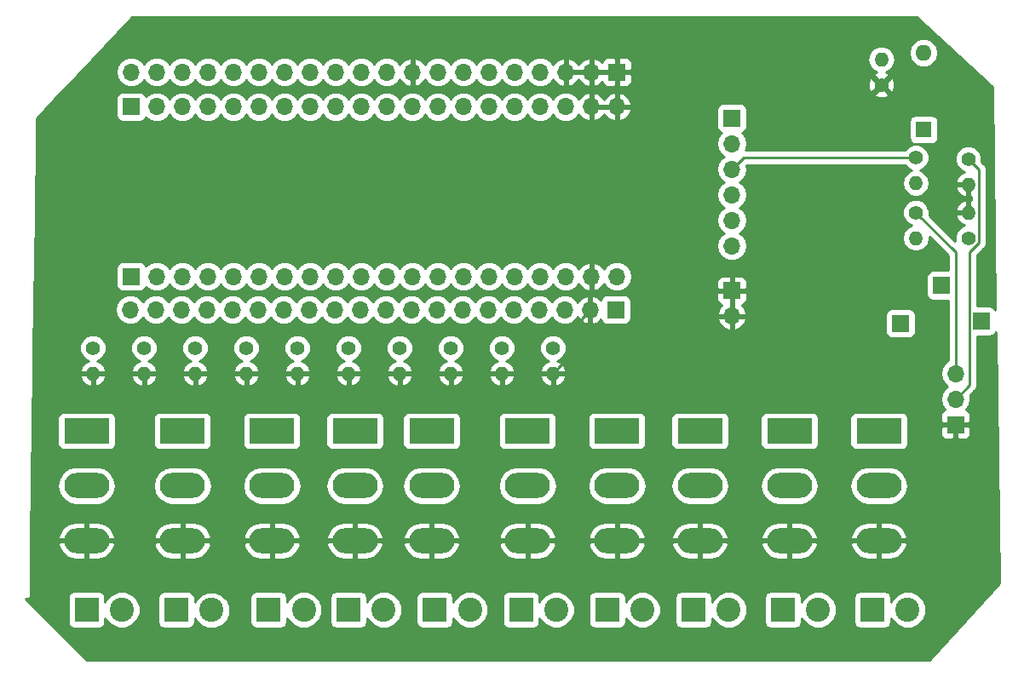
<source format=gbr>
G04 #@! TF.GenerationSoftware,KiCad,Pcbnew,5.0.2-bee76a0~70~ubuntu18.04.1*
G04 #@! TF.CreationDate,2018-12-21T16:27:28-06:00*
G04 #@! TF.ProjectId,pcb,7063622e-6b69-4636-9164-5f7063625858,rev?*
G04 #@! TF.SameCoordinates,Original*
G04 #@! TF.FileFunction,Copper,L2,Bot*
G04 #@! TF.FilePolarity,Positive*
%FSLAX46Y46*%
G04 Gerber Fmt 4.6, Leading zero omitted, Abs format (unit mm)*
G04 Created by KiCad (PCBNEW 5.0.2-bee76a0~70~ubuntu18.04.1) date Fri 21 Dec 2018 04:27:28 PM CST*
%MOMM*%
%LPD*%
G01*
G04 APERTURE LIST*
G04 #@! TA.AperFunction,ComponentPad*
%ADD10C,2.400000*%
G04 #@! TD*
G04 #@! TA.AperFunction,ComponentPad*
%ADD11R,2.400000X2.400000*%
G04 #@! TD*
G04 #@! TA.AperFunction,ComponentPad*
%ADD12R,1.700000X1.700000*%
G04 #@! TD*
G04 #@! TA.AperFunction,ComponentPad*
%ADD13O,1.700000X1.700000*%
G04 #@! TD*
G04 #@! TA.AperFunction,ComponentPad*
%ADD14C,1.400000*%
G04 #@! TD*
G04 #@! TA.AperFunction,ComponentPad*
%ADD15O,1.400000X1.400000*%
G04 #@! TD*
G04 #@! TA.AperFunction,ComponentPad*
%ADD16R,4.500000X2.500000*%
G04 #@! TD*
G04 #@! TA.AperFunction,ComponentPad*
%ADD17O,4.500000X2.500000*%
G04 #@! TD*
G04 #@! TA.AperFunction,ComponentPad*
%ADD18R,1.600000X1.600000*%
G04 #@! TD*
G04 #@! TA.AperFunction,ComponentPad*
%ADD19O,1.600000X1.600000*%
G04 #@! TD*
G04 #@! TA.AperFunction,Conductor*
%ADD20C,0.250000*%
G04 #@! TD*
G04 #@! TA.AperFunction,Conductor*
%ADD21C,0.254000*%
G04 #@! TD*
G04 APERTURE END LIST*
D10*
G04 #@! TO.P,J14,2*
G04 #@! TO.N,Net-(D1-Pad1)*
X94330001Y-188610001D03*
D11*
G04 #@! TO.P,J14,1*
G04 #@! TO.N,Net-(J14-Pad1)*
X90830001Y-188610001D03*
G04 #@! TD*
G04 #@! TO.P,J15,1*
G04 #@! TO.N,Net-(J15-Pad1)*
X81915000Y-188595000D03*
D10*
G04 #@! TO.P,J15,2*
G04 #@! TO.N,Net-(D1-Pad1)*
X85415000Y-188595000D03*
G04 #@! TD*
G04 #@! TO.P,J7,2*
G04 #@! TO.N,Net-(D1-Pad1)*
X145740000Y-188595000D03*
D11*
G04 #@! TO.P,J7,1*
G04 #@! TO.N,Net-(J7-Pad1)*
X142240000Y-188595000D03*
G04 #@! TD*
D10*
G04 #@! TO.P,J10,2*
G04 #@! TO.N,Net-(D1-Pad1)*
X128595000Y-188595000D03*
D11*
G04 #@! TO.P,J10,1*
G04 #@! TO.N,Net-(J10-Pad1)*
X125095000Y-188595000D03*
G04 #@! TD*
G04 #@! TO.P,J13,1*
G04 #@! TO.N,Net-(J13-Pad1)*
X100005000Y-188595000D03*
D10*
G04 #@! TO.P,J13,2*
G04 #@! TO.N,Net-(D1-Pad1)*
X103505000Y-188595000D03*
G04 #@! TD*
D11*
G04 #@! TO.P,J11,1*
G04 #@! TO.N,Net-(J11-Pad1)*
X116515000Y-188595000D03*
D10*
G04 #@! TO.P,J11,2*
G04 #@! TO.N,Net-(D1-Pad1)*
X120015000Y-188595000D03*
G04 #@! TD*
D12*
G04 #@! TO.P,J4,1*
G04 #@! TO.N,Net-(D1-Pad1)*
X146050000Y-139700000D03*
D13*
G04 #@! TO.P,J4,2*
X146050000Y-142240000D03*
G04 #@! TO.P,J4,3*
G04 #@! TO.N,/5V*
X146050000Y-144780000D03*
G04 #@! TO.P,J4,4*
X146050000Y-147320000D03*
G04 #@! TO.P,J4,5*
G04 #@! TO.N,/3.3V*
X146050000Y-149860000D03*
G04 #@! TO.P,J4,6*
X146050000Y-152400000D03*
G04 #@! TD*
D14*
G04 #@! TO.P,D1,1*
G04 #@! TO.N,Net-(D1-Pad1)*
X164338000Y-149098000D03*
D15*
G04 #@! TO.P,D1,2*
G04 #@! TO.N,Net-(D1-Pad2)*
X164338000Y-151638000D03*
G04 #@! TD*
D14*
G04 #@! TO.P,D2,1*
G04 #@! TO.N,Net-(D2-Pad1)*
X169545000Y-151638000D03*
D15*
G04 #@! TO.P,D2,2*
G04 #@! TO.N,/GND*
X169545000Y-149098000D03*
G04 #@! TD*
D12*
G04 #@! TO.P,J1,1*
G04 #@! TO.N,/GND*
X168275000Y-170180000D03*
D13*
G04 #@! TO.P,J1,2*
G04 #@! TO.N,/5V*
X168275000Y-167640000D03*
G04 #@! TO.P,J1,3*
G04 #@! TO.N,Net-(D1-Pad1)*
X168275000Y-165100000D03*
G04 #@! TD*
D12*
G04 #@! TO.P,J2,1*
G04 #@! TO.N,Net-(D1-Pad2)*
X162814000Y-160121600D03*
G04 #@! TD*
G04 #@! TO.P,J3,1*
G04 #@! TO.N,/GND*
X134620000Y-135128000D03*
D13*
G04 #@! TO.P,J3,2*
X132080000Y-135128000D03*
G04 #@! TO.P,J3,3*
X129540000Y-135128000D03*
G04 #@! TO.P,J3,4*
G04 #@! TO.N,Net-(J3-Pad4)*
X127000000Y-135128000D03*
G04 #@! TO.P,J3,5*
G04 #@! TO.N,Net-(J3-Pad5)*
X124460000Y-135128000D03*
G04 #@! TO.P,J3,6*
G04 #@! TO.N,Net-(J3-Pad6)*
X121920000Y-135128000D03*
G04 #@! TO.P,J3,7*
G04 #@! TO.N,Net-(J3-Pad7)*
X119380000Y-135128000D03*
G04 #@! TO.P,J3,8*
G04 #@! TO.N,Net-(J3-Pad8)*
X116840000Y-135128000D03*
G04 #@! TO.P,J3,9*
G04 #@! TO.N,/GND*
X114300000Y-135128000D03*
G04 #@! TO.P,J3,10*
G04 #@! TO.N,Net-(J3-Pad10)*
X111760000Y-135128000D03*
G04 #@! TO.P,J3,11*
G04 #@! TO.N,Net-(J3-Pad11)*
X109220000Y-135128000D03*
G04 #@! TO.P,J3,12*
G04 #@! TO.N,Net-(J3-Pad12)*
X106680000Y-135128000D03*
G04 #@! TO.P,J3,13*
G04 #@! TO.N,Net-(J3-Pad13)*
X104140000Y-135128000D03*
G04 #@! TO.P,J3,14*
G04 #@! TO.N,Net-(J3-Pad14)*
X101600000Y-135128000D03*
G04 #@! TO.P,J3,15*
G04 #@! TO.N,Net-(J3-Pad15)*
X99060000Y-135128000D03*
G04 #@! TO.P,J3,16*
G04 #@! TO.N,Net-(J3-Pad16)*
X96520000Y-135128000D03*
G04 #@! TO.P,J3,17*
G04 #@! TO.N,Net-(J3-Pad17)*
X93980000Y-135128000D03*
G04 #@! TO.P,J3,18*
G04 #@! TO.N,Net-(J3-Pad18)*
X91440000Y-135128000D03*
G04 #@! TO.P,J3,19*
G04 #@! TO.N,Net-(J3-Pad19)*
X88900000Y-135128000D03*
G04 #@! TO.P,J3,20*
G04 #@! TO.N,Net-(J3-Pad20)*
X86360000Y-135128000D03*
G04 #@! TD*
D11*
G04 #@! TO.P,J5,1*
G04 #@! TO.N,Net-(J5-Pad1)*
X160020000Y-188595000D03*
D10*
G04 #@! TO.P,J5,2*
G04 #@! TO.N,Net-(D1-Pad1)*
X163520000Y-188595000D03*
G04 #@! TD*
G04 #@! TO.P,J6,2*
G04 #@! TO.N,Net-(D1-Pad1)*
X154630000Y-188595000D03*
D11*
G04 #@! TO.P,J6,1*
G04 #@! TO.N,Net-(J6-Pad1)*
X151130000Y-188595000D03*
G04 #@! TD*
G04 #@! TO.P,J8,1*
G04 #@! TO.N,Net-(J8-Pad1)*
X133660000Y-188595000D03*
D10*
G04 #@! TO.P,J8,2*
G04 #@! TO.N,Net-(D1-Pad1)*
X137160000Y-188595000D03*
G04 #@! TD*
D12*
G04 #@! TO.P,J9,1*
G04 #@! TO.N,Net-(J3-Pad20)*
X86360000Y-138582400D03*
D13*
G04 #@! TO.P,J9,2*
G04 #@! TO.N,Net-(J3-Pad19)*
X88900000Y-138582400D03*
G04 #@! TO.P,J9,3*
G04 #@! TO.N,Net-(J3-Pad18)*
X91440000Y-138582400D03*
G04 #@! TO.P,J9,4*
G04 #@! TO.N,Net-(J3-Pad17)*
X93980000Y-138582400D03*
G04 #@! TO.P,J9,5*
G04 #@! TO.N,Net-(J3-Pad16)*
X96520000Y-138582400D03*
G04 #@! TO.P,J9,6*
G04 #@! TO.N,Net-(J3-Pad15)*
X99060000Y-138582400D03*
G04 #@! TO.P,J9,7*
G04 #@! TO.N,Net-(J3-Pad14)*
X101600000Y-138582400D03*
G04 #@! TO.P,J9,8*
G04 #@! TO.N,Net-(J3-Pad13)*
X104140000Y-138582400D03*
G04 #@! TO.P,J9,9*
G04 #@! TO.N,Net-(J3-Pad12)*
X106680000Y-138582400D03*
G04 #@! TO.P,J9,10*
G04 #@! TO.N,Net-(J3-Pad11)*
X109220000Y-138582400D03*
G04 #@! TO.P,J9,11*
G04 #@! TO.N,Net-(J3-Pad10)*
X111760000Y-138582400D03*
G04 #@! TO.P,J9,12*
G04 #@! TO.N,Net-(J9-Pad12)*
X114300000Y-138582400D03*
G04 #@! TO.P,J9,13*
G04 #@! TO.N,Net-(J3-Pad8)*
X116840000Y-138582400D03*
G04 #@! TO.P,J9,14*
G04 #@! TO.N,Net-(J3-Pad7)*
X119380000Y-138582400D03*
G04 #@! TO.P,J9,15*
G04 #@! TO.N,Net-(J3-Pad6)*
X121920000Y-138582400D03*
G04 #@! TO.P,J9,16*
G04 #@! TO.N,Net-(J3-Pad5)*
X124460000Y-138582400D03*
G04 #@! TO.P,J9,17*
G04 #@! TO.N,Net-(J3-Pad4)*
X127000000Y-138582400D03*
G04 #@! TO.P,J9,18*
G04 #@! TO.N,Net-(J9-Pad18)*
X129540000Y-138582400D03*
G04 #@! TO.P,J9,19*
G04 #@! TO.N,/GND*
X132080000Y-138582400D03*
G04 #@! TO.P,J9,20*
X134620000Y-138582400D03*
G04 #@! TD*
D10*
G04 #@! TO.P,J12,2*
G04 #@! TO.N,Net-(D1-Pad1)*
X111450000Y-188595000D03*
D11*
G04 #@! TO.P,J12,1*
G04 #@! TO.N,Net-(J12-Pad1)*
X107950000Y-188595000D03*
G04 #@! TD*
D13*
G04 #@! TO.P,J16,20*
G04 #@! TO.N,/3.3V*
X134620000Y-155448000D03*
G04 #@! TO.P,J16,19*
G04 #@! TO.N,/GND*
X132080000Y-155448000D03*
G04 #@! TO.P,J16,18*
G04 #@! TO.N,/5V*
X129540000Y-155448000D03*
G04 #@! TO.P,J16,17*
G04 #@! TO.N,Net-(J16-Pad17)*
X127000000Y-155448000D03*
G04 #@! TO.P,J16,16*
G04 #@! TO.N,Net-(J16-Pad16)*
X124460000Y-155448000D03*
G04 #@! TO.P,J16,15*
G04 #@! TO.N,Net-(J16-Pad15)*
X121920000Y-155448000D03*
G04 #@! TO.P,J16,14*
G04 #@! TO.N,Net-(J16-Pad14)*
X119380000Y-155448000D03*
G04 #@! TO.P,J16,13*
G04 #@! TO.N,Net-(J16-Pad13)*
X116840000Y-155448000D03*
G04 #@! TO.P,J16,12*
G04 #@! TO.N,Net-(J16-Pad12)*
X114300000Y-155448000D03*
G04 #@! TO.P,J16,11*
G04 #@! TO.N,Net-(J16-Pad11)*
X111760000Y-155448000D03*
G04 #@! TO.P,J16,10*
G04 #@! TO.N,Net-(J16-Pad10)*
X109220000Y-155448000D03*
G04 #@! TO.P,J16,9*
G04 #@! TO.N,Net-(J16-Pad9)*
X106680000Y-155448000D03*
G04 #@! TO.P,J16,8*
G04 #@! TO.N,Net-(J16-Pad8)*
X104140000Y-155448000D03*
G04 #@! TO.P,J16,7*
G04 #@! TO.N,Net-(J16-Pad7)*
X101600000Y-155448000D03*
G04 #@! TO.P,J16,6*
G04 #@! TO.N,Net-(J16-Pad6)*
X99060000Y-155448000D03*
G04 #@! TO.P,J16,5*
G04 #@! TO.N,Net-(J16-Pad5)*
X96520000Y-155448000D03*
G04 #@! TO.P,J16,4*
G04 #@! TO.N,Net-(J16-Pad4)*
X93980000Y-155448000D03*
G04 #@! TO.P,J16,3*
G04 #@! TO.N,Net-(J16-Pad3)*
X91440000Y-155448000D03*
G04 #@! TO.P,J16,2*
G04 #@! TO.N,Net-(J16-Pad2)*
X88900000Y-155448000D03*
D12*
G04 #@! TO.P,J16,1*
G04 #@! TO.N,Net-(J16-Pad1)*
X86360000Y-155448000D03*
G04 #@! TD*
D13*
G04 #@! TO.P,J17,20*
G04 #@! TO.N,Net-(J16-Pad1)*
X86258400Y-158750000D03*
G04 #@! TO.P,J17,19*
G04 #@! TO.N,Net-(J16-Pad2)*
X88798400Y-158750000D03*
G04 #@! TO.P,J17,18*
G04 #@! TO.N,Net-(J16-Pad3)*
X91338400Y-158750000D03*
G04 #@! TO.P,J17,17*
G04 #@! TO.N,Net-(J16-Pad4)*
X93878400Y-158750000D03*
G04 #@! TO.P,J17,16*
G04 #@! TO.N,Net-(J16-Pad5)*
X96418400Y-158750000D03*
G04 #@! TO.P,J17,15*
G04 #@! TO.N,Net-(J16-Pad6)*
X98958400Y-158750000D03*
G04 #@! TO.P,J17,14*
G04 #@! TO.N,Net-(J16-Pad7)*
X101498400Y-158750000D03*
G04 #@! TO.P,J17,13*
G04 #@! TO.N,Net-(J16-Pad8)*
X104038400Y-158750000D03*
G04 #@! TO.P,J17,12*
G04 #@! TO.N,Net-(J16-Pad9)*
X106578400Y-158750000D03*
G04 #@! TO.P,J17,11*
G04 #@! TO.N,Net-(J16-Pad10)*
X109118400Y-158750000D03*
G04 #@! TO.P,J17,10*
G04 #@! TO.N,Net-(J16-Pad11)*
X111658400Y-158750000D03*
G04 #@! TO.P,J17,9*
G04 #@! TO.N,Net-(J16-Pad12)*
X114198400Y-158750000D03*
G04 #@! TO.P,J17,8*
G04 #@! TO.N,Net-(J16-Pad13)*
X116738400Y-158750000D03*
G04 #@! TO.P,J17,7*
G04 #@! TO.N,Net-(J16-Pad14)*
X119278400Y-158750000D03*
G04 #@! TO.P,J17,6*
G04 #@! TO.N,Net-(J16-Pad15)*
X121818400Y-158750000D03*
G04 #@! TO.P,J17,5*
G04 #@! TO.N,Net-(J16-Pad16)*
X124358400Y-158750000D03*
G04 #@! TO.P,J17,4*
G04 #@! TO.N,Net-(J16-Pad17)*
X126898400Y-158750000D03*
G04 #@! TO.P,J17,3*
G04 #@! TO.N,/5V*
X129438400Y-158750000D03*
G04 #@! TO.P,J17,2*
G04 #@! TO.N,/GND*
X131978400Y-158750000D03*
D12*
G04 #@! TO.P,J17,1*
G04 #@! TO.N,/3.3V*
X134518400Y-158750000D03*
G04 #@! TD*
G04 #@! TO.P,J18,1*
G04 #@! TO.N,Net-(D2-Pad1)*
X166878000Y-156337000D03*
G04 #@! TD*
G04 #@! TO.P,J19,1*
G04 #@! TO.N,Net-(D2-Pad1)*
X170815000Y-159893000D03*
G04 #@! TD*
D16*
G04 #@! TO.P,Q1,1*
G04 #@! TO.N,Net-(J16-Pad12)*
X160655000Y-170815000D03*
D17*
G04 #@! TO.P,Q1,2*
G04 #@! TO.N,Net-(J5-Pad1)*
X160655000Y-176265000D03*
G04 #@! TO.P,Q1,3*
G04 #@! TO.N,/GND*
X160655000Y-181715000D03*
G04 #@! TD*
D16*
G04 #@! TO.P,Q2,1*
G04 #@! TO.N,Net-(J16-Pad11)*
X151765000Y-170815000D03*
D17*
G04 #@! TO.P,Q2,2*
G04 #@! TO.N,Net-(J6-Pad1)*
X151765000Y-176265000D03*
G04 #@! TO.P,Q2,3*
G04 #@! TO.N,/GND*
X151765000Y-181715000D03*
G04 #@! TD*
G04 #@! TO.P,Q3,3*
G04 #@! TO.N,/GND*
X142875000Y-181715000D03*
G04 #@! TO.P,Q3,2*
G04 #@! TO.N,Net-(J7-Pad1)*
X142875000Y-176265000D03*
D16*
G04 #@! TO.P,Q3,1*
G04 #@! TO.N,Net-(J16-Pad10)*
X142875000Y-170815000D03*
G04 #@! TD*
G04 #@! TO.P,Q4,1*
G04 #@! TO.N,Net-(J16-Pad8)*
X134620000Y-170815000D03*
D17*
G04 #@! TO.P,Q4,2*
G04 #@! TO.N,Net-(J8-Pad1)*
X134620000Y-176265000D03*
G04 #@! TO.P,Q4,3*
G04 #@! TO.N,/GND*
X134620000Y-181715000D03*
G04 #@! TD*
G04 #@! TO.P,Q5,3*
G04 #@! TO.N,/GND*
X125730000Y-181715000D03*
G04 #@! TO.P,Q5,2*
G04 #@! TO.N,Net-(J10-Pad1)*
X125730000Y-176265000D03*
D16*
G04 #@! TO.P,Q5,1*
G04 #@! TO.N,Net-(J16-Pad7)*
X125730000Y-170815000D03*
G04 #@! TD*
G04 #@! TO.P,Q6,1*
G04 #@! TO.N,Net-(J16-Pad6)*
X116205000Y-170815000D03*
D17*
G04 #@! TO.P,Q6,2*
G04 #@! TO.N,Net-(J11-Pad1)*
X116205000Y-176265000D03*
G04 #@! TO.P,Q6,3*
G04 #@! TO.N,/GND*
X116205000Y-181715000D03*
G04 #@! TD*
G04 #@! TO.P,Q7,3*
G04 #@! TO.N,/GND*
X108585000Y-181715000D03*
G04 #@! TO.P,Q7,2*
G04 #@! TO.N,Net-(J12-Pad1)*
X108585000Y-176265000D03*
D16*
G04 #@! TO.P,Q7,1*
G04 #@! TO.N,Net-(J16-Pad5)*
X108585000Y-170815000D03*
G04 #@! TD*
G04 #@! TO.P,Q8,1*
G04 #@! TO.N,Net-(J16-Pad4)*
X100330000Y-170815000D03*
D17*
G04 #@! TO.P,Q8,2*
G04 #@! TO.N,Net-(J13-Pad1)*
X100330000Y-176265000D03*
G04 #@! TO.P,Q8,3*
G04 #@! TO.N,/GND*
X100330000Y-181715000D03*
G04 #@! TD*
G04 #@! TO.P,Q9,3*
G04 #@! TO.N,/GND*
X91440000Y-181715000D03*
G04 #@! TO.P,Q9,2*
G04 #@! TO.N,Net-(J14-Pad1)*
X91440000Y-176265000D03*
D16*
G04 #@! TO.P,Q9,1*
G04 #@! TO.N,Net-(J16-Pad3)*
X91440000Y-170815000D03*
G04 #@! TD*
D17*
G04 #@! TO.P,Q10,3*
G04 #@! TO.N,/GND*
X81915000Y-181715000D03*
G04 #@! TO.P,Q10,2*
G04 #@! TO.N,Net-(J15-Pad1)*
X81915000Y-176265000D03*
D16*
G04 #@! TO.P,Q10,1*
G04 #@! TO.N,Net-(J16-Pad2)*
X81915000Y-170815000D03*
G04 #@! TD*
D15*
G04 #@! TO.P,R1,2*
G04 #@! TO.N,Net-(D1-Pad1)*
X164338000Y-146177000D03*
D14*
G04 #@! TO.P,R1,1*
G04 #@! TO.N,/5V*
X164338000Y-143637000D03*
G04 #@! TD*
G04 #@! TO.P,R2,1*
G04 #@! TO.N,/5V*
X169545000Y-143764000D03*
D15*
G04 #@! TO.P,R2,2*
G04 #@! TO.N,/GND*
X169545000Y-146304000D03*
G04 #@! TD*
G04 #@! TO.P,R3,2*
G04 #@! TO.N,Net-(J9-Pad12)*
X160909000Y-133858000D03*
D14*
G04 #@! TO.P,R3,1*
G04 #@! TO.N,/GND*
X160909000Y-136398000D03*
G04 #@! TD*
D15*
G04 #@! TO.P,R4,2*
G04 #@! TO.N,/GND*
X128270000Y-165100000D03*
D14*
G04 #@! TO.P,R4,1*
G04 #@! TO.N,Net-(J16-Pad12)*
X128270000Y-162560000D03*
G04 #@! TD*
G04 #@! TO.P,R5,1*
G04 #@! TO.N,Net-(J16-Pad11)*
X123190000Y-162560000D03*
D15*
G04 #@! TO.P,R5,2*
G04 #@! TO.N,/GND*
X123190000Y-165100000D03*
G04 #@! TD*
G04 #@! TO.P,R6,2*
G04 #@! TO.N,/GND*
X118110000Y-165100000D03*
D14*
G04 #@! TO.P,R6,1*
G04 #@! TO.N,Net-(J16-Pad10)*
X118110000Y-162560000D03*
G04 #@! TD*
G04 #@! TO.P,R7,1*
G04 #@! TO.N,Net-(J16-Pad8)*
X113030000Y-162560000D03*
D15*
G04 #@! TO.P,R7,2*
G04 #@! TO.N,/GND*
X113030000Y-165100000D03*
G04 #@! TD*
D14*
G04 #@! TO.P,R8,1*
G04 #@! TO.N,Net-(J16-Pad7)*
X107950000Y-162560000D03*
D15*
G04 #@! TO.P,R8,2*
G04 #@! TO.N,/GND*
X107950000Y-165100000D03*
G04 #@! TD*
G04 #@! TO.P,R9,2*
G04 #@! TO.N,/GND*
X102870000Y-165100000D03*
D14*
G04 #@! TO.P,R9,1*
G04 #@! TO.N,Net-(J16-Pad6)*
X102870000Y-162560000D03*
G04 #@! TD*
G04 #@! TO.P,R10,1*
G04 #@! TO.N,Net-(J16-Pad5)*
X97790000Y-162560000D03*
D15*
G04 #@! TO.P,R10,2*
G04 #@! TO.N,/GND*
X97790000Y-165100000D03*
G04 #@! TD*
G04 #@! TO.P,R11,2*
G04 #@! TO.N,/GND*
X92710000Y-165100000D03*
D14*
G04 #@! TO.P,R11,1*
G04 #@! TO.N,Net-(J16-Pad4)*
X92710000Y-162560000D03*
G04 #@! TD*
G04 #@! TO.P,R12,1*
G04 #@! TO.N,Net-(J16-Pad3)*
X87630000Y-162560000D03*
D15*
G04 #@! TO.P,R12,2*
G04 #@! TO.N,/GND*
X87630000Y-165100000D03*
G04 #@! TD*
G04 #@! TO.P,R13,2*
G04 #@! TO.N,/GND*
X82550000Y-165100000D03*
D14*
G04 #@! TO.P,R13,1*
G04 #@! TO.N,Net-(J16-Pad2)*
X82550000Y-162560000D03*
G04 #@! TD*
D18*
G04 #@! TO.P,SW1,1*
G04 #@! TO.N,Net-(J9-Pad18)*
X165100000Y-140843000D03*
D19*
G04 #@! TO.P,SW1,2*
G04 #@! TO.N,Net-(J9-Pad12)*
X165100000Y-133223000D03*
G04 #@! TD*
D12*
G04 #@! TO.P,J20,1*
G04 #@! TO.N,/GND*
X146050000Y-156845000D03*
D13*
G04 #@! TO.P,J20,2*
X146050000Y-159385000D03*
G04 #@! TD*
D20*
G04 #@! TO.N,Net-(D1-Pad1)*
X168275000Y-153035000D02*
X164338000Y-149098000D01*
X168275000Y-165100000D02*
X168275000Y-153035000D01*
G04 #@! TO.N,/GND*
X84415000Y-181715000D02*
X91440000Y-181715000D01*
X81915000Y-181715000D02*
X84415000Y-181715000D01*
X93940000Y-181715000D02*
X100330000Y-181715000D01*
X91440000Y-181715000D02*
X93940000Y-181715000D01*
X102830000Y-181715000D02*
X108585000Y-181715000D01*
X100330000Y-181715000D02*
X102830000Y-181715000D01*
X111085000Y-181715000D02*
X116205000Y-181715000D01*
X108585000Y-181715000D02*
X111085000Y-181715000D01*
X118705000Y-181715000D02*
X125730000Y-181715000D01*
X116205000Y-181715000D02*
X118705000Y-181715000D01*
X128230000Y-181715000D02*
X134620000Y-181715000D01*
X125730000Y-181715000D02*
X128230000Y-181715000D01*
X137120000Y-181715000D02*
X142875000Y-181715000D01*
X134620000Y-181715000D02*
X137120000Y-181715000D01*
X145375000Y-181715000D02*
X151765000Y-181715000D01*
X142875000Y-181715000D02*
X145375000Y-181715000D01*
X154265000Y-181715000D02*
X160655000Y-181715000D01*
X151765000Y-181715000D02*
X154265000Y-181715000D01*
X168275000Y-176595000D02*
X168275000Y-171280000D01*
X168275000Y-171280000D02*
X168275000Y-170180000D01*
X163155000Y-181715000D02*
X168275000Y-176595000D01*
X160655000Y-181715000D02*
X163155000Y-181715000D01*
G04 #@! TO.N,/5V*
X170244999Y-144463999D02*
X169545000Y-143764000D01*
X170570001Y-144789001D02*
X170244999Y-144463999D01*
X169639999Y-153060003D02*
X170570001Y-152130001D01*
X170570001Y-152130001D02*
X170570001Y-144789001D01*
X169639999Y-166275001D02*
X169639999Y-153060003D01*
X168275000Y-167640000D02*
X169639999Y-166275001D01*
X147193000Y-143637000D02*
X146050000Y-144780000D01*
X164338000Y-143637000D02*
X147193000Y-143637000D01*
G04 #@! TO.N,/GND*
X128969999Y-164400001D02*
X128270000Y-165100000D01*
X131128401Y-162241599D02*
X128969999Y-164400001D01*
X131128401Y-159599999D02*
X131128401Y-162241599D01*
X131978400Y-158750000D02*
X131128401Y-159599999D01*
X128270000Y-165100000D02*
X123190000Y-165100000D01*
X123190000Y-165100000D02*
X118110000Y-165100000D01*
X113030000Y-165100000D02*
X118110000Y-165100000D01*
X113030000Y-165100000D02*
X107950000Y-165100000D01*
X102870000Y-165100000D02*
X107950000Y-165100000D01*
X97790000Y-165100000D02*
X102870000Y-165100000D01*
X92710000Y-165100000D02*
X97790000Y-165100000D01*
X87630000Y-165100000D02*
X92710000Y-165100000D01*
X82550000Y-165100000D02*
X87630000Y-165100000D01*
G04 #@! TD*
D21*
G04 #@! TO.N,/GND*
G36*
X171958714Y-136581522D02*
X172243121Y-158765249D01*
X172122809Y-158585191D01*
X171912765Y-158444843D01*
X171665000Y-158395560D01*
X170399999Y-158395560D01*
X170399999Y-153374805D01*
X171054477Y-152720328D01*
X171117930Y-152677930D01*
X171160328Y-152614477D01*
X171160330Y-152614475D01*
X171285904Y-152426539D01*
X171285905Y-152426538D01*
X171330001Y-152204853D01*
X171330001Y-152204849D01*
X171344889Y-152130002D01*
X171330001Y-152055155D01*
X171330001Y-144863847D01*
X171344889Y-144789000D01*
X171330001Y-144714153D01*
X171330001Y-144714149D01*
X171285905Y-144492464D01*
X171117930Y-144241072D01*
X171054471Y-144198670D01*
X170880000Y-144024199D01*
X170880000Y-143498452D01*
X170676758Y-143007783D01*
X170301217Y-142632242D01*
X169810548Y-142429000D01*
X169279452Y-142429000D01*
X168788783Y-142632242D01*
X168413242Y-143007783D01*
X168210000Y-143498452D01*
X168210000Y-144029548D01*
X168413242Y-144520217D01*
X168788783Y-144895758D01*
X169139676Y-145041103D01*
X168866604Y-145154203D01*
X168478236Y-145501337D01*
X168252273Y-145970669D01*
X168374794Y-146177000D01*
X169418000Y-146177000D01*
X169418000Y-146157000D01*
X169672000Y-146157000D01*
X169672000Y-146177000D01*
X169692000Y-146177000D01*
X169692000Y-146431000D01*
X169672000Y-146431000D01*
X169672000Y-147473374D01*
X169810002Y-147555870D01*
X169810002Y-147846130D01*
X169672000Y-147928626D01*
X169672000Y-148971000D01*
X169692000Y-148971000D01*
X169692000Y-149225000D01*
X169672000Y-149225000D01*
X169672000Y-149245000D01*
X169418000Y-149245000D01*
X169418000Y-149225000D01*
X168374794Y-149225000D01*
X168252273Y-149431331D01*
X168478236Y-149900663D01*
X168866604Y-150247797D01*
X169139676Y-150360897D01*
X168788783Y-150506242D01*
X168413242Y-150881783D01*
X168210000Y-151372452D01*
X168210000Y-151895198D01*
X165673000Y-149358199D01*
X165673000Y-148832452D01*
X165644924Y-148764669D01*
X168252273Y-148764669D01*
X168374794Y-148971000D01*
X169418000Y-148971000D01*
X169418000Y-147928626D01*
X169211671Y-147805284D01*
X168866604Y-147948203D01*
X168478236Y-148295337D01*
X168252273Y-148764669D01*
X165644924Y-148764669D01*
X165469758Y-148341783D01*
X165094217Y-147966242D01*
X164603548Y-147763000D01*
X164072452Y-147763000D01*
X163581783Y-147966242D01*
X163206242Y-148341783D01*
X163003000Y-148832452D01*
X163003000Y-149363548D01*
X163206242Y-149854217D01*
X163581783Y-150229758D01*
X163903918Y-150363191D01*
X163817109Y-150380458D01*
X163375519Y-150675519D01*
X163080458Y-151117109D01*
X162976846Y-151638000D01*
X163080458Y-152158891D01*
X163375519Y-152600481D01*
X163817109Y-152895542D01*
X164206515Y-152973000D01*
X164469485Y-152973000D01*
X164858891Y-152895542D01*
X165300481Y-152600481D01*
X165595542Y-152158891D01*
X165699154Y-151638000D01*
X165673319Y-151508121D01*
X167515001Y-153349803D01*
X167515001Y-154839560D01*
X166028000Y-154839560D01*
X165780235Y-154888843D01*
X165570191Y-155029191D01*
X165429843Y-155239235D01*
X165380560Y-155487000D01*
X165380560Y-157187000D01*
X165429843Y-157434765D01*
X165570191Y-157644809D01*
X165780235Y-157785157D01*
X166028000Y-157834440D01*
X167515001Y-157834440D01*
X167515000Y-163821822D01*
X167204375Y-164029375D01*
X166876161Y-164520582D01*
X166760908Y-165100000D01*
X166876161Y-165679418D01*
X167204375Y-166170625D01*
X167502761Y-166370000D01*
X167204375Y-166569375D01*
X166876161Y-167060582D01*
X166760908Y-167640000D01*
X166876161Y-168219418D01*
X167204375Y-168710625D01*
X167226033Y-168725096D01*
X167065302Y-168791673D01*
X166886673Y-168970301D01*
X166790000Y-169203690D01*
X166790000Y-169894250D01*
X166948750Y-170053000D01*
X168148000Y-170053000D01*
X168148000Y-170033000D01*
X168402000Y-170033000D01*
X168402000Y-170053000D01*
X169601250Y-170053000D01*
X169760000Y-169894250D01*
X169760000Y-169203690D01*
X169663327Y-168970301D01*
X169484698Y-168791673D01*
X169323967Y-168725096D01*
X169345625Y-168710625D01*
X169673839Y-168219418D01*
X169789092Y-167640000D01*
X169716209Y-167273592D01*
X170124472Y-166865330D01*
X170187928Y-166822930D01*
X170355903Y-166571538D01*
X170399999Y-166349853D01*
X170399999Y-166349849D01*
X170414887Y-166275002D01*
X170399999Y-166200155D01*
X170399999Y-161390440D01*
X171665000Y-161390440D01*
X171912765Y-161341157D01*
X172122809Y-161200809D01*
X172263157Y-160990765D01*
X172271139Y-160950638D01*
X172592365Y-186006292D01*
X165679132Y-193548000D01*
X81967606Y-193548000D01*
X75871606Y-187452000D01*
X76200000Y-187452000D01*
X76248601Y-187442333D01*
X76289803Y-187414803D01*
X76303034Y-187395000D01*
X80067560Y-187395000D01*
X80067560Y-189795000D01*
X80116843Y-190042765D01*
X80257191Y-190252809D01*
X80467235Y-190393157D01*
X80715000Y-190442440D01*
X83115000Y-190442440D01*
X83362765Y-190393157D01*
X83572809Y-190252809D01*
X83713157Y-190042765D01*
X83762440Y-189795000D01*
X83762440Y-189400453D01*
X83859362Y-189634444D01*
X84375556Y-190150638D01*
X85049996Y-190430000D01*
X85780004Y-190430000D01*
X86454444Y-190150638D01*
X86970638Y-189634444D01*
X87250000Y-188960004D01*
X87250000Y-188229996D01*
X86970638Y-187555556D01*
X86825083Y-187410001D01*
X88982561Y-187410001D01*
X88982561Y-189810001D01*
X89031844Y-190057766D01*
X89172192Y-190267810D01*
X89382236Y-190408158D01*
X89630001Y-190457441D01*
X92030001Y-190457441D01*
X92277766Y-190408158D01*
X92487810Y-190267810D01*
X92628158Y-190057766D01*
X92677441Y-189810001D01*
X92677441Y-189415454D01*
X92774363Y-189649445D01*
X93290557Y-190165639D01*
X93964997Y-190445001D01*
X94695005Y-190445001D01*
X95369445Y-190165639D01*
X95885639Y-189649445D01*
X96165001Y-188975005D01*
X96165001Y-188244997D01*
X95885639Y-187570557D01*
X95710082Y-187395000D01*
X98157560Y-187395000D01*
X98157560Y-189795000D01*
X98206843Y-190042765D01*
X98347191Y-190252809D01*
X98557235Y-190393157D01*
X98805000Y-190442440D01*
X101205000Y-190442440D01*
X101452765Y-190393157D01*
X101662809Y-190252809D01*
X101803157Y-190042765D01*
X101852440Y-189795000D01*
X101852440Y-189400453D01*
X101949362Y-189634444D01*
X102465556Y-190150638D01*
X103139996Y-190430000D01*
X103870004Y-190430000D01*
X104544444Y-190150638D01*
X105060638Y-189634444D01*
X105340000Y-188960004D01*
X105340000Y-188229996D01*
X105060638Y-187555556D01*
X104900082Y-187395000D01*
X106102560Y-187395000D01*
X106102560Y-189795000D01*
X106151843Y-190042765D01*
X106292191Y-190252809D01*
X106502235Y-190393157D01*
X106750000Y-190442440D01*
X109150000Y-190442440D01*
X109397765Y-190393157D01*
X109607809Y-190252809D01*
X109748157Y-190042765D01*
X109797440Y-189795000D01*
X109797440Y-189400453D01*
X109894362Y-189634444D01*
X110410556Y-190150638D01*
X111084996Y-190430000D01*
X111815004Y-190430000D01*
X112489444Y-190150638D01*
X113005638Y-189634444D01*
X113285000Y-188960004D01*
X113285000Y-188229996D01*
X113005638Y-187555556D01*
X112845082Y-187395000D01*
X114667560Y-187395000D01*
X114667560Y-189795000D01*
X114716843Y-190042765D01*
X114857191Y-190252809D01*
X115067235Y-190393157D01*
X115315000Y-190442440D01*
X117715000Y-190442440D01*
X117962765Y-190393157D01*
X118172809Y-190252809D01*
X118313157Y-190042765D01*
X118362440Y-189795000D01*
X118362440Y-189400453D01*
X118459362Y-189634444D01*
X118975556Y-190150638D01*
X119649996Y-190430000D01*
X120380004Y-190430000D01*
X121054444Y-190150638D01*
X121570638Y-189634444D01*
X121850000Y-188960004D01*
X121850000Y-188229996D01*
X121570638Y-187555556D01*
X121410082Y-187395000D01*
X123247560Y-187395000D01*
X123247560Y-189795000D01*
X123296843Y-190042765D01*
X123437191Y-190252809D01*
X123647235Y-190393157D01*
X123895000Y-190442440D01*
X126295000Y-190442440D01*
X126542765Y-190393157D01*
X126752809Y-190252809D01*
X126893157Y-190042765D01*
X126942440Y-189795000D01*
X126942440Y-189400453D01*
X127039362Y-189634444D01*
X127555556Y-190150638D01*
X128229996Y-190430000D01*
X128960004Y-190430000D01*
X129634444Y-190150638D01*
X130150638Y-189634444D01*
X130430000Y-188960004D01*
X130430000Y-188229996D01*
X130150638Y-187555556D01*
X129990082Y-187395000D01*
X131812560Y-187395000D01*
X131812560Y-189795000D01*
X131861843Y-190042765D01*
X132002191Y-190252809D01*
X132212235Y-190393157D01*
X132460000Y-190442440D01*
X134860000Y-190442440D01*
X135107765Y-190393157D01*
X135317809Y-190252809D01*
X135458157Y-190042765D01*
X135507440Y-189795000D01*
X135507440Y-189400453D01*
X135604362Y-189634444D01*
X136120556Y-190150638D01*
X136794996Y-190430000D01*
X137525004Y-190430000D01*
X138199444Y-190150638D01*
X138715638Y-189634444D01*
X138995000Y-188960004D01*
X138995000Y-188229996D01*
X138715638Y-187555556D01*
X138555082Y-187395000D01*
X140392560Y-187395000D01*
X140392560Y-189795000D01*
X140441843Y-190042765D01*
X140582191Y-190252809D01*
X140792235Y-190393157D01*
X141040000Y-190442440D01*
X143440000Y-190442440D01*
X143687765Y-190393157D01*
X143897809Y-190252809D01*
X144038157Y-190042765D01*
X144087440Y-189795000D01*
X144087440Y-189400453D01*
X144184362Y-189634444D01*
X144700556Y-190150638D01*
X145374996Y-190430000D01*
X146105004Y-190430000D01*
X146779444Y-190150638D01*
X147295638Y-189634444D01*
X147575000Y-188960004D01*
X147575000Y-188229996D01*
X147295638Y-187555556D01*
X147135082Y-187395000D01*
X149282560Y-187395000D01*
X149282560Y-189795000D01*
X149331843Y-190042765D01*
X149472191Y-190252809D01*
X149682235Y-190393157D01*
X149930000Y-190442440D01*
X152330000Y-190442440D01*
X152577765Y-190393157D01*
X152787809Y-190252809D01*
X152928157Y-190042765D01*
X152977440Y-189795000D01*
X152977440Y-189400453D01*
X153074362Y-189634444D01*
X153590556Y-190150638D01*
X154264996Y-190430000D01*
X154995004Y-190430000D01*
X155669444Y-190150638D01*
X156185638Y-189634444D01*
X156465000Y-188960004D01*
X156465000Y-188229996D01*
X156185638Y-187555556D01*
X156025082Y-187395000D01*
X158172560Y-187395000D01*
X158172560Y-189795000D01*
X158221843Y-190042765D01*
X158362191Y-190252809D01*
X158572235Y-190393157D01*
X158820000Y-190442440D01*
X161220000Y-190442440D01*
X161467765Y-190393157D01*
X161677809Y-190252809D01*
X161818157Y-190042765D01*
X161867440Y-189795000D01*
X161867440Y-189400453D01*
X161964362Y-189634444D01*
X162480556Y-190150638D01*
X163154996Y-190430000D01*
X163885004Y-190430000D01*
X164559444Y-190150638D01*
X165075638Y-189634444D01*
X165355000Y-188960004D01*
X165355000Y-188229996D01*
X165075638Y-187555556D01*
X164559444Y-187039362D01*
X163885004Y-186760000D01*
X163154996Y-186760000D01*
X162480556Y-187039362D01*
X161964362Y-187555556D01*
X161867440Y-187789547D01*
X161867440Y-187395000D01*
X161818157Y-187147235D01*
X161677809Y-186937191D01*
X161467765Y-186796843D01*
X161220000Y-186747560D01*
X158820000Y-186747560D01*
X158572235Y-186796843D01*
X158362191Y-186937191D01*
X158221843Y-187147235D01*
X158172560Y-187395000D01*
X156025082Y-187395000D01*
X155669444Y-187039362D01*
X154995004Y-186760000D01*
X154264996Y-186760000D01*
X153590556Y-187039362D01*
X153074362Y-187555556D01*
X152977440Y-187789547D01*
X152977440Y-187395000D01*
X152928157Y-187147235D01*
X152787809Y-186937191D01*
X152577765Y-186796843D01*
X152330000Y-186747560D01*
X149930000Y-186747560D01*
X149682235Y-186796843D01*
X149472191Y-186937191D01*
X149331843Y-187147235D01*
X149282560Y-187395000D01*
X147135082Y-187395000D01*
X146779444Y-187039362D01*
X146105004Y-186760000D01*
X145374996Y-186760000D01*
X144700556Y-187039362D01*
X144184362Y-187555556D01*
X144087440Y-187789547D01*
X144087440Y-187395000D01*
X144038157Y-187147235D01*
X143897809Y-186937191D01*
X143687765Y-186796843D01*
X143440000Y-186747560D01*
X141040000Y-186747560D01*
X140792235Y-186796843D01*
X140582191Y-186937191D01*
X140441843Y-187147235D01*
X140392560Y-187395000D01*
X138555082Y-187395000D01*
X138199444Y-187039362D01*
X137525004Y-186760000D01*
X136794996Y-186760000D01*
X136120556Y-187039362D01*
X135604362Y-187555556D01*
X135507440Y-187789547D01*
X135507440Y-187395000D01*
X135458157Y-187147235D01*
X135317809Y-186937191D01*
X135107765Y-186796843D01*
X134860000Y-186747560D01*
X132460000Y-186747560D01*
X132212235Y-186796843D01*
X132002191Y-186937191D01*
X131861843Y-187147235D01*
X131812560Y-187395000D01*
X129990082Y-187395000D01*
X129634444Y-187039362D01*
X128960004Y-186760000D01*
X128229996Y-186760000D01*
X127555556Y-187039362D01*
X127039362Y-187555556D01*
X126942440Y-187789547D01*
X126942440Y-187395000D01*
X126893157Y-187147235D01*
X126752809Y-186937191D01*
X126542765Y-186796843D01*
X126295000Y-186747560D01*
X123895000Y-186747560D01*
X123647235Y-186796843D01*
X123437191Y-186937191D01*
X123296843Y-187147235D01*
X123247560Y-187395000D01*
X121410082Y-187395000D01*
X121054444Y-187039362D01*
X120380004Y-186760000D01*
X119649996Y-186760000D01*
X118975556Y-187039362D01*
X118459362Y-187555556D01*
X118362440Y-187789547D01*
X118362440Y-187395000D01*
X118313157Y-187147235D01*
X118172809Y-186937191D01*
X117962765Y-186796843D01*
X117715000Y-186747560D01*
X115315000Y-186747560D01*
X115067235Y-186796843D01*
X114857191Y-186937191D01*
X114716843Y-187147235D01*
X114667560Y-187395000D01*
X112845082Y-187395000D01*
X112489444Y-187039362D01*
X111815004Y-186760000D01*
X111084996Y-186760000D01*
X110410556Y-187039362D01*
X109894362Y-187555556D01*
X109797440Y-187789547D01*
X109797440Y-187395000D01*
X109748157Y-187147235D01*
X109607809Y-186937191D01*
X109397765Y-186796843D01*
X109150000Y-186747560D01*
X106750000Y-186747560D01*
X106502235Y-186796843D01*
X106292191Y-186937191D01*
X106151843Y-187147235D01*
X106102560Y-187395000D01*
X104900082Y-187395000D01*
X104544444Y-187039362D01*
X103870004Y-186760000D01*
X103139996Y-186760000D01*
X102465556Y-187039362D01*
X101949362Y-187555556D01*
X101852440Y-187789547D01*
X101852440Y-187395000D01*
X101803157Y-187147235D01*
X101662809Y-186937191D01*
X101452765Y-186796843D01*
X101205000Y-186747560D01*
X98805000Y-186747560D01*
X98557235Y-186796843D01*
X98347191Y-186937191D01*
X98206843Y-187147235D01*
X98157560Y-187395000D01*
X95710082Y-187395000D01*
X95369445Y-187054363D01*
X94695005Y-186775001D01*
X93964997Y-186775001D01*
X93290557Y-187054363D01*
X92774363Y-187570557D01*
X92677441Y-187804548D01*
X92677441Y-187410001D01*
X92628158Y-187162236D01*
X92487810Y-186952192D01*
X92277766Y-186811844D01*
X92030001Y-186762561D01*
X89630001Y-186762561D01*
X89382236Y-186811844D01*
X89172192Y-186952192D01*
X89031844Y-187162236D01*
X88982561Y-187410001D01*
X86825083Y-187410001D01*
X86454444Y-187039362D01*
X85780004Y-186760000D01*
X85049996Y-186760000D01*
X84375556Y-187039362D01*
X83859362Y-187555556D01*
X83762440Y-187789547D01*
X83762440Y-187395000D01*
X83713157Y-187147235D01*
X83572809Y-186937191D01*
X83362765Y-186796843D01*
X83115000Y-186747560D01*
X80715000Y-186747560D01*
X80467235Y-186796843D01*
X80257191Y-186937191D01*
X80116843Y-187147235D01*
X80067560Y-187395000D01*
X76303034Y-187395000D01*
X76317333Y-187373601D01*
X76326989Y-187326693D01*
X76396216Y-182134645D01*
X79077305Y-182134645D01*
X79124886Y-182319026D01*
X79492301Y-182958094D01*
X80076309Y-183407912D01*
X80788000Y-183600000D01*
X81788000Y-183600000D01*
X81788000Y-181842000D01*
X82042000Y-181842000D01*
X82042000Y-183600000D01*
X83042000Y-183600000D01*
X83753691Y-183407912D01*
X84337699Y-182958094D01*
X84705114Y-182319026D01*
X84752695Y-182134645D01*
X88602305Y-182134645D01*
X88649886Y-182319026D01*
X89017301Y-182958094D01*
X89601309Y-183407912D01*
X90313000Y-183600000D01*
X91313000Y-183600000D01*
X91313000Y-181842000D01*
X91567000Y-181842000D01*
X91567000Y-183600000D01*
X92567000Y-183600000D01*
X93278691Y-183407912D01*
X93862699Y-182958094D01*
X94230114Y-182319026D01*
X94277695Y-182134645D01*
X97492305Y-182134645D01*
X97539886Y-182319026D01*
X97907301Y-182958094D01*
X98491309Y-183407912D01*
X99203000Y-183600000D01*
X100203000Y-183600000D01*
X100203000Y-181842000D01*
X100457000Y-181842000D01*
X100457000Y-183600000D01*
X101457000Y-183600000D01*
X102168691Y-183407912D01*
X102752699Y-182958094D01*
X103120114Y-182319026D01*
X103167695Y-182134645D01*
X105747305Y-182134645D01*
X105794886Y-182319026D01*
X106162301Y-182958094D01*
X106746309Y-183407912D01*
X107458000Y-183600000D01*
X108458000Y-183600000D01*
X108458000Y-181842000D01*
X108712000Y-181842000D01*
X108712000Y-183600000D01*
X109712000Y-183600000D01*
X110423691Y-183407912D01*
X111007699Y-182958094D01*
X111375114Y-182319026D01*
X111422695Y-182134645D01*
X113367305Y-182134645D01*
X113414886Y-182319026D01*
X113782301Y-182958094D01*
X114366309Y-183407912D01*
X115078000Y-183600000D01*
X116078000Y-183600000D01*
X116078000Y-181842000D01*
X116332000Y-181842000D01*
X116332000Y-183600000D01*
X117332000Y-183600000D01*
X118043691Y-183407912D01*
X118627699Y-182958094D01*
X118995114Y-182319026D01*
X119042695Y-182134645D01*
X122892305Y-182134645D01*
X122939886Y-182319026D01*
X123307301Y-182958094D01*
X123891309Y-183407912D01*
X124603000Y-183600000D01*
X125603000Y-183600000D01*
X125603000Y-181842000D01*
X125857000Y-181842000D01*
X125857000Y-183600000D01*
X126857000Y-183600000D01*
X127568691Y-183407912D01*
X128152699Y-182958094D01*
X128520114Y-182319026D01*
X128567695Y-182134645D01*
X131782305Y-182134645D01*
X131829886Y-182319026D01*
X132197301Y-182958094D01*
X132781309Y-183407912D01*
X133493000Y-183600000D01*
X134493000Y-183600000D01*
X134493000Y-181842000D01*
X134747000Y-181842000D01*
X134747000Y-183600000D01*
X135747000Y-183600000D01*
X136458691Y-183407912D01*
X137042699Y-182958094D01*
X137410114Y-182319026D01*
X137457695Y-182134645D01*
X140037305Y-182134645D01*
X140084886Y-182319026D01*
X140452301Y-182958094D01*
X141036309Y-183407912D01*
X141748000Y-183600000D01*
X142748000Y-183600000D01*
X142748000Y-181842000D01*
X143002000Y-181842000D01*
X143002000Y-183600000D01*
X144002000Y-183600000D01*
X144713691Y-183407912D01*
X145297699Y-182958094D01*
X145665114Y-182319026D01*
X145712695Y-182134645D01*
X148927305Y-182134645D01*
X148974886Y-182319026D01*
X149342301Y-182958094D01*
X149926309Y-183407912D01*
X150638000Y-183600000D01*
X151638000Y-183600000D01*
X151638000Y-181842000D01*
X151892000Y-181842000D01*
X151892000Y-183600000D01*
X152892000Y-183600000D01*
X153603691Y-183407912D01*
X154187699Y-182958094D01*
X154555114Y-182319026D01*
X154602695Y-182134645D01*
X157817305Y-182134645D01*
X157864886Y-182319026D01*
X158232301Y-182958094D01*
X158816309Y-183407912D01*
X159528000Y-183600000D01*
X160528000Y-183600000D01*
X160528000Y-181842000D01*
X160782000Y-181842000D01*
X160782000Y-183600000D01*
X161782000Y-183600000D01*
X162493691Y-183407912D01*
X163077699Y-182958094D01*
X163445114Y-182319026D01*
X163492695Y-182134645D01*
X163376572Y-181842000D01*
X160782000Y-181842000D01*
X160528000Y-181842000D01*
X157933428Y-181842000D01*
X157817305Y-182134645D01*
X154602695Y-182134645D01*
X154486572Y-181842000D01*
X151892000Y-181842000D01*
X151638000Y-181842000D01*
X149043428Y-181842000D01*
X148927305Y-182134645D01*
X145712695Y-182134645D01*
X145596572Y-181842000D01*
X143002000Y-181842000D01*
X142748000Y-181842000D01*
X140153428Y-181842000D01*
X140037305Y-182134645D01*
X137457695Y-182134645D01*
X137341572Y-181842000D01*
X134747000Y-181842000D01*
X134493000Y-181842000D01*
X131898428Y-181842000D01*
X131782305Y-182134645D01*
X128567695Y-182134645D01*
X128451572Y-181842000D01*
X125857000Y-181842000D01*
X125603000Y-181842000D01*
X123008428Y-181842000D01*
X122892305Y-182134645D01*
X119042695Y-182134645D01*
X118926572Y-181842000D01*
X116332000Y-181842000D01*
X116078000Y-181842000D01*
X113483428Y-181842000D01*
X113367305Y-182134645D01*
X111422695Y-182134645D01*
X111306572Y-181842000D01*
X108712000Y-181842000D01*
X108458000Y-181842000D01*
X105863428Y-181842000D01*
X105747305Y-182134645D01*
X103167695Y-182134645D01*
X103051572Y-181842000D01*
X100457000Y-181842000D01*
X100203000Y-181842000D01*
X97608428Y-181842000D01*
X97492305Y-182134645D01*
X94277695Y-182134645D01*
X94161572Y-181842000D01*
X91567000Y-181842000D01*
X91313000Y-181842000D01*
X88718428Y-181842000D01*
X88602305Y-182134645D01*
X84752695Y-182134645D01*
X84636572Y-181842000D01*
X82042000Y-181842000D01*
X81788000Y-181842000D01*
X79193428Y-181842000D01*
X79077305Y-182134645D01*
X76396216Y-182134645D01*
X76407406Y-181295355D01*
X79077305Y-181295355D01*
X79193428Y-181588000D01*
X81788000Y-181588000D01*
X81788000Y-179830000D01*
X82042000Y-179830000D01*
X82042000Y-181588000D01*
X84636572Y-181588000D01*
X84752695Y-181295355D01*
X88602305Y-181295355D01*
X88718428Y-181588000D01*
X91313000Y-181588000D01*
X91313000Y-179830000D01*
X91567000Y-179830000D01*
X91567000Y-181588000D01*
X94161572Y-181588000D01*
X94277695Y-181295355D01*
X97492305Y-181295355D01*
X97608428Y-181588000D01*
X100203000Y-181588000D01*
X100203000Y-179830000D01*
X100457000Y-179830000D01*
X100457000Y-181588000D01*
X103051572Y-181588000D01*
X103167695Y-181295355D01*
X105747305Y-181295355D01*
X105863428Y-181588000D01*
X108458000Y-181588000D01*
X108458000Y-179830000D01*
X108712000Y-179830000D01*
X108712000Y-181588000D01*
X111306572Y-181588000D01*
X111422695Y-181295355D01*
X113367305Y-181295355D01*
X113483428Y-181588000D01*
X116078000Y-181588000D01*
X116078000Y-179830000D01*
X116332000Y-179830000D01*
X116332000Y-181588000D01*
X118926572Y-181588000D01*
X119042695Y-181295355D01*
X122892305Y-181295355D01*
X123008428Y-181588000D01*
X125603000Y-181588000D01*
X125603000Y-179830000D01*
X125857000Y-179830000D01*
X125857000Y-181588000D01*
X128451572Y-181588000D01*
X128567695Y-181295355D01*
X131782305Y-181295355D01*
X131898428Y-181588000D01*
X134493000Y-181588000D01*
X134493000Y-179830000D01*
X134747000Y-179830000D01*
X134747000Y-181588000D01*
X137341572Y-181588000D01*
X137457695Y-181295355D01*
X140037305Y-181295355D01*
X140153428Y-181588000D01*
X142748000Y-181588000D01*
X142748000Y-179830000D01*
X143002000Y-179830000D01*
X143002000Y-181588000D01*
X145596572Y-181588000D01*
X145712695Y-181295355D01*
X148927305Y-181295355D01*
X149043428Y-181588000D01*
X151638000Y-181588000D01*
X151638000Y-179830000D01*
X151892000Y-179830000D01*
X151892000Y-181588000D01*
X154486572Y-181588000D01*
X154602695Y-181295355D01*
X157817305Y-181295355D01*
X157933428Y-181588000D01*
X160528000Y-181588000D01*
X160528000Y-179830000D01*
X160782000Y-179830000D01*
X160782000Y-181588000D01*
X163376572Y-181588000D01*
X163492695Y-181295355D01*
X163445114Y-181110974D01*
X163077699Y-180471906D01*
X162493691Y-180022088D01*
X161782000Y-179830000D01*
X160782000Y-179830000D01*
X160528000Y-179830000D01*
X159528000Y-179830000D01*
X158816309Y-180022088D01*
X158232301Y-180471906D01*
X157864886Y-181110974D01*
X157817305Y-181295355D01*
X154602695Y-181295355D01*
X154555114Y-181110974D01*
X154187699Y-180471906D01*
X153603691Y-180022088D01*
X152892000Y-179830000D01*
X151892000Y-179830000D01*
X151638000Y-179830000D01*
X150638000Y-179830000D01*
X149926309Y-180022088D01*
X149342301Y-180471906D01*
X148974886Y-181110974D01*
X148927305Y-181295355D01*
X145712695Y-181295355D01*
X145665114Y-181110974D01*
X145297699Y-180471906D01*
X144713691Y-180022088D01*
X144002000Y-179830000D01*
X143002000Y-179830000D01*
X142748000Y-179830000D01*
X141748000Y-179830000D01*
X141036309Y-180022088D01*
X140452301Y-180471906D01*
X140084886Y-181110974D01*
X140037305Y-181295355D01*
X137457695Y-181295355D01*
X137410114Y-181110974D01*
X137042699Y-180471906D01*
X136458691Y-180022088D01*
X135747000Y-179830000D01*
X134747000Y-179830000D01*
X134493000Y-179830000D01*
X133493000Y-179830000D01*
X132781309Y-180022088D01*
X132197301Y-180471906D01*
X131829886Y-181110974D01*
X131782305Y-181295355D01*
X128567695Y-181295355D01*
X128520114Y-181110974D01*
X128152699Y-180471906D01*
X127568691Y-180022088D01*
X126857000Y-179830000D01*
X125857000Y-179830000D01*
X125603000Y-179830000D01*
X124603000Y-179830000D01*
X123891309Y-180022088D01*
X123307301Y-180471906D01*
X122939886Y-181110974D01*
X122892305Y-181295355D01*
X119042695Y-181295355D01*
X118995114Y-181110974D01*
X118627699Y-180471906D01*
X118043691Y-180022088D01*
X117332000Y-179830000D01*
X116332000Y-179830000D01*
X116078000Y-179830000D01*
X115078000Y-179830000D01*
X114366309Y-180022088D01*
X113782301Y-180471906D01*
X113414886Y-181110974D01*
X113367305Y-181295355D01*
X111422695Y-181295355D01*
X111375114Y-181110974D01*
X111007699Y-180471906D01*
X110423691Y-180022088D01*
X109712000Y-179830000D01*
X108712000Y-179830000D01*
X108458000Y-179830000D01*
X107458000Y-179830000D01*
X106746309Y-180022088D01*
X106162301Y-180471906D01*
X105794886Y-181110974D01*
X105747305Y-181295355D01*
X103167695Y-181295355D01*
X103120114Y-181110974D01*
X102752699Y-180471906D01*
X102168691Y-180022088D01*
X101457000Y-179830000D01*
X100457000Y-179830000D01*
X100203000Y-179830000D01*
X99203000Y-179830000D01*
X98491309Y-180022088D01*
X97907301Y-180471906D01*
X97539886Y-181110974D01*
X97492305Y-181295355D01*
X94277695Y-181295355D01*
X94230114Y-181110974D01*
X93862699Y-180471906D01*
X93278691Y-180022088D01*
X92567000Y-179830000D01*
X91567000Y-179830000D01*
X91313000Y-179830000D01*
X90313000Y-179830000D01*
X89601309Y-180022088D01*
X89017301Y-180471906D01*
X88649886Y-181110974D01*
X88602305Y-181295355D01*
X84752695Y-181295355D01*
X84705114Y-181110974D01*
X84337699Y-180471906D01*
X83753691Y-180022088D01*
X83042000Y-179830000D01*
X82042000Y-179830000D01*
X81788000Y-179830000D01*
X80788000Y-179830000D01*
X80076309Y-180022088D01*
X79492301Y-180471906D01*
X79124886Y-181110974D01*
X79077305Y-181295355D01*
X76407406Y-181295355D01*
X76474478Y-176265000D01*
X78993071Y-176265000D01*
X79139369Y-177000490D01*
X79555991Y-177624009D01*
X80179510Y-178040631D01*
X80729345Y-178150000D01*
X83100655Y-178150000D01*
X83650490Y-178040631D01*
X84274009Y-177624009D01*
X84690631Y-177000490D01*
X84836929Y-176265000D01*
X88518071Y-176265000D01*
X88664369Y-177000490D01*
X89080991Y-177624009D01*
X89704510Y-178040631D01*
X90254345Y-178150000D01*
X92625655Y-178150000D01*
X93175490Y-178040631D01*
X93799009Y-177624009D01*
X94215631Y-177000490D01*
X94361929Y-176265000D01*
X97408071Y-176265000D01*
X97554369Y-177000490D01*
X97970991Y-177624009D01*
X98594510Y-178040631D01*
X99144345Y-178150000D01*
X101515655Y-178150000D01*
X102065490Y-178040631D01*
X102689009Y-177624009D01*
X103105631Y-177000490D01*
X103251929Y-176265000D01*
X105663071Y-176265000D01*
X105809369Y-177000490D01*
X106225991Y-177624009D01*
X106849510Y-178040631D01*
X107399345Y-178150000D01*
X109770655Y-178150000D01*
X110320490Y-178040631D01*
X110944009Y-177624009D01*
X111360631Y-177000490D01*
X111506929Y-176265000D01*
X113283071Y-176265000D01*
X113429369Y-177000490D01*
X113845991Y-177624009D01*
X114469510Y-178040631D01*
X115019345Y-178150000D01*
X117390655Y-178150000D01*
X117940490Y-178040631D01*
X118564009Y-177624009D01*
X118980631Y-177000490D01*
X119126929Y-176265000D01*
X122808071Y-176265000D01*
X122954369Y-177000490D01*
X123370991Y-177624009D01*
X123994510Y-178040631D01*
X124544345Y-178150000D01*
X126915655Y-178150000D01*
X127465490Y-178040631D01*
X128089009Y-177624009D01*
X128505631Y-177000490D01*
X128651929Y-176265000D01*
X131698071Y-176265000D01*
X131844369Y-177000490D01*
X132260991Y-177624009D01*
X132884510Y-178040631D01*
X133434345Y-178150000D01*
X135805655Y-178150000D01*
X136355490Y-178040631D01*
X136979009Y-177624009D01*
X137395631Y-177000490D01*
X137541929Y-176265000D01*
X139953071Y-176265000D01*
X140099369Y-177000490D01*
X140515991Y-177624009D01*
X141139510Y-178040631D01*
X141689345Y-178150000D01*
X144060655Y-178150000D01*
X144610490Y-178040631D01*
X145234009Y-177624009D01*
X145650631Y-177000490D01*
X145796929Y-176265000D01*
X148843071Y-176265000D01*
X148989369Y-177000490D01*
X149405991Y-177624009D01*
X150029510Y-178040631D01*
X150579345Y-178150000D01*
X152950655Y-178150000D01*
X153500490Y-178040631D01*
X154124009Y-177624009D01*
X154540631Y-177000490D01*
X154686929Y-176265000D01*
X157733071Y-176265000D01*
X157879369Y-177000490D01*
X158295991Y-177624009D01*
X158919510Y-178040631D01*
X159469345Y-178150000D01*
X161840655Y-178150000D01*
X162390490Y-178040631D01*
X163014009Y-177624009D01*
X163430631Y-177000490D01*
X163576929Y-176265000D01*
X163430631Y-175529510D01*
X163014009Y-174905991D01*
X162390490Y-174489369D01*
X161840655Y-174380000D01*
X159469345Y-174380000D01*
X158919510Y-174489369D01*
X158295991Y-174905991D01*
X157879369Y-175529510D01*
X157733071Y-176265000D01*
X154686929Y-176265000D01*
X154540631Y-175529510D01*
X154124009Y-174905991D01*
X153500490Y-174489369D01*
X152950655Y-174380000D01*
X150579345Y-174380000D01*
X150029510Y-174489369D01*
X149405991Y-174905991D01*
X148989369Y-175529510D01*
X148843071Y-176265000D01*
X145796929Y-176265000D01*
X145650631Y-175529510D01*
X145234009Y-174905991D01*
X144610490Y-174489369D01*
X144060655Y-174380000D01*
X141689345Y-174380000D01*
X141139510Y-174489369D01*
X140515991Y-174905991D01*
X140099369Y-175529510D01*
X139953071Y-176265000D01*
X137541929Y-176265000D01*
X137395631Y-175529510D01*
X136979009Y-174905991D01*
X136355490Y-174489369D01*
X135805655Y-174380000D01*
X133434345Y-174380000D01*
X132884510Y-174489369D01*
X132260991Y-174905991D01*
X131844369Y-175529510D01*
X131698071Y-176265000D01*
X128651929Y-176265000D01*
X128505631Y-175529510D01*
X128089009Y-174905991D01*
X127465490Y-174489369D01*
X126915655Y-174380000D01*
X124544345Y-174380000D01*
X123994510Y-174489369D01*
X123370991Y-174905991D01*
X122954369Y-175529510D01*
X122808071Y-176265000D01*
X119126929Y-176265000D01*
X118980631Y-175529510D01*
X118564009Y-174905991D01*
X117940490Y-174489369D01*
X117390655Y-174380000D01*
X115019345Y-174380000D01*
X114469510Y-174489369D01*
X113845991Y-174905991D01*
X113429369Y-175529510D01*
X113283071Y-176265000D01*
X111506929Y-176265000D01*
X111360631Y-175529510D01*
X110944009Y-174905991D01*
X110320490Y-174489369D01*
X109770655Y-174380000D01*
X107399345Y-174380000D01*
X106849510Y-174489369D01*
X106225991Y-174905991D01*
X105809369Y-175529510D01*
X105663071Y-176265000D01*
X103251929Y-176265000D01*
X103105631Y-175529510D01*
X102689009Y-174905991D01*
X102065490Y-174489369D01*
X101515655Y-174380000D01*
X99144345Y-174380000D01*
X98594510Y-174489369D01*
X97970991Y-174905991D01*
X97554369Y-175529510D01*
X97408071Y-176265000D01*
X94361929Y-176265000D01*
X94215631Y-175529510D01*
X93799009Y-174905991D01*
X93175490Y-174489369D01*
X92625655Y-174380000D01*
X90254345Y-174380000D01*
X89704510Y-174489369D01*
X89080991Y-174905991D01*
X88664369Y-175529510D01*
X88518071Y-176265000D01*
X84836929Y-176265000D01*
X84690631Y-175529510D01*
X84274009Y-174905991D01*
X83650490Y-174489369D01*
X83100655Y-174380000D01*
X80729345Y-174380000D01*
X80179510Y-174489369D01*
X79555991Y-174905991D01*
X79139369Y-175529510D01*
X78993071Y-176265000D01*
X76474478Y-176265000D01*
X76563811Y-169565000D01*
X79017560Y-169565000D01*
X79017560Y-172065000D01*
X79066843Y-172312765D01*
X79207191Y-172522809D01*
X79417235Y-172663157D01*
X79665000Y-172712440D01*
X84165000Y-172712440D01*
X84412765Y-172663157D01*
X84622809Y-172522809D01*
X84763157Y-172312765D01*
X84812440Y-172065000D01*
X84812440Y-169565000D01*
X88542560Y-169565000D01*
X88542560Y-172065000D01*
X88591843Y-172312765D01*
X88732191Y-172522809D01*
X88942235Y-172663157D01*
X89190000Y-172712440D01*
X93690000Y-172712440D01*
X93937765Y-172663157D01*
X94147809Y-172522809D01*
X94288157Y-172312765D01*
X94337440Y-172065000D01*
X94337440Y-169565000D01*
X97432560Y-169565000D01*
X97432560Y-172065000D01*
X97481843Y-172312765D01*
X97622191Y-172522809D01*
X97832235Y-172663157D01*
X98080000Y-172712440D01*
X102580000Y-172712440D01*
X102827765Y-172663157D01*
X103037809Y-172522809D01*
X103178157Y-172312765D01*
X103227440Y-172065000D01*
X103227440Y-169565000D01*
X105687560Y-169565000D01*
X105687560Y-172065000D01*
X105736843Y-172312765D01*
X105877191Y-172522809D01*
X106087235Y-172663157D01*
X106335000Y-172712440D01*
X110835000Y-172712440D01*
X111082765Y-172663157D01*
X111292809Y-172522809D01*
X111433157Y-172312765D01*
X111482440Y-172065000D01*
X111482440Y-169565000D01*
X113307560Y-169565000D01*
X113307560Y-172065000D01*
X113356843Y-172312765D01*
X113497191Y-172522809D01*
X113707235Y-172663157D01*
X113955000Y-172712440D01*
X118455000Y-172712440D01*
X118702765Y-172663157D01*
X118912809Y-172522809D01*
X119053157Y-172312765D01*
X119102440Y-172065000D01*
X119102440Y-169565000D01*
X122832560Y-169565000D01*
X122832560Y-172065000D01*
X122881843Y-172312765D01*
X123022191Y-172522809D01*
X123232235Y-172663157D01*
X123480000Y-172712440D01*
X127980000Y-172712440D01*
X128227765Y-172663157D01*
X128437809Y-172522809D01*
X128578157Y-172312765D01*
X128627440Y-172065000D01*
X128627440Y-169565000D01*
X131722560Y-169565000D01*
X131722560Y-172065000D01*
X131771843Y-172312765D01*
X131912191Y-172522809D01*
X132122235Y-172663157D01*
X132370000Y-172712440D01*
X136870000Y-172712440D01*
X137117765Y-172663157D01*
X137327809Y-172522809D01*
X137468157Y-172312765D01*
X137517440Y-172065000D01*
X137517440Y-169565000D01*
X139977560Y-169565000D01*
X139977560Y-172065000D01*
X140026843Y-172312765D01*
X140167191Y-172522809D01*
X140377235Y-172663157D01*
X140625000Y-172712440D01*
X145125000Y-172712440D01*
X145372765Y-172663157D01*
X145582809Y-172522809D01*
X145723157Y-172312765D01*
X145772440Y-172065000D01*
X145772440Y-169565000D01*
X148867560Y-169565000D01*
X148867560Y-172065000D01*
X148916843Y-172312765D01*
X149057191Y-172522809D01*
X149267235Y-172663157D01*
X149515000Y-172712440D01*
X154015000Y-172712440D01*
X154262765Y-172663157D01*
X154472809Y-172522809D01*
X154613157Y-172312765D01*
X154662440Y-172065000D01*
X154662440Y-169565000D01*
X157757560Y-169565000D01*
X157757560Y-172065000D01*
X157806843Y-172312765D01*
X157947191Y-172522809D01*
X158157235Y-172663157D01*
X158405000Y-172712440D01*
X162905000Y-172712440D01*
X163152765Y-172663157D01*
X163362809Y-172522809D01*
X163503157Y-172312765D01*
X163552440Y-172065000D01*
X163552440Y-170465750D01*
X166790000Y-170465750D01*
X166790000Y-171156310D01*
X166886673Y-171389699D01*
X167065302Y-171568327D01*
X167298691Y-171665000D01*
X167989250Y-171665000D01*
X168148000Y-171506250D01*
X168148000Y-170307000D01*
X168402000Y-170307000D01*
X168402000Y-171506250D01*
X168560750Y-171665000D01*
X169251309Y-171665000D01*
X169484698Y-171568327D01*
X169663327Y-171389699D01*
X169760000Y-171156310D01*
X169760000Y-170465750D01*
X169601250Y-170307000D01*
X168402000Y-170307000D01*
X168148000Y-170307000D01*
X166948750Y-170307000D01*
X166790000Y-170465750D01*
X163552440Y-170465750D01*
X163552440Y-169565000D01*
X163503157Y-169317235D01*
X163362809Y-169107191D01*
X163152765Y-168966843D01*
X162905000Y-168917560D01*
X158405000Y-168917560D01*
X158157235Y-168966843D01*
X157947191Y-169107191D01*
X157806843Y-169317235D01*
X157757560Y-169565000D01*
X154662440Y-169565000D01*
X154613157Y-169317235D01*
X154472809Y-169107191D01*
X154262765Y-168966843D01*
X154015000Y-168917560D01*
X149515000Y-168917560D01*
X149267235Y-168966843D01*
X149057191Y-169107191D01*
X148916843Y-169317235D01*
X148867560Y-169565000D01*
X145772440Y-169565000D01*
X145723157Y-169317235D01*
X145582809Y-169107191D01*
X145372765Y-168966843D01*
X145125000Y-168917560D01*
X140625000Y-168917560D01*
X140377235Y-168966843D01*
X140167191Y-169107191D01*
X140026843Y-169317235D01*
X139977560Y-169565000D01*
X137517440Y-169565000D01*
X137468157Y-169317235D01*
X137327809Y-169107191D01*
X137117765Y-168966843D01*
X136870000Y-168917560D01*
X132370000Y-168917560D01*
X132122235Y-168966843D01*
X131912191Y-169107191D01*
X131771843Y-169317235D01*
X131722560Y-169565000D01*
X128627440Y-169565000D01*
X128578157Y-169317235D01*
X128437809Y-169107191D01*
X128227765Y-168966843D01*
X127980000Y-168917560D01*
X123480000Y-168917560D01*
X123232235Y-168966843D01*
X123022191Y-169107191D01*
X122881843Y-169317235D01*
X122832560Y-169565000D01*
X119102440Y-169565000D01*
X119053157Y-169317235D01*
X118912809Y-169107191D01*
X118702765Y-168966843D01*
X118455000Y-168917560D01*
X113955000Y-168917560D01*
X113707235Y-168966843D01*
X113497191Y-169107191D01*
X113356843Y-169317235D01*
X113307560Y-169565000D01*
X111482440Y-169565000D01*
X111433157Y-169317235D01*
X111292809Y-169107191D01*
X111082765Y-168966843D01*
X110835000Y-168917560D01*
X106335000Y-168917560D01*
X106087235Y-168966843D01*
X105877191Y-169107191D01*
X105736843Y-169317235D01*
X105687560Y-169565000D01*
X103227440Y-169565000D01*
X103178157Y-169317235D01*
X103037809Y-169107191D01*
X102827765Y-168966843D01*
X102580000Y-168917560D01*
X98080000Y-168917560D01*
X97832235Y-168966843D01*
X97622191Y-169107191D01*
X97481843Y-169317235D01*
X97432560Y-169565000D01*
X94337440Y-169565000D01*
X94288157Y-169317235D01*
X94147809Y-169107191D01*
X93937765Y-168966843D01*
X93690000Y-168917560D01*
X89190000Y-168917560D01*
X88942235Y-168966843D01*
X88732191Y-169107191D01*
X88591843Y-169317235D01*
X88542560Y-169565000D01*
X84812440Y-169565000D01*
X84763157Y-169317235D01*
X84622809Y-169107191D01*
X84412765Y-168966843D01*
X84165000Y-168917560D01*
X79665000Y-168917560D01*
X79417235Y-168966843D01*
X79207191Y-169107191D01*
X79066843Y-169317235D01*
X79017560Y-169565000D01*
X76563811Y-169565000D01*
X76618899Y-165433331D01*
X81257273Y-165433331D01*
X81483236Y-165902663D01*
X81871604Y-166249797D01*
X82216671Y-166392716D01*
X82423000Y-166269374D01*
X82423000Y-165227000D01*
X82677000Y-165227000D01*
X82677000Y-166269374D01*
X82883329Y-166392716D01*
X83228396Y-166249797D01*
X83616764Y-165902663D01*
X83842727Y-165433331D01*
X86337273Y-165433331D01*
X86563236Y-165902663D01*
X86951604Y-166249797D01*
X87296671Y-166392716D01*
X87503000Y-166269374D01*
X87503000Y-165227000D01*
X87757000Y-165227000D01*
X87757000Y-166269374D01*
X87963329Y-166392716D01*
X88308396Y-166249797D01*
X88696764Y-165902663D01*
X88922727Y-165433331D01*
X91417273Y-165433331D01*
X91643236Y-165902663D01*
X92031604Y-166249797D01*
X92376671Y-166392716D01*
X92583000Y-166269374D01*
X92583000Y-165227000D01*
X92837000Y-165227000D01*
X92837000Y-166269374D01*
X93043329Y-166392716D01*
X93388396Y-166249797D01*
X93776764Y-165902663D01*
X94002727Y-165433331D01*
X96497273Y-165433331D01*
X96723236Y-165902663D01*
X97111604Y-166249797D01*
X97456671Y-166392716D01*
X97663000Y-166269374D01*
X97663000Y-165227000D01*
X97917000Y-165227000D01*
X97917000Y-166269374D01*
X98123329Y-166392716D01*
X98468396Y-166249797D01*
X98856764Y-165902663D01*
X99082727Y-165433331D01*
X101577273Y-165433331D01*
X101803236Y-165902663D01*
X102191604Y-166249797D01*
X102536671Y-166392716D01*
X102743000Y-166269374D01*
X102743000Y-165227000D01*
X102997000Y-165227000D01*
X102997000Y-166269374D01*
X103203329Y-166392716D01*
X103548396Y-166249797D01*
X103936764Y-165902663D01*
X104162727Y-165433331D01*
X106657273Y-165433331D01*
X106883236Y-165902663D01*
X107271604Y-166249797D01*
X107616671Y-166392716D01*
X107823000Y-166269374D01*
X107823000Y-165227000D01*
X108077000Y-165227000D01*
X108077000Y-166269374D01*
X108283329Y-166392716D01*
X108628396Y-166249797D01*
X109016764Y-165902663D01*
X109242727Y-165433331D01*
X111737273Y-165433331D01*
X111963236Y-165902663D01*
X112351604Y-166249797D01*
X112696671Y-166392716D01*
X112903000Y-166269374D01*
X112903000Y-165227000D01*
X113157000Y-165227000D01*
X113157000Y-166269374D01*
X113363329Y-166392716D01*
X113708396Y-166249797D01*
X114096764Y-165902663D01*
X114322727Y-165433331D01*
X116817273Y-165433331D01*
X117043236Y-165902663D01*
X117431604Y-166249797D01*
X117776671Y-166392716D01*
X117983000Y-166269374D01*
X117983000Y-165227000D01*
X118237000Y-165227000D01*
X118237000Y-166269374D01*
X118443329Y-166392716D01*
X118788396Y-166249797D01*
X119176764Y-165902663D01*
X119402727Y-165433331D01*
X121897273Y-165433331D01*
X122123236Y-165902663D01*
X122511604Y-166249797D01*
X122856671Y-166392716D01*
X123063000Y-166269374D01*
X123063000Y-165227000D01*
X123317000Y-165227000D01*
X123317000Y-166269374D01*
X123523329Y-166392716D01*
X123868396Y-166249797D01*
X124256764Y-165902663D01*
X124482727Y-165433331D01*
X126977273Y-165433331D01*
X127203236Y-165902663D01*
X127591604Y-166249797D01*
X127936671Y-166392716D01*
X128143000Y-166269374D01*
X128143000Y-165227000D01*
X128397000Y-165227000D01*
X128397000Y-166269374D01*
X128603329Y-166392716D01*
X128948396Y-166249797D01*
X129336764Y-165902663D01*
X129562727Y-165433331D01*
X129440206Y-165227000D01*
X128397000Y-165227000D01*
X128143000Y-165227000D01*
X127099794Y-165227000D01*
X126977273Y-165433331D01*
X124482727Y-165433331D01*
X124360206Y-165227000D01*
X123317000Y-165227000D01*
X123063000Y-165227000D01*
X122019794Y-165227000D01*
X121897273Y-165433331D01*
X119402727Y-165433331D01*
X119280206Y-165227000D01*
X118237000Y-165227000D01*
X117983000Y-165227000D01*
X116939794Y-165227000D01*
X116817273Y-165433331D01*
X114322727Y-165433331D01*
X114200206Y-165227000D01*
X113157000Y-165227000D01*
X112903000Y-165227000D01*
X111859794Y-165227000D01*
X111737273Y-165433331D01*
X109242727Y-165433331D01*
X109120206Y-165227000D01*
X108077000Y-165227000D01*
X107823000Y-165227000D01*
X106779794Y-165227000D01*
X106657273Y-165433331D01*
X104162727Y-165433331D01*
X104040206Y-165227000D01*
X102997000Y-165227000D01*
X102743000Y-165227000D01*
X101699794Y-165227000D01*
X101577273Y-165433331D01*
X99082727Y-165433331D01*
X98960206Y-165227000D01*
X97917000Y-165227000D01*
X97663000Y-165227000D01*
X96619794Y-165227000D01*
X96497273Y-165433331D01*
X94002727Y-165433331D01*
X93880206Y-165227000D01*
X92837000Y-165227000D01*
X92583000Y-165227000D01*
X91539794Y-165227000D01*
X91417273Y-165433331D01*
X88922727Y-165433331D01*
X88800206Y-165227000D01*
X87757000Y-165227000D01*
X87503000Y-165227000D01*
X86459794Y-165227000D01*
X86337273Y-165433331D01*
X83842727Y-165433331D01*
X83720206Y-165227000D01*
X82677000Y-165227000D01*
X82423000Y-165227000D01*
X81379794Y-165227000D01*
X81257273Y-165433331D01*
X76618899Y-165433331D01*
X76660751Y-162294452D01*
X81215000Y-162294452D01*
X81215000Y-162825548D01*
X81418242Y-163316217D01*
X81793783Y-163691758D01*
X82144676Y-163837103D01*
X81871604Y-163950203D01*
X81483236Y-164297337D01*
X81257273Y-164766669D01*
X81379794Y-164973000D01*
X82423000Y-164973000D01*
X82423000Y-164953000D01*
X82677000Y-164953000D01*
X82677000Y-164973000D01*
X83720206Y-164973000D01*
X83842727Y-164766669D01*
X83616764Y-164297337D01*
X83228396Y-163950203D01*
X82955324Y-163837103D01*
X83306217Y-163691758D01*
X83681758Y-163316217D01*
X83885000Y-162825548D01*
X83885000Y-162294452D01*
X86295000Y-162294452D01*
X86295000Y-162825548D01*
X86498242Y-163316217D01*
X86873783Y-163691758D01*
X87224676Y-163837103D01*
X86951604Y-163950203D01*
X86563236Y-164297337D01*
X86337273Y-164766669D01*
X86459794Y-164973000D01*
X87503000Y-164973000D01*
X87503000Y-164953000D01*
X87757000Y-164953000D01*
X87757000Y-164973000D01*
X88800206Y-164973000D01*
X88922727Y-164766669D01*
X88696764Y-164297337D01*
X88308396Y-163950203D01*
X88035324Y-163837103D01*
X88386217Y-163691758D01*
X88761758Y-163316217D01*
X88965000Y-162825548D01*
X88965000Y-162294452D01*
X91375000Y-162294452D01*
X91375000Y-162825548D01*
X91578242Y-163316217D01*
X91953783Y-163691758D01*
X92304676Y-163837103D01*
X92031604Y-163950203D01*
X91643236Y-164297337D01*
X91417273Y-164766669D01*
X91539794Y-164973000D01*
X92583000Y-164973000D01*
X92583000Y-164953000D01*
X92837000Y-164953000D01*
X92837000Y-164973000D01*
X93880206Y-164973000D01*
X94002727Y-164766669D01*
X93776764Y-164297337D01*
X93388396Y-163950203D01*
X93115324Y-163837103D01*
X93466217Y-163691758D01*
X93841758Y-163316217D01*
X94045000Y-162825548D01*
X94045000Y-162294452D01*
X96455000Y-162294452D01*
X96455000Y-162825548D01*
X96658242Y-163316217D01*
X97033783Y-163691758D01*
X97384676Y-163837103D01*
X97111604Y-163950203D01*
X96723236Y-164297337D01*
X96497273Y-164766669D01*
X96619794Y-164973000D01*
X97663000Y-164973000D01*
X97663000Y-164953000D01*
X97917000Y-164953000D01*
X97917000Y-164973000D01*
X98960206Y-164973000D01*
X99082727Y-164766669D01*
X98856764Y-164297337D01*
X98468396Y-163950203D01*
X98195324Y-163837103D01*
X98546217Y-163691758D01*
X98921758Y-163316217D01*
X99125000Y-162825548D01*
X99125000Y-162294452D01*
X101535000Y-162294452D01*
X101535000Y-162825548D01*
X101738242Y-163316217D01*
X102113783Y-163691758D01*
X102464676Y-163837103D01*
X102191604Y-163950203D01*
X101803236Y-164297337D01*
X101577273Y-164766669D01*
X101699794Y-164973000D01*
X102743000Y-164973000D01*
X102743000Y-164953000D01*
X102997000Y-164953000D01*
X102997000Y-164973000D01*
X104040206Y-164973000D01*
X104162727Y-164766669D01*
X103936764Y-164297337D01*
X103548396Y-163950203D01*
X103275324Y-163837103D01*
X103626217Y-163691758D01*
X104001758Y-163316217D01*
X104205000Y-162825548D01*
X104205000Y-162294452D01*
X106615000Y-162294452D01*
X106615000Y-162825548D01*
X106818242Y-163316217D01*
X107193783Y-163691758D01*
X107544676Y-163837103D01*
X107271604Y-163950203D01*
X106883236Y-164297337D01*
X106657273Y-164766669D01*
X106779794Y-164973000D01*
X107823000Y-164973000D01*
X107823000Y-164953000D01*
X108077000Y-164953000D01*
X108077000Y-164973000D01*
X109120206Y-164973000D01*
X109242727Y-164766669D01*
X109016764Y-164297337D01*
X108628396Y-163950203D01*
X108355324Y-163837103D01*
X108706217Y-163691758D01*
X109081758Y-163316217D01*
X109285000Y-162825548D01*
X109285000Y-162294452D01*
X111695000Y-162294452D01*
X111695000Y-162825548D01*
X111898242Y-163316217D01*
X112273783Y-163691758D01*
X112624676Y-163837103D01*
X112351604Y-163950203D01*
X111963236Y-164297337D01*
X111737273Y-164766669D01*
X111859794Y-164973000D01*
X112903000Y-164973000D01*
X112903000Y-164953000D01*
X113157000Y-164953000D01*
X113157000Y-164973000D01*
X114200206Y-164973000D01*
X114322727Y-164766669D01*
X114096764Y-164297337D01*
X113708396Y-163950203D01*
X113435324Y-163837103D01*
X113786217Y-163691758D01*
X114161758Y-163316217D01*
X114365000Y-162825548D01*
X114365000Y-162294452D01*
X116775000Y-162294452D01*
X116775000Y-162825548D01*
X116978242Y-163316217D01*
X117353783Y-163691758D01*
X117704676Y-163837103D01*
X117431604Y-163950203D01*
X117043236Y-164297337D01*
X116817273Y-164766669D01*
X116939794Y-164973000D01*
X117983000Y-164973000D01*
X117983000Y-164953000D01*
X118237000Y-164953000D01*
X118237000Y-164973000D01*
X119280206Y-164973000D01*
X119402727Y-164766669D01*
X119176764Y-164297337D01*
X118788396Y-163950203D01*
X118515324Y-163837103D01*
X118866217Y-163691758D01*
X119241758Y-163316217D01*
X119445000Y-162825548D01*
X119445000Y-162294452D01*
X121855000Y-162294452D01*
X121855000Y-162825548D01*
X122058242Y-163316217D01*
X122433783Y-163691758D01*
X122784676Y-163837103D01*
X122511604Y-163950203D01*
X122123236Y-164297337D01*
X121897273Y-164766669D01*
X122019794Y-164973000D01*
X123063000Y-164973000D01*
X123063000Y-164953000D01*
X123317000Y-164953000D01*
X123317000Y-164973000D01*
X124360206Y-164973000D01*
X124482727Y-164766669D01*
X124256764Y-164297337D01*
X123868396Y-163950203D01*
X123595324Y-163837103D01*
X123946217Y-163691758D01*
X124321758Y-163316217D01*
X124525000Y-162825548D01*
X124525000Y-162294452D01*
X126935000Y-162294452D01*
X126935000Y-162825548D01*
X127138242Y-163316217D01*
X127513783Y-163691758D01*
X127864676Y-163837103D01*
X127591604Y-163950203D01*
X127203236Y-164297337D01*
X126977273Y-164766669D01*
X127099794Y-164973000D01*
X128143000Y-164973000D01*
X128143000Y-164953000D01*
X128397000Y-164953000D01*
X128397000Y-164973000D01*
X129440206Y-164973000D01*
X129562727Y-164766669D01*
X129336764Y-164297337D01*
X128948396Y-163950203D01*
X128675324Y-163837103D01*
X129026217Y-163691758D01*
X129401758Y-163316217D01*
X129605000Y-162825548D01*
X129605000Y-162294452D01*
X129401758Y-161803783D01*
X129026217Y-161428242D01*
X128535548Y-161225000D01*
X128004452Y-161225000D01*
X127513783Y-161428242D01*
X127138242Y-161803783D01*
X126935000Y-162294452D01*
X124525000Y-162294452D01*
X124321758Y-161803783D01*
X123946217Y-161428242D01*
X123455548Y-161225000D01*
X122924452Y-161225000D01*
X122433783Y-161428242D01*
X122058242Y-161803783D01*
X121855000Y-162294452D01*
X119445000Y-162294452D01*
X119241758Y-161803783D01*
X118866217Y-161428242D01*
X118375548Y-161225000D01*
X117844452Y-161225000D01*
X117353783Y-161428242D01*
X116978242Y-161803783D01*
X116775000Y-162294452D01*
X114365000Y-162294452D01*
X114161758Y-161803783D01*
X113786217Y-161428242D01*
X113295548Y-161225000D01*
X112764452Y-161225000D01*
X112273783Y-161428242D01*
X111898242Y-161803783D01*
X111695000Y-162294452D01*
X109285000Y-162294452D01*
X109081758Y-161803783D01*
X108706217Y-161428242D01*
X108215548Y-161225000D01*
X107684452Y-161225000D01*
X107193783Y-161428242D01*
X106818242Y-161803783D01*
X106615000Y-162294452D01*
X104205000Y-162294452D01*
X104001758Y-161803783D01*
X103626217Y-161428242D01*
X103135548Y-161225000D01*
X102604452Y-161225000D01*
X102113783Y-161428242D01*
X101738242Y-161803783D01*
X101535000Y-162294452D01*
X99125000Y-162294452D01*
X98921758Y-161803783D01*
X98546217Y-161428242D01*
X98055548Y-161225000D01*
X97524452Y-161225000D01*
X97033783Y-161428242D01*
X96658242Y-161803783D01*
X96455000Y-162294452D01*
X94045000Y-162294452D01*
X93841758Y-161803783D01*
X93466217Y-161428242D01*
X92975548Y-161225000D01*
X92444452Y-161225000D01*
X91953783Y-161428242D01*
X91578242Y-161803783D01*
X91375000Y-162294452D01*
X88965000Y-162294452D01*
X88761758Y-161803783D01*
X88386217Y-161428242D01*
X87895548Y-161225000D01*
X87364452Y-161225000D01*
X86873783Y-161428242D01*
X86498242Y-161803783D01*
X86295000Y-162294452D01*
X83885000Y-162294452D01*
X83681758Y-161803783D01*
X83306217Y-161428242D01*
X82815548Y-161225000D01*
X82284452Y-161225000D01*
X81793783Y-161428242D01*
X81418242Y-161803783D01*
X81215000Y-162294452D01*
X76660751Y-162294452D01*
X76708010Y-158750000D01*
X84744308Y-158750000D01*
X84859561Y-159329418D01*
X85187775Y-159820625D01*
X85678982Y-160148839D01*
X86112144Y-160235000D01*
X86404656Y-160235000D01*
X86837818Y-160148839D01*
X87329025Y-159820625D01*
X87528400Y-159522239D01*
X87727775Y-159820625D01*
X88218982Y-160148839D01*
X88652144Y-160235000D01*
X88944656Y-160235000D01*
X89377818Y-160148839D01*
X89869025Y-159820625D01*
X90068400Y-159522239D01*
X90267775Y-159820625D01*
X90758982Y-160148839D01*
X91192144Y-160235000D01*
X91484656Y-160235000D01*
X91917818Y-160148839D01*
X92409025Y-159820625D01*
X92608400Y-159522239D01*
X92807775Y-159820625D01*
X93298982Y-160148839D01*
X93732144Y-160235000D01*
X94024656Y-160235000D01*
X94457818Y-160148839D01*
X94949025Y-159820625D01*
X95148400Y-159522239D01*
X95347775Y-159820625D01*
X95838982Y-160148839D01*
X96272144Y-160235000D01*
X96564656Y-160235000D01*
X96997818Y-160148839D01*
X97489025Y-159820625D01*
X97688400Y-159522239D01*
X97887775Y-159820625D01*
X98378982Y-160148839D01*
X98812144Y-160235000D01*
X99104656Y-160235000D01*
X99537818Y-160148839D01*
X100029025Y-159820625D01*
X100228400Y-159522239D01*
X100427775Y-159820625D01*
X100918982Y-160148839D01*
X101352144Y-160235000D01*
X101644656Y-160235000D01*
X102077818Y-160148839D01*
X102569025Y-159820625D01*
X102768400Y-159522239D01*
X102967775Y-159820625D01*
X103458982Y-160148839D01*
X103892144Y-160235000D01*
X104184656Y-160235000D01*
X104617818Y-160148839D01*
X105109025Y-159820625D01*
X105308400Y-159522239D01*
X105507775Y-159820625D01*
X105998982Y-160148839D01*
X106432144Y-160235000D01*
X106724656Y-160235000D01*
X107157818Y-160148839D01*
X107649025Y-159820625D01*
X107848400Y-159522239D01*
X108047775Y-159820625D01*
X108538982Y-160148839D01*
X108972144Y-160235000D01*
X109264656Y-160235000D01*
X109697818Y-160148839D01*
X110189025Y-159820625D01*
X110388400Y-159522239D01*
X110587775Y-159820625D01*
X111078982Y-160148839D01*
X111512144Y-160235000D01*
X111804656Y-160235000D01*
X112237818Y-160148839D01*
X112729025Y-159820625D01*
X112928400Y-159522239D01*
X113127775Y-159820625D01*
X113618982Y-160148839D01*
X114052144Y-160235000D01*
X114344656Y-160235000D01*
X114777818Y-160148839D01*
X115269025Y-159820625D01*
X115468400Y-159522239D01*
X115667775Y-159820625D01*
X116158982Y-160148839D01*
X116592144Y-160235000D01*
X116884656Y-160235000D01*
X117317818Y-160148839D01*
X117809025Y-159820625D01*
X118008400Y-159522239D01*
X118207775Y-159820625D01*
X118698982Y-160148839D01*
X119132144Y-160235000D01*
X119424656Y-160235000D01*
X119857818Y-160148839D01*
X120349025Y-159820625D01*
X120548400Y-159522239D01*
X120747775Y-159820625D01*
X121238982Y-160148839D01*
X121672144Y-160235000D01*
X121964656Y-160235000D01*
X122397818Y-160148839D01*
X122889025Y-159820625D01*
X123088400Y-159522239D01*
X123287775Y-159820625D01*
X123778982Y-160148839D01*
X124212144Y-160235000D01*
X124504656Y-160235000D01*
X124937818Y-160148839D01*
X125429025Y-159820625D01*
X125628400Y-159522239D01*
X125827775Y-159820625D01*
X126318982Y-160148839D01*
X126752144Y-160235000D01*
X127044656Y-160235000D01*
X127477818Y-160148839D01*
X127969025Y-159820625D01*
X128168400Y-159522239D01*
X128367775Y-159820625D01*
X128858982Y-160148839D01*
X129292144Y-160235000D01*
X129584656Y-160235000D01*
X130017818Y-160148839D01*
X130509025Y-159820625D01*
X130722243Y-159501522D01*
X130783217Y-159631358D01*
X131211476Y-160021645D01*
X131621510Y-160191476D01*
X131851400Y-160070155D01*
X131851400Y-158877000D01*
X131831400Y-158877000D01*
X131831400Y-158623000D01*
X131851400Y-158623000D01*
X131851400Y-157429845D01*
X132105400Y-157429845D01*
X132105400Y-158623000D01*
X132125400Y-158623000D01*
X132125400Y-158877000D01*
X132105400Y-158877000D01*
X132105400Y-160070155D01*
X132335290Y-160191476D01*
X132745324Y-160021645D01*
X133049661Y-159744292D01*
X133070243Y-159847765D01*
X133210591Y-160057809D01*
X133420635Y-160198157D01*
X133668400Y-160247440D01*
X135368400Y-160247440D01*
X135616165Y-160198157D01*
X135826209Y-160057809D01*
X135966557Y-159847765D01*
X135987616Y-159741890D01*
X144608524Y-159741890D01*
X144778355Y-160151924D01*
X145168642Y-160580183D01*
X145693108Y-160826486D01*
X145923000Y-160705819D01*
X145923000Y-159512000D01*
X146177000Y-159512000D01*
X146177000Y-160705819D01*
X146406892Y-160826486D01*
X146931358Y-160580183D01*
X147321645Y-160151924D01*
X147491476Y-159741890D01*
X147370155Y-159512000D01*
X146177000Y-159512000D01*
X145923000Y-159512000D01*
X144729845Y-159512000D01*
X144608524Y-159741890D01*
X135987616Y-159741890D01*
X136015840Y-159600000D01*
X136015840Y-159271600D01*
X161316560Y-159271600D01*
X161316560Y-160971600D01*
X161365843Y-161219365D01*
X161506191Y-161429409D01*
X161716235Y-161569757D01*
X161964000Y-161619040D01*
X163664000Y-161619040D01*
X163911765Y-161569757D01*
X164121809Y-161429409D01*
X164262157Y-161219365D01*
X164311440Y-160971600D01*
X164311440Y-159271600D01*
X164262157Y-159023835D01*
X164121809Y-158813791D01*
X163911765Y-158673443D01*
X163664000Y-158624160D01*
X161964000Y-158624160D01*
X161716235Y-158673443D01*
X161506191Y-158813791D01*
X161365843Y-159023835D01*
X161316560Y-159271600D01*
X136015840Y-159271600D01*
X136015840Y-157900000D01*
X135966557Y-157652235D01*
X135826209Y-157442191D01*
X135616165Y-157301843D01*
X135368400Y-157252560D01*
X133668400Y-157252560D01*
X133420635Y-157301843D01*
X133210591Y-157442191D01*
X133070243Y-157652235D01*
X133049661Y-157755708D01*
X132745324Y-157478355D01*
X132335290Y-157308524D01*
X132105400Y-157429845D01*
X131851400Y-157429845D01*
X131621510Y-157308524D01*
X131211476Y-157478355D01*
X130783217Y-157868642D01*
X130722243Y-157998478D01*
X130509025Y-157679375D01*
X130017818Y-157351161D01*
X129584656Y-157265000D01*
X129292144Y-157265000D01*
X128858982Y-157351161D01*
X128367775Y-157679375D01*
X128168400Y-157977761D01*
X127969025Y-157679375D01*
X127477818Y-157351161D01*
X127044656Y-157265000D01*
X126752144Y-157265000D01*
X126318982Y-157351161D01*
X125827775Y-157679375D01*
X125628400Y-157977761D01*
X125429025Y-157679375D01*
X124937818Y-157351161D01*
X124504656Y-157265000D01*
X124212144Y-157265000D01*
X123778982Y-157351161D01*
X123287775Y-157679375D01*
X123088400Y-157977761D01*
X122889025Y-157679375D01*
X122397818Y-157351161D01*
X121964656Y-157265000D01*
X121672144Y-157265000D01*
X121238982Y-157351161D01*
X120747775Y-157679375D01*
X120548400Y-157977761D01*
X120349025Y-157679375D01*
X119857818Y-157351161D01*
X119424656Y-157265000D01*
X119132144Y-157265000D01*
X118698982Y-157351161D01*
X118207775Y-157679375D01*
X118008400Y-157977761D01*
X117809025Y-157679375D01*
X117317818Y-157351161D01*
X116884656Y-157265000D01*
X116592144Y-157265000D01*
X116158982Y-157351161D01*
X115667775Y-157679375D01*
X115468400Y-157977761D01*
X115269025Y-157679375D01*
X114777818Y-157351161D01*
X114344656Y-157265000D01*
X114052144Y-157265000D01*
X113618982Y-157351161D01*
X113127775Y-157679375D01*
X112928400Y-157977761D01*
X112729025Y-157679375D01*
X112237818Y-157351161D01*
X111804656Y-157265000D01*
X111512144Y-157265000D01*
X111078982Y-157351161D01*
X110587775Y-157679375D01*
X110388400Y-157977761D01*
X110189025Y-157679375D01*
X109697818Y-157351161D01*
X109264656Y-157265000D01*
X108972144Y-157265000D01*
X108538982Y-157351161D01*
X108047775Y-157679375D01*
X107848400Y-157977761D01*
X107649025Y-157679375D01*
X107157818Y-157351161D01*
X106724656Y-157265000D01*
X106432144Y-157265000D01*
X105998982Y-157351161D01*
X105507775Y-157679375D01*
X105308400Y-157977761D01*
X105109025Y-157679375D01*
X104617818Y-157351161D01*
X104184656Y-157265000D01*
X103892144Y-157265000D01*
X103458982Y-157351161D01*
X102967775Y-157679375D01*
X102768400Y-157977761D01*
X102569025Y-157679375D01*
X102077818Y-157351161D01*
X101644656Y-157265000D01*
X101352144Y-157265000D01*
X100918982Y-157351161D01*
X100427775Y-157679375D01*
X100228400Y-157977761D01*
X100029025Y-157679375D01*
X99537818Y-157351161D01*
X99104656Y-157265000D01*
X98812144Y-157265000D01*
X98378982Y-157351161D01*
X97887775Y-157679375D01*
X97688400Y-157977761D01*
X97489025Y-157679375D01*
X96997818Y-157351161D01*
X96564656Y-157265000D01*
X96272144Y-157265000D01*
X95838982Y-157351161D01*
X95347775Y-157679375D01*
X95148400Y-157977761D01*
X94949025Y-157679375D01*
X94457818Y-157351161D01*
X94024656Y-157265000D01*
X93732144Y-157265000D01*
X93298982Y-157351161D01*
X92807775Y-157679375D01*
X92608400Y-157977761D01*
X92409025Y-157679375D01*
X91917818Y-157351161D01*
X91484656Y-157265000D01*
X91192144Y-157265000D01*
X90758982Y-157351161D01*
X90267775Y-157679375D01*
X90068400Y-157977761D01*
X89869025Y-157679375D01*
X89377818Y-157351161D01*
X88944656Y-157265000D01*
X88652144Y-157265000D01*
X88218982Y-157351161D01*
X87727775Y-157679375D01*
X87528400Y-157977761D01*
X87329025Y-157679375D01*
X86837818Y-157351161D01*
X86404656Y-157265000D01*
X86112144Y-157265000D01*
X85678982Y-157351161D01*
X85187775Y-157679375D01*
X84859561Y-158170582D01*
X84744308Y-158750000D01*
X76708010Y-158750000D01*
X76729600Y-157130750D01*
X144565000Y-157130750D01*
X144565000Y-157821310D01*
X144661673Y-158054699D01*
X144840302Y-158233327D01*
X145049878Y-158320136D01*
X144778355Y-158618076D01*
X144608524Y-159028110D01*
X144729845Y-159258000D01*
X145923000Y-159258000D01*
X145923000Y-156972000D01*
X146177000Y-156972000D01*
X146177000Y-159258000D01*
X147370155Y-159258000D01*
X147491476Y-159028110D01*
X147321645Y-158618076D01*
X147050122Y-158320136D01*
X147259698Y-158233327D01*
X147438327Y-158054699D01*
X147535000Y-157821310D01*
X147535000Y-157130750D01*
X147376250Y-156972000D01*
X146177000Y-156972000D01*
X145923000Y-156972000D01*
X144723750Y-156972000D01*
X144565000Y-157130750D01*
X76729600Y-157130750D01*
X76763370Y-154598000D01*
X84862560Y-154598000D01*
X84862560Y-156298000D01*
X84911843Y-156545765D01*
X85052191Y-156755809D01*
X85262235Y-156896157D01*
X85510000Y-156945440D01*
X87210000Y-156945440D01*
X87457765Y-156896157D01*
X87667809Y-156755809D01*
X87808157Y-156545765D01*
X87817184Y-156500381D01*
X87829375Y-156518625D01*
X88320582Y-156846839D01*
X88753744Y-156933000D01*
X89046256Y-156933000D01*
X89479418Y-156846839D01*
X89970625Y-156518625D01*
X90170000Y-156220239D01*
X90369375Y-156518625D01*
X90860582Y-156846839D01*
X91293744Y-156933000D01*
X91586256Y-156933000D01*
X92019418Y-156846839D01*
X92510625Y-156518625D01*
X92710000Y-156220239D01*
X92909375Y-156518625D01*
X93400582Y-156846839D01*
X93833744Y-156933000D01*
X94126256Y-156933000D01*
X94559418Y-156846839D01*
X95050625Y-156518625D01*
X95250000Y-156220239D01*
X95449375Y-156518625D01*
X95940582Y-156846839D01*
X96373744Y-156933000D01*
X96666256Y-156933000D01*
X97099418Y-156846839D01*
X97590625Y-156518625D01*
X97790000Y-156220239D01*
X97989375Y-156518625D01*
X98480582Y-156846839D01*
X98913744Y-156933000D01*
X99206256Y-156933000D01*
X99639418Y-156846839D01*
X100130625Y-156518625D01*
X100330000Y-156220239D01*
X100529375Y-156518625D01*
X101020582Y-156846839D01*
X101453744Y-156933000D01*
X101746256Y-156933000D01*
X102179418Y-156846839D01*
X102670625Y-156518625D01*
X102870000Y-156220239D01*
X103069375Y-156518625D01*
X103560582Y-156846839D01*
X103993744Y-156933000D01*
X104286256Y-156933000D01*
X104719418Y-156846839D01*
X105210625Y-156518625D01*
X105410000Y-156220239D01*
X105609375Y-156518625D01*
X106100582Y-156846839D01*
X106533744Y-156933000D01*
X106826256Y-156933000D01*
X107259418Y-156846839D01*
X107750625Y-156518625D01*
X107950000Y-156220239D01*
X108149375Y-156518625D01*
X108640582Y-156846839D01*
X109073744Y-156933000D01*
X109366256Y-156933000D01*
X109799418Y-156846839D01*
X110290625Y-156518625D01*
X110490000Y-156220239D01*
X110689375Y-156518625D01*
X111180582Y-156846839D01*
X111613744Y-156933000D01*
X111906256Y-156933000D01*
X112339418Y-156846839D01*
X112830625Y-156518625D01*
X113030000Y-156220239D01*
X113229375Y-156518625D01*
X113720582Y-156846839D01*
X114153744Y-156933000D01*
X114446256Y-156933000D01*
X114879418Y-156846839D01*
X115370625Y-156518625D01*
X115570000Y-156220239D01*
X115769375Y-156518625D01*
X116260582Y-156846839D01*
X116693744Y-156933000D01*
X116986256Y-156933000D01*
X117419418Y-156846839D01*
X117910625Y-156518625D01*
X118110000Y-156220239D01*
X118309375Y-156518625D01*
X118800582Y-156846839D01*
X119233744Y-156933000D01*
X119526256Y-156933000D01*
X119959418Y-156846839D01*
X120450625Y-156518625D01*
X120650000Y-156220239D01*
X120849375Y-156518625D01*
X121340582Y-156846839D01*
X121773744Y-156933000D01*
X122066256Y-156933000D01*
X122499418Y-156846839D01*
X122990625Y-156518625D01*
X123190000Y-156220239D01*
X123389375Y-156518625D01*
X123880582Y-156846839D01*
X124313744Y-156933000D01*
X124606256Y-156933000D01*
X125039418Y-156846839D01*
X125530625Y-156518625D01*
X125730000Y-156220239D01*
X125929375Y-156518625D01*
X126420582Y-156846839D01*
X126853744Y-156933000D01*
X127146256Y-156933000D01*
X127579418Y-156846839D01*
X128070625Y-156518625D01*
X128270000Y-156220239D01*
X128469375Y-156518625D01*
X128960582Y-156846839D01*
X129393744Y-156933000D01*
X129686256Y-156933000D01*
X130119418Y-156846839D01*
X130610625Y-156518625D01*
X130823843Y-156199522D01*
X130884817Y-156329358D01*
X131313076Y-156719645D01*
X131723110Y-156889476D01*
X131953000Y-156768155D01*
X131953000Y-155575000D01*
X131933000Y-155575000D01*
X131933000Y-155321000D01*
X131953000Y-155321000D01*
X131953000Y-154127845D01*
X132207000Y-154127845D01*
X132207000Y-155321000D01*
X132227000Y-155321000D01*
X132227000Y-155575000D01*
X132207000Y-155575000D01*
X132207000Y-156768155D01*
X132436890Y-156889476D01*
X132846924Y-156719645D01*
X133275183Y-156329358D01*
X133336157Y-156199522D01*
X133549375Y-156518625D01*
X134040582Y-156846839D01*
X134473744Y-156933000D01*
X134766256Y-156933000D01*
X135199418Y-156846839D01*
X135690625Y-156518625D01*
X136018839Y-156027418D01*
X136050411Y-155868690D01*
X144565000Y-155868690D01*
X144565000Y-156559250D01*
X144723750Y-156718000D01*
X145923000Y-156718000D01*
X145923000Y-155518750D01*
X146177000Y-155518750D01*
X146177000Y-156718000D01*
X147376250Y-156718000D01*
X147535000Y-156559250D01*
X147535000Y-155868690D01*
X147438327Y-155635301D01*
X147259698Y-155456673D01*
X147026309Y-155360000D01*
X146335750Y-155360000D01*
X146177000Y-155518750D01*
X145923000Y-155518750D01*
X145764250Y-155360000D01*
X145073691Y-155360000D01*
X144840302Y-155456673D01*
X144661673Y-155635301D01*
X144565000Y-155868690D01*
X136050411Y-155868690D01*
X136134092Y-155448000D01*
X136018839Y-154868582D01*
X135690625Y-154377375D01*
X135199418Y-154049161D01*
X134766256Y-153963000D01*
X134473744Y-153963000D01*
X134040582Y-154049161D01*
X133549375Y-154377375D01*
X133336157Y-154696478D01*
X133275183Y-154566642D01*
X132846924Y-154176355D01*
X132436890Y-154006524D01*
X132207000Y-154127845D01*
X131953000Y-154127845D01*
X131723110Y-154006524D01*
X131313076Y-154176355D01*
X130884817Y-154566642D01*
X130823843Y-154696478D01*
X130610625Y-154377375D01*
X130119418Y-154049161D01*
X129686256Y-153963000D01*
X129393744Y-153963000D01*
X128960582Y-154049161D01*
X128469375Y-154377375D01*
X128270000Y-154675761D01*
X128070625Y-154377375D01*
X127579418Y-154049161D01*
X127146256Y-153963000D01*
X126853744Y-153963000D01*
X126420582Y-154049161D01*
X125929375Y-154377375D01*
X125730000Y-154675761D01*
X125530625Y-154377375D01*
X125039418Y-154049161D01*
X124606256Y-153963000D01*
X124313744Y-153963000D01*
X123880582Y-154049161D01*
X123389375Y-154377375D01*
X123190000Y-154675761D01*
X122990625Y-154377375D01*
X122499418Y-154049161D01*
X122066256Y-153963000D01*
X121773744Y-153963000D01*
X121340582Y-154049161D01*
X120849375Y-154377375D01*
X120650000Y-154675761D01*
X120450625Y-154377375D01*
X119959418Y-154049161D01*
X119526256Y-153963000D01*
X119233744Y-153963000D01*
X118800582Y-154049161D01*
X118309375Y-154377375D01*
X118110000Y-154675761D01*
X117910625Y-154377375D01*
X117419418Y-154049161D01*
X116986256Y-153963000D01*
X116693744Y-153963000D01*
X116260582Y-154049161D01*
X115769375Y-154377375D01*
X115570000Y-154675761D01*
X115370625Y-154377375D01*
X114879418Y-154049161D01*
X114446256Y-153963000D01*
X114153744Y-153963000D01*
X113720582Y-154049161D01*
X113229375Y-154377375D01*
X113030000Y-154675761D01*
X112830625Y-154377375D01*
X112339418Y-154049161D01*
X111906256Y-153963000D01*
X111613744Y-153963000D01*
X111180582Y-154049161D01*
X110689375Y-154377375D01*
X110490000Y-154675761D01*
X110290625Y-154377375D01*
X109799418Y-154049161D01*
X109366256Y-153963000D01*
X109073744Y-153963000D01*
X108640582Y-154049161D01*
X108149375Y-154377375D01*
X107950000Y-154675761D01*
X107750625Y-154377375D01*
X107259418Y-154049161D01*
X106826256Y-153963000D01*
X106533744Y-153963000D01*
X106100582Y-154049161D01*
X105609375Y-154377375D01*
X105410000Y-154675761D01*
X105210625Y-154377375D01*
X104719418Y-154049161D01*
X104286256Y-153963000D01*
X103993744Y-153963000D01*
X103560582Y-154049161D01*
X103069375Y-154377375D01*
X102870000Y-154675761D01*
X102670625Y-154377375D01*
X102179418Y-154049161D01*
X101746256Y-153963000D01*
X101453744Y-153963000D01*
X101020582Y-154049161D01*
X100529375Y-154377375D01*
X100330000Y-154675761D01*
X100130625Y-154377375D01*
X99639418Y-154049161D01*
X99206256Y-153963000D01*
X98913744Y-153963000D01*
X98480582Y-154049161D01*
X97989375Y-154377375D01*
X97790000Y-154675761D01*
X97590625Y-154377375D01*
X97099418Y-154049161D01*
X96666256Y-153963000D01*
X96373744Y-153963000D01*
X95940582Y-154049161D01*
X95449375Y-154377375D01*
X95250000Y-154675761D01*
X95050625Y-154377375D01*
X94559418Y-154049161D01*
X94126256Y-153963000D01*
X93833744Y-153963000D01*
X93400582Y-154049161D01*
X92909375Y-154377375D01*
X92710000Y-154675761D01*
X92510625Y-154377375D01*
X92019418Y-154049161D01*
X91586256Y-153963000D01*
X91293744Y-153963000D01*
X90860582Y-154049161D01*
X90369375Y-154377375D01*
X90170000Y-154675761D01*
X89970625Y-154377375D01*
X89479418Y-154049161D01*
X89046256Y-153963000D01*
X88753744Y-153963000D01*
X88320582Y-154049161D01*
X87829375Y-154377375D01*
X87817184Y-154395619D01*
X87808157Y-154350235D01*
X87667809Y-154140191D01*
X87457765Y-153999843D01*
X87210000Y-153950560D01*
X85510000Y-153950560D01*
X85262235Y-153999843D01*
X85052191Y-154140191D01*
X84911843Y-154350235D01*
X84862560Y-154598000D01*
X76763370Y-154598000D01*
X76928144Y-142240000D01*
X144535908Y-142240000D01*
X144651161Y-142819418D01*
X144979375Y-143310625D01*
X145277761Y-143510000D01*
X144979375Y-143709375D01*
X144651161Y-144200582D01*
X144535908Y-144780000D01*
X144651161Y-145359418D01*
X144979375Y-145850625D01*
X145277761Y-146050000D01*
X144979375Y-146249375D01*
X144651161Y-146740582D01*
X144535908Y-147320000D01*
X144651161Y-147899418D01*
X144979375Y-148390625D01*
X145277761Y-148590000D01*
X144979375Y-148789375D01*
X144651161Y-149280582D01*
X144535908Y-149860000D01*
X144651161Y-150439418D01*
X144979375Y-150930625D01*
X145277761Y-151130000D01*
X144979375Y-151329375D01*
X144651161Y-151820582D01*
X144535908Y-152400000D01*
X144651161Y-152979418D01*
X144979375Y-153470625D01*
X145470582Y-153798839D01*
X145903744Y-153885000D01*
X146196256Y-153885000D01*
X146629418Y-153798839D01*
X147120625Y-153470625D01*
X147448839Y-152979418D01*
X147564092Y-152400000D01*
X147448839Y-151820582D01*
X147120625Y-151329375D01*
X146822239Y-151130000D01*
X147120625Y-150930625D01*
X147448839Y-150439418D01*
X147564092Y-149860000D01*
X147448839Y-149280582D01*
X147120625Y-148789375D01*
X146822239Y-148590000D01*
X147120625Y-148390625D01*
X147448839Y-147899418D01*
X147564092Y-147320000D01*
X147448839Y-146740582D01*
X147120625Y-146249375D01*
X146822239Y-146050000D01*
X147120625Y-145850625D01*
X147448839Y-145359418D01*
X147564092Y-144780000D01*
X147491209Y-144413592D01*
X147507802Y-144397000D01*
X163210025Y-144397000D01*
X163581783Y-144768758D01*
X163903918Y-144902191D01*
X163817109Y-144919458D01*
X163375519Y-145214519D01*
X163080458Y-145656109D01*
X162976846Y-146177000D01*
X163080458Y-146697891D01*
X163375519Y-147139481D01*
X163817109Y-147434542D01*
X164206515Y-147512000D01*
X164469485Y-147512000D01*
X164858891Y-147434542D01*
X165300481Y-147139481D01*
X165595542Y-146697891D01*
X165607588Y-146637331D01*
X168252273Y-146637331D01*
X168478236Y-147106663D01*
X168866604Y-147453797D01*
X169211671Y-147596716D01*
X169418000Y-147473374D01*
X169418000Y-146431000D01*
X168374794Y-146431000D01*
X168252273Y-146637331D01*
X165607588Y-146637331D01*
X165699154Y-146177000D01*
X165595542Y-145656109D01*
X165300481Y-145214519D01*
X164858891Y-144919458D01*
X164772082Y-144902191D01*
X165094217Y-144768758D01*
X165469758Y-144393217D01*
X165673000Y-143902548D01*
X165673000Y-143371452D01*
X165469758Y-142880783D01*
X165094217Y-142505242D01*
X164603548Y-142302000D01*
X164072452Y-142302000D01*
X163581783Y-142505242D01*
X163210025Y-142877000D01*
X147410364Y-142877000D01*
X147448839Y-142819418D01*
X147564092Y-142240000D01*
X147448839Y-141660582D01*
X147120625Y-141169375D01*
X147102381Y-141157184D01*
X147147765Y-141148157D01*
X147357809Y-141007809D01*
X147498157Y-140797765D01*
X147547440Y-140550000D01*
X147547440Y-140043000D01*
X163652560Y-140043000D01*
X163652560Y-141643000D01*
X163701843Y-141890765D01*
X163842191Y-142100809D01*
X164052235Y-142241157D01*
X164300000Y-142290440D01*
X165900000Y-142290440D01*
X166147765Y-142241157D01*
X166357809Y-142100809D01*
X166498157Y-141890765D01*
X166547440Y-141643000D01*
X166547440Y-140043000D01*
X166498157Y-139795235D01*
X166357809Y-139585191D01*
X166147765Y-139444843D01*
X165900000Y-139395560D01*
X164300000Y-139395560D01*
X164052235Y-139444843D01*
X163842191Y-139585191D01*
X163701843Y-139795235D01*
X163652560Y-140043000D01*
X147547440Y-140043000D01*
X147547440Y-138850000D01*
X147498157Y-138602235D01*
X147357809Y-138392191D01*
X147147765Y-138251843D01*
X146900000Y-138202560D01*
X145200000Y-138202560D01*
X144952235Y-138251843D01*
X144742191Y-138392191D01*
X144601843Y-138602235D01*
X144552560Y-138850000D01*
X144552560Y-140550000D01*
X144601843Y-140797765D01*
X144742191Y-141007809D01*
X144952235Y-141148157D01*
X144997619Y-141157184D01*
X144979375Y-141169375D01*
X144651161Y-141660582D01*
X144535908Y-142240000D01*
X76928144Y-142240000D01*
X76961332Y-139750934D01*
X78853707Y-137732400D01*
X84862560Y-137732400D01*
X84862560Y-139432400D01*
X84911843Y-139680165D01*
X85052191Y-139890209D01*
X85262235Y-140030557D01*
X85510000Y-140079840D01*
X87210000Y-140079840D01*
X87457765Y-140030557D01*
X87667809Y-139890209D01*
X87808157Y-139680165D01*
X87817184Y-139634781D01*
X87829375Y-139653025D01*
X88320582Y-139981239D01*
X88753744Y-140067400D01*
X89046256Y-140067400D01*
X89479418Y-139981239D01*
X89970625Y-139653025D01*
X90170000Y-139354639D01*
X90369375Y-139653025D01*
X90860582Y-139981239D01*
X91293744Y-140067400D01*
X91586256Y-140067400D01*
X92019418Y-139981239D01*
X92510625Y-139653025D01*
X92710000Y-139354639D01*
X92909375Y-139653025D01*
X93400582Y-139981239D01*
X93833744Y-140067400D01*
X94126256Y-140067400D01*
X94559418Y-139981239D01*
X95050625Y-139653025D01*
X95250000Y-139354639D01*
X95449375Y-139653025D01*
X95940582Y-139981239D01*
X96373744Y-140067400D01*
X96666256Y-140067400D01*
X97099418Y-139981239D01*
X97590625Y-139653025D01*
X97790000Y-139354639D01*
X97989375Y-139653025D01*
X98480582Y-139981239D01*
X98913744Y-140067400D01*
X99206256Y-140067400D01*
X99639418Y-139981239D01*
X100130625Y-139653025D01*
X100330000Y-139354639D01*
X100529375Y-139653025D01*
X101020582Y-139981239D01*
X101453744Y-140067400D01*
X101746256Y-140067400D01*
X102179418Y-139981239D01*
X102670625Y-139653025D01*
X102870000Y-139354639D01*
X103069375Y-139653025D01*
X103560582Y-139981239D01*
X103993744Y-140067400D01*
X104286256Y-140067400D01*
X104719418Y-139981239D01*
X105210625Y-139653025D01*
X105410000Y-139354639D01*
X105609375Y-139653025D01*
X106100582Y-139981239D01*
X106533744Y-140067400D01*
X106826256Y-140067400D01*
X107259418Y-139981239D01*
X107750625Y-139653025D01*
X107950000Y-139354639D01*
X108149375Y-139653025D01*
X108640582Y-139981239D01*
X109073744Y-140067400D01*
X109366256Y-140067400D01*
X109799418Y-139981239D01*
X110290625Y-139653025D01*
X110490000Y-139354639D01*
X110689375Y-139653025D01*
X111180582Y-139981239D01*
X111613744Y-140067400D01*
X111906256Y-140067400D01*
X112339418Y-139981239D01*
X112830625Y-139653025D01*
X113030000Y-139354639D01*
X113229375Y-139653025D01*
X113720582Y-139981239D01*
X114153744Y-140067400D01*
X114446256Y-140067400D01*
X114879418Y-139981239D01*
X115370625Y-139653025D01*
X115570000Y-139354639D01*
X115769375Y-139653025D01*
X116260582Y-139981239D01*
X116693744Y-140067400D01*
X116986256Y-140067400D01*
X117419418Y-139981239D01*
X117910625Y-139653025D01*
X118110000Y-139354639D01*
X118309375Y-139653025D01*
X118800582Y-139981239D01*
X119233744Y-140067400D01*
X119526256Y-140067400D01*
X119959418Y-139981239D01*
X120450625Y-139653025D01*
X120650000Y-139354639D01*
X120849375Y-139653025D01*
X121340582Y-139981239D01*
X121773744Y-140067400D01*
X122066256Y-140067400D01*
X122499418Y-139981239D01*
X122990625Y-139653025D01*
X123190000Y-139354639D01*
X123389375Y-139653025D01*
X123880582Y-139981239D01*
X124313744Y-140067400D01*
X124606256Y-140067400D01*
X125039418Y-139981239D01*
X125530625Y-139653025D01*
X125730000Y-139354639D01*
X125929375Y-139653025D01*
X126420582Y-139981239D01*
X126853744Y-140067400D01*
X127146256Y-140067400D01*
X127579418Y-139981239D01*
X128070625Y-139653025D01*
X128270000Y-139354639D01*
X128469375Y-139653025D01*
X128960582Y-139981239D01*
X129393744Y-140067400D01*
X129686256Y-140067400D01*
X130119418Y-139981239D01*
X130610625Y-139653025D01*
X130823843Y-139333922D01*
X130884817Y-139463758D01*
X131313076Y-139854045D01*
X131723110Y-140023876D01*
X131953000Y-139902555D01*
X131953000Y-138709400D01*
X132207000Y-138709400D01*
X132207000Y-139902555D01*
X132436890Y-140023876D01*
X132846924Y-139854045D01*
X133275183Y-139463758D01*
X133350000Y-139304446D01*
X133424817Y-139463758D01*
X133853076Y-139854045D01*
X134263110Y-140023876D01*
X134493000Y-139902555D01*
X134493000Y-138709400D01*
X134747000Y-138709400D01*
X134747000Y-139902555D01*
X134976890Y-140023876D01*
X135386924Y-139854045D01*
X135815183Y-139463758D01*
X136061486Y-138939292D01*
X135940819Y-138709400D01*
X134747000Y-138709400D01*
X134493000Y-138709400D01*
X132207000Y-138709400D01*
X131953000Y-138709400D01*
X131933000Y-138709400D01*
X131933000Y-138455400D01*
X131953000Y-138455400D01*
X131953000Y-137262245D01*
X132207000Y-137262245D01*
X132207000Y-138455400D01*
X134493000Y-138455400D01*
X134493000Y-137262245D01*
X134747000Y-137262245D01*
X134747000Y-138455400D01*
X135940819Y-138455400D01*
X136061486Y-138225508D01*
X135815183Y-137701042D01*
X135411636Y-137333275D01*
X160153331Y-137333275D01*
X160215169Y-137569042D01*
X160716122Y-137745419D01*
X161246440Y-137716664D01*
X161602831Y-137569042D01*
X161664669Y-137333275D01*
X160909000Y-136577605D01*
X160153331Y-137333275D01*
X135411636Y-137333275D01*
X135386924Y-137310755D01*
X134976890Y-137140924D01*
X134747000Y-137262245D01*
X134493000Y-137262245D01*
X134263110Y-137140924D01*
X133853076Y-137310755D01*
X133424817Y-137701042D01*
X133350000Y-137860354D01*
X133275183Y-137701042D01*
X132846924Y-137310755D01*
X132436890Y-137140924D01*
X132207000Y-137262245D01*
X131953000Y-137262245D01*
X131723110Y-137140924D01*
X131313076Y-137310755D01*
X130884817Y-137701042D01*
X130823843Y-137830878D01*
X130610625Y-137511775D01*
X130119418Y-137183561D01*
X129686256Y-137097400D01*
X129393744Y-137097400D01*
X128960582Y-137183561D01*
X128469375Y-137511775D01*
X128270000Y-137810161D01*
X128070625Y-137511775D01*
X127579418Y-137183561D01*
X127146256Y-137097400D01*
X126853744Y-137097400D01*
X126420582Y-137183561D01*
X125929375Y-137511775D01*
X125730000Y-137810161D01*
X125530625Y-137511775D01*
X125039418Y-137183561D01*
X124606256Y-137097400D01*
X124313744Y-137097400D01*
X123880582Y-137183561D01*
X123389375Y-137511775D01*
X123190000Y-137810161D01*
X122990625Y-137511775D01*
X122499418Y-137183561D01*
X122066256Y-137097400D01*
X121773744Y-137097400D01*
X121340582Y-137183561D01*
X120849375Y-137511775D01*
X120650000Y-137810161D01*
X120450625Y-137511775D01*
X119959418Y-137183561D01*
X119526256Y-137097400D01*
X119233744Y-137097400D01*
X118800582Y-137183561D01*
X118309375Y-137511775D01*
X118110000Y-137810161D01*
X117910625Y-137511775D01*
X117419418Y-137183561D01*
X116986256Y-137097400D01*
X116693744Y-137097400D01*
X116260582Y-137183561D01*
X115769375Y-137511775D01*
X115570000Y-137810161D01*
X115370625Y-137511775D01*
X114879418Y-137183561D01*
X114446256Y-137097400D01*
X114153744Y-137097400D01*
X113720582Y-137183561D01*
X113229375Y-137511775D01*
X113030000Y-137810161D01*
X112830625Y-137511775D01*
X112339418Y-137183561D01*
X111906256Y-137097400D01*
X111613744Y-137097400D01*
X111180582Y-137183561D01*
X110689375Y-137511775D01*
X110490000Y-137810161D01*
X110290625Y-137511775D01*
X109799418Y-137183561D01*
X109366256Y-137097400D01*
X109073744Y-137097400D01*
X108640582Y-137183561D01*
X108149375Y-137511775D01*
X107950000Y-137810161D01*
X107750625Y-137511775D01*
X107259418Y-137183561D01*
X106826256Y-137097400D01*
X106533744Y-137097400D01*
X106100582Y-137183561D01*
X105609375Y-137511775D01*
X105410000Y-137810161D01*
X105210625Y-137511775D01*
X104719418Y-137183561D01*
X104286256Y-137097400D01*
X103993744Y-137097400D01*
X103560582Y-137183561D01*
X103069375Y-137511775D01*
X102870000Y-137810161D01*
X102670625Y-137511775D01*
X102179418Y-137183561D01*
X101746256Y-137097400D01*
X101453744Y-137097400D01*
X101020582Y-137183561D01*
X100529375Y-137511775D01*
X100330000Y-137810161D01*
X100130625Y-137511775D01*
X99639418Y-137183561D01*
X99206256Y-137097400D01*
X98913744Y-137097400D01*
X98480582Y-137183561D01*
X97989375Y-137511775D01*
X97790000Y-137810161D01*
X97590625Y-137511775D01*
X97099418Y-137183561D01*
X96666256Y-137097400D01*
X96373744Y-137097400D01*
X95940582Y-137183561D01*
X95449375Y-137511775D01*
X95250000Y-137810161D01*
X95050625Y-137511775D01*
X94559418Y-137183561D01*
X94126256Y-137097400D01*
X93833744Y-137097400D01*
X93400582Y-137183561D01*
X92909375Y-137511775D01*
X92710000Y-137810161D01*
X92510625Y-137511775D01*
X92019418Y-137183561D01*
X91586256Y-137097400D01*
X91293744Y-137097400D01*
X90860582Y-137183561D01*
X90369375Y-137511775D01*
X90170000Y-137810161D01*
X89970625Y-137511775D01*
X89479418Y-137183561D01*
X89046256Y-137097400D01*
X88753744Y-137097400D01*
X88320582Y-137183561D01*
X87829375Y-137511775D01*
X87817184Y-137530019D01*
X87808157Y-137484635D01*
X87667809Y-137274591D01*
X87457765Y-137134243D01*
X87210000Y-137084960D01*
X85510000Y-137084960D01*
X85262235Y-137134243D01*
X85052191Y-137274591D01*
X84911843Y-137484635D01*
X84862560Y-137732400D01*
X78853707Y-137732400D01*
X81295333Y-135128000D01*
X84845908Y-135128000D01*
X84961161Y-135707418D01*
X85289375Y-136198625D01*
X85780582Y-136526839D01*
X86213744Y-136613000D01*
X86506256Y-136613000D01*
X86939418Y-136526839D01*
X87430625Y-136198625D01*
X87630000Y-135900239D01*
X87829375Y-136198625D01*
X88320582Y-136526839D01*
X88753744Y-136613000D01*
X89046256Y-136613000D01*
X89479418Y-136526839D01*
X89970625Y-136198625D01*
X90170000Y-135900239D01*
X90369375Y-136198625D01*
X90860582Y-136526839D01*
X91293744Y-136613000D01*
X91586256Y-136613000D01*
X92019418Y-136526839D01*
X92510625Y-136198625D01*
X92710000Y-135900239D01*
X92909375Y-136198625D01*
X93400582Y-136526839D01*
X93833744Y-136613000D01*
X94126256Y-136613000D01*
X94559418Y-136526839D01*
X95050625Y-136198625D01*
X95250000Y-135900239D01*
X95449375Y-136198625D01*
X95940582Y-136526839D01*
X96373744Y-136613000D01*
X96666256Y-136613000D01*
X97099418Y-136526839D01*
X97590625Y-136198625D01*
X97790000Y-135900239D01*
X97989375Y-136198625D01*
X98480582Y-136526839D01*
X98913744Y-136613000D01*
X99206256Y-136613000D01*
X99639418Y-136526839D01*
X100130625Y-136198625D01*
X100330000Y-135900239D01*
X100529375Y-136198625D01*
X101020582Y-136526839D01*
X101453744Y-136613000D01*
X101746256Y-136613000D01*
X102179418Y-136526839D01*
X102670625Y-136198625D01*
X102870000Y-135900239D01*
X103069375Y-136198625D01*
X103560582Y-136526839D01*
X103993744Y-136613000D01*
X104286256Y-136613000D01*
X104719418Y-136526839D01*
X105210625Y-136198625D01*
X105410000Y-135900239D01*
X105609375Y-136198625D01*
X106100582Y-136526839D01*
X106533744Y-136613000D01*
X106826256Y-136613000D01*
X107259418Y-136526839D01*
X107750625Y-136198625D01*
X107950000Y-135900239D01*
X108149375Y-136198625D01*
X108640582Y-136526839D01*
X109073744Y-136613000D01*
X109366256Y-136613000D01*
X109799418Y-136526839D01*
X110290625Y-136198625D01*
X110490000Y-135900239D01*
X110689375Y-136198625D01*
X111180582Y-136526839D01*
X111613744Y-136613000D01*
X111906256Y-136613000D01*
X112339418Y-136526839D01*
X112830625Y-136198625D01*
X113043843Y-135879522D01*
X113104817Y-136009358D01*
X113533076Y-136399645D01*
X113943110Y-136569476D01*
X114173000Y-136448155D01*
X114173000Y-135255000D01*
X114153000Y-135255000D01*
X114153000Y-135001000D01*
X114173000Y-135001000D01*
X114173000Y-133807845D01*
X114427000Y-133807845D01*
X114427000Y-135001000D01*
X114447000Y-135001000D01*
X114447000Y-135255000D01*
X114427000Y-135255000D01*
X114427000Y-136448155D01*
X114656890Y-136569476D01*
X115066924Y-136399645D01*
X115495183Y-136009358D01*
X115556157Y-135879522D01*
X115769375Y-136198625D01*
X116260582Y-136526839D01*
X116693744Y-136613000D01*
X116986256Y-136613000D01*
X117419418Y-136526839D01*
X117910625Y-136198625D01*
X118110000Y-135900239D01*
X118309375Y-136198625D01*
X118800582Y-136526839D01*
X119233744Y-136613000D01*
X119526256Y-136613000D01*
X119959418Y-136526839D01*
X120450625Y-136198625D01*
X120650000Y-135900239D01*
X120849375Y-136198625D01*
X121340582Y-136526839D01*
X121773744Y-136613000D01*
X122066256Y-136613000D01*
X122499418Y-136526839D01*
X122990625Y-136198625D01*
X123190000Y-135900239D01*
X123389375Y-136198625D01*
X123880582Y-136526839D01*
X124313744Y-136613000D01*
X124606256Y-136613000D01*
X125039418Y-136526839D01*
X125530625Y-136198625D01*
X125730000Y-135900239D01*
X125929375Y-136198625D01*
X126420582Y-136526839D01*
X126853744Y-136613000D01*
X127146256Y-136613000D01*
X127579418Y-136526839D01*
X128070625Y-136198625D01*
X128283843Y-135879522D01*
X128344817Y-136009358D01*
X128773076Y-136399645D01*
X129183110Y-136569476D01*
X129413000Y-136448155D01*
X129413000Y-135255000D01*
X129667000Y-135255000D01*
X129667000Y-136448155D01*
X129896890Y-136569476D01*
X130306924Y-136399645D01*
X130735183Y-136009358D01*
X130810000Y-135850046D01*
X130884817Y-136009358D01*
X131313076Y-136399645D01*
X131723110Y-136569476D01*
X131953000Y-136448155D01*
X131953000Y-135255000D01*
X132207000Y-135255000D01*
X132207000Y-136448155D01*
X132436890Y-136569476D01*
X132846924Y-136399645D01*
X133144864Y-136128122D01*
X133231673Y-136337698D01*
X133410301Y-136516327D01*
X133643690Y-136613000D01*
X134334250Y-136613000D01*
X134493000Y-136454250D01*
X134493000Y-135255000D01*
X134747000Y-135255000D01*
X134747000Y-136454250D01*
X134905750Y-136613000D01*
X135596310Y-136613000D01*
X135829699Y-136516327D01*
X136008327Y-136337698D01*
X136063241Y-136205122D01*
X159561581Y-136205122D01*
X159590336Y-136735440D01*
X159737958Y-137091831D01*
X159973725Y-137153669D01*
X160729395Y-136398000D01*
X161088605Y-136398000D01*
X161844275Y-137153669D01*
X162080042Y-137091831D01*
X162256419Y-136590878D01*
X162227664Y-136060560D01*
X162080042Y-135704169D01*
X161844275Y-135642331D01*
X161088605Y-136398000D01*
X160729395Y-136398000D01*
X159973725Y-135642331D01*
X159737958Y-135704169D01*
X159561581Y-136205122D01*
X136063241Y-136205122D01*
X136105000Y-136104309D01*
X136105000Y-135413750D01*
X135946250Y-135255000D01*
X134747000Y-135255000D01*
X134493000Y-135255000D01*
X132207000Y-135255000D01*
X131953000Y-135255000D01*
X129667000Y-135255000D01*
X129413000Y-135255000D01*
X129393000Y-135255000D01*
X129393000Y-135001000D01*
X129413000Y-135001000D01*
X129413000Y-133807845D01*
X129667000Y-133807845D01*
X129667000Y-135001000D01*
X131953000Y-135001000D01*
X131953000Y-133807845D01*
X132207000Y-133807845D01*
X132207000Y-135001000D01*
X134493000Y-135001000D01*
X134493000Y-133801750D01*
X134747000Y-133801750D01*
X134747000Y-135001000D01*
X135946250Y-135001000D01*
X136105000Y-134842250D01*
X136105000Y-134151691D01*
X136008327Y-133918302D01*
X135948026Y-133858000D01*
X159547846Y-133858000D01*
X159651458Y-134378891D01*
X159946519Y-134820481D01*
X160388109Y-135115542D01*
X160452993Y-135128448D01*
X160215169Y-135226958D01*
X160153331Y-135462725D01*
X160909000Y-136218395D01*
X161664669Y-135462725D01*
X161602831Y-135226958D01*
X161338190Y-135133782D01*
X161429891Y-135115542D01*
X161871481Y-134820481D01*
X162166542Y-134378891D01*
X162270154Y-133858000D01*
X162166542Y-133337109D01*
X162090297Y-133223000D01*
X163636887Y-133223000D01*
X163748260Y-133782909D01*
X164065423Y-134257577D01*
X164540091Y-134574740D01*
X164958667Y-134658000D01*
X165241333Y-134658000D01*
X165659909Y-134574740D01*
X166134577Y-134257577D01*
X166451740Y-133782909D01*
X166563113Y-133223000D01*
X166451740Y-132663091D01*
X166134577Y-132188423D01*
X165659909Y-131871260D01*
X165241333Y-131788000D01*
X164958667Y-131788000D01*
X164540091Y-131871260D01*
X164065423Y-132188423D01*
X163748260Y-132663091D01*
X163636887Y-133223000D01*
X162090297Y-133223000D01*
X161871481Y-132895519D01*
X161429891Y-132600458D01*
X161040485Y-132523000D01*
X160777515Y-132523000D01*
X160388109Y-132600458D01*
X159946519Y-132895519D01*
X159651458Y-133337109D01*
X159547846Y-133858000D01*
X135948026Y-133858000D01*
X135829699Y-133739673D01*
X135596310Y-133643000D01*
X134905750Y-133643000D01*
X134747000Y-133801750D01*
X134493000Y-133801750D01*
X134334250Y-133643000D01*
X133643690Y-133643000D01*
X133410301Y-133739673D01*
X133231673Y-133918302D01*
X133144864Y-134127878D01*
X132846924Y-133856355D01*
X132436890Y-133686524D01*
X132207000Y-133807845D01*
X131953000Y-133807845D01*
X131723110Y-133686524D01*
X131313076Y-133856355D01*
X130884817Y-134246642D01*
X130810000Y-134405954D01*
X130735183Y-134246642D01*
X130306924Y-133856355D01*
X129896890Y-133686524D01*
X129667000Y-133807845D01*
X129413000Y-133807845D01*
X129183110Y-133686524D01*
X128773076Y-133856355D01*
X128344817Y-134246642D01*
X128283843Y-134376478D01*
X128070625Y-134057375D01*
X127579418Y-133729161D01*
X127146256Y-133643000D01*
X126853744Y-133643000D01*
X126420582Y-133729161D01*
X125929375Y-134057375D01*
X125730000Y-134355761D01*
X125530625Y-134057375D01*
X125039418Y-133729161D01*
X124606256Y-133643000D01*
X124313744Y-133643000D01*
X123880582Y-133729161D01*
X123389375Y-134057375D01*
X123190000Y-134355761D01*
X122990625Y-134057375D01*
X122499418Y-133729161D01*
X122066256Y-133643000D01*
X121773744Y-133643000D01*
X121340582Y-133729161D01*
X120849375Y-134057375D01*
X120650000Y-134355761D01*
X120450625Y-134057375D01*
X119959418Y-133729161D01*
X119526256Y-133643000D01*
X119233744Y-133643000D01*
X118800582Y-133729161D01*
X118309375Y-134057375D01*
X118110000Y-134355761D01*
X117910625Y-134057375D01*
X117419418Y-133729161D01*
X116986256Y-133643000D01*
X116693744Y-133643000D01*
X116260582Y-133729161D01*
X115769375Y-134057375D01*
X115556157Y-134376478D01*
X115495183Y-134246642D01*
X115066924Y-133856355D01*
X114656890Y-133686524D01*
X114427000Y-133807845D01*
X114173000Y-133807845D01*
X113943110Y-133686524D01*
X113533076Y-133856355D01*
X113104817Y-134246642D01*
X113043843Y-134376478D01*
X112830625Y-134057375D01*
X112339418Y-133729161D01*
X111906256Y-133643000D01*
X111613744Y-133643000D01*
X111180582Y-133729161D01*
X110689375Y-134057375D01*
X110490000Y-134355761D01*
X110290625Y-134057375D01*
X109799418Y-133729161D01*
X109366256Y-133643000D01*
X109073744Y-133643000D01*
X108640582Y-133729161D01*
X108149375Y-134057375D01*
X107950000Y-134355761D01*
X107750625Y-134057375D01*
X107259418Y-133729161D01*
X106826256Y-133643000D01*
X106533744Y-133643000D01*
X106100582Y-133729161D01*
X105609375Y-134057375D01*
X105410000Y-134355761D01*
X105210625Y-134057375D01*
X104719418Y-133729161D01*
X104286256Y-133643000D01*
X103993744Y-133643000D01*
X103560582Y-133729161D01*
X103069375Y-134057375D01*
X102870000Y-134355761D01*
X102670625Y-134057375D01*
X102179418Y-133729161D01*
X101746256Y-133643000D01*
X101453744Y-133643000D01*
X101020582Y-133729161D01*
X100529375Y-134057375D01*
X100330000Y-134355761D01*
X100130625Y-134057375D01*
X99639418Y-133729161D01*
X99206256Y-133643000D01*
X98913744Y-133643000D01*
X98480582Y-133729161D01*
X97989375Y-134057375D01*
X97790000Y-134355761D01*
X97590625Y-134057375D01*
X97099418Y-133729161D01*
X96666256Y-133643000D01*
X96373744Y-133643000D01*
X95940582Y-133729161D01*
X95449375Y-134057375D01*
X95250000Y-134355761D01*
X95050625Y-134057375D01*
X94559418Y-133729161D01*
X94126256Y-133643000D01*
X93833744Y-133643000D01*
X93400582Y-133729161D01*
X92909375Y-134057375D01*
X92710000Y-134355761D01*
X92510625Y-134057375D01*
X92019418Y-133729161D01*
X91586256Y-133643000D01*
X91293744Y-133643000D01*
X90860582Y-133729161D01*
X90369375Y-134057375D01*
X90170000Y-134355761D01*
X89970625Y-134057375D01*
X89479418Y-133729161D01*
X89046256Y-133643000D01*
X88753744Y-133643000D01*
X88320582Y-133729161D01*
X87829375Y-134057375D01*
X87630000Y-134355761D01*
X87430625Y-134057375D01*
X86939418Y-133729161D01*
X86506256Y-133643000D01*
X86213744Y-133643000D01*
X85780582Y-133729161D01*
X85289375Y-134057375D01*
X84961161Y-134548582D01*
X84845908Y-135128000D01*
X81295333Y-135128000D01*
X86415021Y-129667000D01*
X164415599Y-129667000D01*
X171958714Y-136581522D01*
X171958714Y-136581522D01*
G37*
X171958714Y-136581522D02*
X172243121Y-158765249D01*
X172122809Y-158585191D01*
X171912765Y-158444843D01*
X171665000Y-158395560D01*
X170399999Y-158395560D01*
X170399999Y-153374805D01*
X171054477Y-152720328D01*
X171117930Y-152677930D01*
X171160328Y-152614477D01*
X171160330Y-152614475D01*
X171285904Y-152426539D01*
X171285905Y-152426538D01*
X171330001Y-152204853D01*
X171330001Y-152204849D01*
X171344889Y-152130002D01*
X171330001Y-152055155D01*
X171330001Y-144863847D01*
X171344889Y-144789000D01*
X171330001Y-144714153D01*
X171330001Y-144714149D01*
X171285905Y-144492464D01*
X171117930Y-144241072D01*
X171054471Y-144198670D01*
X170880000Y-144024199D01*
X170880000Y-143498452D01*
X170676758Y-143007783D01*
X170301217Y-142632242D01*
X169810548Y-142429000D01*
X169279452Y-142429000D01*
X168788783Y-142632242D01*
X168413242Y-143007783D01*
X168210000Y-143498452D01*
X168210000Y-144029548D01*
X168413242Y-144520217D01*
X168788783Y-144895758D01*
X169139676Y-145041103D01*
X168866604Y-145154203D01*
X168478236Y-145501337D01*
X168252273Y-145970669D01*
X168374794Y-146177000D01*
X169418000Y-146177000D01*
X169418000Y-146157000D01*
X169672000Y-146157000D01*
X169672000Y-146177000D01*
X169692000Y-146177000D01*
X169692000Y-146431000D01*
X169672000Y-146431000D01*
X169672000Y-147473374D01*
X169810002Y-147555870D01*
X169810002Y-147846130D01*
X169672000Y-147928626D01*
X169672000Y-148971000D01*
X169692000Y-148971000D01*
X169692000Y-149225000D01*
X169672000Y-149225000D01*
X169672000Y-149245000D01*
X169418000Y-149245000D01*
X169418000Y-149225000D01*
X168374794Y-149225000D01*
X168252273Y-149431331D01*
X168478236Y-149900663D01*
X168866604Y-150247797D01*
X169139676Y-150360897D01*
X168788783Y-150506242D01*
X168413242Y-150881783D01*
X168210000Y-151372452D01*
X168210000Y-151895198D01*
X165673000Y-149358199D01*
X165673000Y-148832452D01*
X165644924Y-148764669D01*
X168252273Y-148764669D01*
X168374794Y-148971000D01*
X169418000Y-148971000D01*
X169418000Y-147928626D01*
X169211671Y-147805284D01*
X168866604Y-147948203D01*
X168478236Y-148295337D01*
X168252273Y-148764669D01*
X165644924Y-148764669D01*
X165469758Y-148341783D01*
X165094217Y-147966242D01*
X164603548Y-147763000D01*
X164072452Y-147763000D01*
X163581783Y-147966242D01*
X163206242Y-148341783D01*
X163003000Y-148832452D01*
X163003000Y-149363548D01*
X163206242Y-149854217D01*
X163581783Y-150229758D01*
X163903918Y-150363191D01*
X163817109Y-150380458D01*
X163375519Y-150675519D01*
X163080458Y-151117109D01*
X162976846Y-151638000D01*
X163080458Y-152158891D01*
X163375519Y-152600481D01*
X163817109Y-152895542D01*
X164206515Y-152973000D01*
X164469485Y-152973000D01*
X164858891Y-152895542D01*
X165300481Y-152600481D01*
X165595542Y-152158891D01*
X165699154Y-151638000D01*
X165673319Y-151508121D01*
X167515001Y-153349803D01*
X167515001Y-154839560D01*
X166028000Y-154839560D01*
X165780235Y-154888843D01*
X165570191Y-155029191D01*
X165429843Y-155239235D01*
X165380560Y-155487000D01*
X165380560Y-157187000D01*
X165429843Y-157434765D01*
X165570191Y-157644809D01*
X165780235Y-157785157D01*
X166028000Y-157834440D01*
X167515001Y-157834440D01*
X167515000Y-163821822D01*
X167204375Y-164029375D01*
X166876161Y-164520582D01*
X166760908Y-165100000D01*
X166876161Y-165679418D01*
X167204375Y-166170625D01*
X167502761Y-166370000D01*
X167204375Y-166569375D01*
X166876161Y-167060582D01*
X166760908Y-167640000D01*
X166876161Y-168219418D01*
X167204375Y-168710625D01*
X167226033Y-168725096D01*
X167065302Y-168791673D01*
X166886673Y-168970301D01*
X166790000Y-169203690D01*
X166790000Y-169894250D01*
X166948750Y-170053000D01*
X168148000Y-170053000D01*
X168148000Y-170033000D01*
X168402000Y-170033000D01*
X168402000Y-170053000D01*
X169601250Y-170053000D01*
X169760000Y-169894250D01*
X169760000Y-169203690D01*
X169663327Y-168970301D01*
X169484698Y-168791673D01*
X169323967Y-168725096D01*
X169345625Y-168710625D01*
X169673839Y-168219418D01*
X169789092Y-167640000D01*
X169716209Y-167273592D01*
X170124472Y-166865330D01*
X170187928Y-166822930D01*
X170355903Y-166571538D01*
X170399999Y-166349853D01*
X170399999Y-166349849D01*
X170414887Y-166275002D01*
X170399999Y-166200155D01*
X170399999Y-161390440D01*
X171665000Y-161390440D01*
X171912765Y-161341157D01*
X172122809Y-161200809D01*
X172263157Y-160990765D01*
X172271139Y-160950638D01*
X172592365Y-186006292D01*
X165679132Y-193548000D01*
X81967606Y-193548000D01*
X75871606Y-187452000D01*
X76200000Y-187452000D01*
X76248601Y-187442333D01*
X76289803Y-187414803D01*
X76303034Y-187395000D01*
X80067560Y-187395000D01*
X80067560Y-189795000D01*
X80116843Y-190042765D01*
X80257191Y-190252809D01*
X80467235Y-190393157D01*
X80715000Y-190442440D01*
X83115000Y-190442440D01*
X83362765Y-190393157D01*
X83572809Y-190252809D01*
X83713157Y-190042765D01*
X83762440Y-189795000D01*
X83762440Y-189400453D01*
X83859362Y-189634444D01*
X84375556Y-190150638D01*
X85049996Y-190430000D01*
X85780004Y-190430000D01*
X86454444Y-190150638D01*
X86970638Y-189634444D01*
X87250000Y-188960004D01*
X87250000Y-188229996D01*
X86970638Y-187555556D01*
X86825083Y-187410001D01*
X88982561Y-187410001D01*
X88982561Y-189810001D01*
X89031844Y-190057766D01*
X89172192Y-190267810D01*
X89382236Y-190408158D01*
X89630001Y-190457441D01*
X92030001Y-190457441D01*
X92277766Y-190408158D01*
X92487810Y-190267810D01*
X92628158Y-190057766D01*
X92677441Y-189810001D01*
X92677441Y-189415454D01*
X92774363Y-189649445D01*
X93290557Y-190165639D01*
X93964997Y-190445001D01*
X94695005Y-190445001D01*
X95369445Y-190165639D01*
X95885639Y-189649445D01*
X96165001Y-188975005D01*
X96165001Y-188244997D01*
X95885639Y-187570557D01*
X95710082Y-187395000D01*
X98157560Y-187395000D01*
X98157560Y-189795000D01*
X98206843Y-190042765D01*
X98347191Y-190252809D01*
X98557235Y-190393157D01*
X98805000Y-190442440D01*
X101205000Y-190442440D01*
X101452765Y-190393157D01*
X101662809Y-190252809D01*
X101803157Y-190042765D01*
X101852440Y-189795000D01*
X101852440Y-189400453D01*
X101949362Y-189634444D01*
X102465556Y-190150638D01*
X103139996Y-190430000D01*
X103870004Y-190430000D01*
X104544444Y-190150638D01*
X105060638Y-189634444D01*
X105340000Y-188960004D01*
X105340000Y-188229996D01*
X105060638Y-187555556D01*
X104900082Y-187395000D01*
X106102560Y-187395000D01*
X106102560Y-189795000D01*
X106151843Y-190042765D01*
X106292191Y-190252809D01*
X106502235Y-190393157D01*
X106750000Y-190442440D01*
X109150000Y-190442440D01*
X109397765Y-190393157D01*
X109607809Y-190252809D01*
X109748157Y-190042765D01*
X109797440Y-189795000D01*
X109797440Y-189400453D01*
X109894362Y-189634444D01*
X110410556Y-190150638D01*
X111084996Y-190430000D01*
X111815004Y-190430000D01*
X112489444Y-190150638D01*
X113005638Y-189634444D01*
X113285000Y-188960004D01*
X113285000Y-188229996D01*
X113005638Y-187555556D01*
X112845082Y-187395000D01*
X114667560Y-187395000D01*
X114667560Y-189795000D01*
X114716843Y-190042765D01*
X114857191Y-190252809D01*
X115067235Y-190393157D01*
X115315000Y-190442440D01*
X117715000Y-190442440D01*
X117962765Y-190393157D01*
X118172809Y-190252809D01*
X118313157Y-190042765D01*
X118362440Y-189795000D01*
X118362440Y-189400453D01*
X118459362Y-189634444D01*
X118975556Y-190150638D01*
X119649996Y-190430000D01*
X120380004Y-190430000D01*
X121054444Y-190150638D01*
X121570638Y-189634444D01*
X121850000Y-188960004D01*
X121850000Y-188229996D01*
X121570638Y-187555556D01*
X121410082Y-187395000D01*
X123247560Y-187395000D01*
X123247560Y-189795000D01*
X123296843Y-190042765D01*
X123437191Y-190252809D01*
X123647235Y-190393157D01*
X123895000Y-190442440D01*
X126295000Y-190442440D01*
X126542765Y-190393157D01*
X126752809Y-190252809D01*
X126893157Y-190042765D01*
X126942440Y-189795000D01*
X126942440Y-189400453D01*
X127039362Y-189634444D01*
X127555556Y-190150638D01*
X128229996Y-190430000D01*
X128960004Y-190430000D01*
X129634444Y-190150638D01*
X130150638Y-189634444D01*
X130430000Y-188960004D01*
X130430000Y-188229996D01*
X130150638Y-187555556D01*
X129990082Y-187395000D01*
X131812560Y-187395000D01*
X131812560Y-189795000D01*
X131861843Y-190042765D01*
X132002191Y-190252809D01*
X132212235Y-190393157D01*
X132460000Y-190442440D01*
X134860000Y-190442440D01*
X135107765Y-190393157D01*
X135317809Y-190252809D01*
X135458157Y-190042765D01*
X135507440Y-189795000D01*
X135507440Y-189400453D01*
X135604362Y-189634444D01*
X136120556Y-190150638D01*
X136794996Y-190430000D01*
X137525004Y-190430000D01*
X138199444Y-190150638D01*
X138715638Y-189634444D01*
X138995000Y-188960004D01*
X138995000Y-188229996D01*
X138715638Y-187555556D01*
X138555082Y-187395000D01*
X140392560Y-187395000D01*
X140392560Y-189795000D01*
X140441843Y-190042765D01*
X140582191Y-190252809D01*
X140792235Y-190393157D01*
X141040000Y-190442440D01*
X143440000Y-190442440D01*
X143687765Y-190393157D01*
X143897809Y-190252809D01*
X144038157Y-190042765D01*
X144087440Y-189795000D01*
X144087440Y-189400453D01*
X144184362Y-189634444D01*
X144700556Y-190150638D01*
X145374996Y-190430000D01*
X146105004Y-190430000D01*
X146779444Y-190150638D01*
X147295638Y-189634444D01*
X147575000Y-188960004D01*
X147575000Y-188229996D01*
X147295638Y-187555556D01*
X147135082Y-187395000D01*
X149282560Y-187395000D01*
X149282560Y-189795000D01*
X149331843Y-190042765D01*
X149472191Y-190252809D01*
X149682235Y-190393157D01*
X149930000Y-190442440D01*
X152330000Y-190442440D01*
X152577765Y-190393157D01*
X152787809Y-190252809D01*
X152928157Y-190042765D01*
X152977440Y-189795000D01*
X152977440Y-189400453D01*
X153074362Y-189634444D01*
X153590556Y-190150638D01*
X154264996Y-190430000D01*
X154995004Y-190430000D01*
X155669444Y-190150638D01*
X156185638Y-189634444D01*
X156465000Y-188960004D01*
X156465000Y-188229996D01*
X156185638Y-187555556D01*
X156025082Y-187395000D01*
X158172560Y-187395000D01*
X158172560Y-189795000D01*
X158221843Y-190042765D01*
X158362191Y-190252809D01*
X158572235Y-190393157D01*
X158820000Y-190442440D01*
X161220000Y-190442440D01*
X161467765Y-190393157D01*
X161677809Y-190252809D01*
X161818157Y-190042765D01*
X161867440Y-189795000D01*
X161867440Y-189400453D01*
X161964362Y-189634444D01*
X162480556Y-190150638D01*
X163154996Y-190430000D01*
X163885004Y-190430000D01*
X164559444Y-190150638D01*
X165075638Y-189634444D01*
X165355000Y-188960004D01*
X165355000Y-188229996D01*
X165075638Y-187555556D01*
X164559444Y-187039362D01*
X163885004Y-186760000D01*
X163154996Y-186760000D01*
X162480556Y-187039362D01*
X161964362Y-187555556D01*
X161867440Y-187789547D01*
X161867440Y-187395000D01*
X161818157Y-187147235D01*
X161677809Y-186937191D01*
X161467765Y-186796843D01*
X161220000Y-186747560D01*
X158820000Y-186747560D01*
X158572235Y-186796843D01*
X158362191Y-186937191D01*
X158221843Y-187147235D01*
X158172560Y-187395000D01*
X156025082Y-187395000D01*
X155669444Y-187039362D01*
X154995004Y-186760000D01*
X154264996Y-186760000D01*
X153590556Y-187039362D01*
X153074362Y-187555556D01*
X152977440Y-187789547D01*
X152977440Y-187395000D01*
X152928157Y-187147235D01*
X152787809Y-186937191D01*
X152577765Y-186796843D01*
X152330000Y-186747560D01*
X149930000Y-186747560D01*
X149682235Y-186796843D01*
X149472191Y-186937191D01*
X149331843Y-187147235D01*
X149282560Y-187395000D01*
X147135082Y-187395000D01*
X146779444Y-187039362D01*
X146105004Y-186760000D01*
X145374996Y-186760000D01*
X144700556Y-187039362D01*
X144184362Y-187555556D01*
X144087440Y-187789547D01*
X144087440Y-187395000D01*
X144038157Y-187147235D01*
X143897809Y-186937191D01*
X143687765Y-186796843D01*
X143440000Y-186747560D01*
X141040000Y-186747560D01*
X140792235Y-186796843D01*
X140582191Y-186937191D01*
X140441843Y-187147235D01*
X140392560Y-187395000D01*
X138555082Y-187395000D01*
X138199444Y-187039362D01*
X137525004Y-186760000D01*
X136794996Y-186760000D01*
X136120556Y-187039362D01*
X135604362Y-187555556D01*
X135507440Y-187789547D01*
X135507440Y-187395000D01*
X135458157Y-187147235D01*
X135317809Y-186937191D01*
X135107765Y-186796843D01*
X134860000Y-186747560D01*
X132460000Y-186747560D01*
X132212235Y-186796843D01*
X132002191Y-186937191D01*
X131861843Y-187147235D01*
X131812560Y-187395000D01*
X129990082Y-187395000D01*
X129634444Y-187039362D01*
X128960004Y-186760000D01*
X128229996Y-186760000D01*
X127555556Y-187039362D01*
X127039362Y-187555556D01*
X126942440Y-187789547D01*
X126942440Y-187395000D01*
X126893157Y-187147235D01*
X126752809Y-186937191D01*
X126542765Y-186796843D01*
X126295000Y-186747560D01*
X123895000Y-186747560D01*
X123647235Y-186796843D01*
X123437191Y-186937191D01*
X123296843Y-187147235D01*
X123247560Y-187395000D01*
X121410082Y-187395000D01*
X121054444Y-187039362D01*
X120380004Y-186760000D01*
X119649996Y-186760000D01*
X118975556Y-187039362D01*
X118459362Y-187555556D01*
X118362440Y-187789547D01*
X118362440Y-187395000D01*
X118313157Y-187147235D01*
X118172809Y-186937191D01*
X117962765Y-186796843D01*
X117715000Y-186747560D01*
X115315000Y-186747560D01*
X115067235Y-186796843D01*
X114857191Y-186937191D01*
X114716843Y-187147235D01*
X114667560Y-187395000D01*
X112845082Y-187395000D01*
X112489444Y-187039362D01*
X111815004Y-186760000D01*
X111084996Y-186760000D01*
X110410556Y-187039362D01*
X109894362Y-187555556D01*
X109797440Y-187789547D01*
X109797440Y-187395000D01*
X109748157Y-187147235D01*
X109607809Y-186937191D01*
X109397765Y-186796843D01*
X109150000Y-186747560D01*
X106750000Y-186747560D01*
X106502235Y-186796843D01*
X106292191Y-186937191D01*
X106151843Y-187147235D01*
X106102560Y-187395000D01*
X104900082Y-187395000D01*
X104544444Y-187039362D01*
X103870004Y-186760000D01*
X103139996Y-186760000D01*
X102465556Y-187039362D01*
X101949362Y-187555556D01*
X101852440Y-187789547D01*
X101852440Y-187395000D01*
X101803157Y-187147235D01*
X101662809Y-186937191D01*
X101452765Y-186796843D01*
X101205000Y-186747560D01*
X98805000Y-186747560D01*
X98557235Y-186796843D01*
X98347191Y-186937191D01*
X98206843Y-187147235D01*
X98157560Y-187395000D01*
X95710082Y-187395000D01*
X95369445Y-187054363D01*
X94695005Y-186775001D01*
X93964997Y-186775001D01*
X93290557Y-187054363D01*
X92774363Y-187570557D01*
X92677441Y-187804548D01*
X92677441Y-187410001D01*
X92628158Y-187162236D01*
X92487810Y-186952192D01*
X92277766Y-186811844D01*
X92030001Y-186762561D01*
X89630001Y-186762561D01*
X89382236Y-186811844D01*
X89172192Y-186952192D01*
X89031844Y-187162236D01*
X88982561Y-187410001D01*
X86825083Y-187410001D01*
X86454444Y-187039362D01*
X85780004Y-186760000D01*
X85049996Y-186760000D01*
X84375556Y-187039362D01*
X83859362Y-187555556D01*
X83762440Y-187789547D01*
X83762440Y-187395000D01*
X83713157Y-187147235D01*
X83572809Y-186937191D01*
X83362765Y-186796843D01*
X83115000Y-186747560D01*
X80715000Y-186747560D01*
X80467235Y-186796843D01*
X80257191Y-186937191D01*
X80116843Y-187147235D01*
X80067560Y-187395000D01*
X76303034Y-187395000D01*
X76317333Y-187373601D01*
X76326989Y-187326693D01*
X76396216Y-182134645D01*
X79077305Y-182134645D01*
X79124886Y-182319026D01*
X79492301Y-182958094D01*
X80076309Y-183407912D01*
X80788000Y-183600000D01*
X81788000Y-183600000D01*
X81788000Y-181842000D01*
X82042000Y-181842000D01*
X82042000Y-183600000D01*
X83042000Y-183600000D01*
X83753691Y-183407912D01*
X84337699Y-182958094D01*
X84705114Y-182319026D01*
X84752695Y-182134645D01*
X88602305Y-182134645D01*
X88649886Y-182319026D01*
X89017301Y-182958094D01*
X89601309Y-183407912D01*
X90313000Y-183600000D01*
X91313000Y-183600000D01*
X91313000Y-181842000D01*
X91567000Y-181842000D01*
X91567000Y-183600000D01*
X92567000Y-183600000D01*
X93278691Y-183407912D01*
X93862699Y-182958094D01*
X94230114Y-182319026D01*
X94277695Y-182134645D01*
X97492305Y-182134645D01*
X97539886Y-182319026D01*
X97907301Y-182958094D01*
X98491309Y-183407912D01*
X99203000Y-183600000D01*
X100203000Y-183600000D01*
X100203000Y-181842000D01*
X100457000Y-181842000D01*
X100457000Y-183600000D01*
X101457000Y-183600000D01*
X102168691Y-183407912D01*
X102752699Y-182958094D01*
X103120114Y-182319026D01*
X103167695Y-182134645D01*
X105747305Y-182134645D01*
X105794886Y-182319026D01*
X106162301Y-182958094D01*
X106746309Y-183407912D01*
X107458000Y-183600000D01*
X108458000Y-183600000D01*
X108458000Y-181842000D01*
X108712000Y-181842000D01*
X108712000Y-183600000D01*
X109712000Y-183600000D01*
X110423691Y-183407912D01*
X111007699Y-182958094D01*
X111375114Y-182319026D01*
X111422695Y-182134645D01*
X113367305Y-182134645D01*
X113414886Y-182319026D01*
X113782301Y-182958094D01*
X114366309Y-183407912D01*
X115078000Y-183600000D01*
X116078000Y-183600000D01*
X116078000Y-181842000D01*
X116332000Y-181842000D01*
X116332000Y-183600000D01*
X117332000Y-183600000D01*
X118043691Y-183407912D01*
X118627699Y-182958094D01*
X118995114Y-182319026D01*
X119042695Y-182134645D01*
X122892305Y-182134645D01*
X122939886Y-182319026D01*
X123307301Y-182958094D01*
X123891309Y-183407912D01*
X124603000Y-183600000D01*
X125603000Y-183600000D01*
X125603000Y-181842000D01*
X125857000Y-181842000D01*
X125857000Y-183600000D01*
X126857000Y-183600000D01*
X127568691Y-183407912D01*
X128152699Y-182958094D01*
X128520114Y-182319026D01*
X128567695Y-182134645D01*
X131782305Y-182134645D01*
X131829886Y-182319026D01*
X132197301Y-182958094D01*
X132781309Y-183407912D01*
X133493000Y-183600000D01*
X134493000Y-183600000D01*
X134493000Y-181842000D01*
X134747000Y-181842000D01*
X134747000Y-183600000D01*
X135747000Y-183600000D01*
X136458691Y-183407912D01*
X137042699Y-182958094D01*
X137410114Y-182319026D01*
X137457695Y-182134645D01*
X140037305Y-182134645D01*
X140084886Y-182319026D01*
X140452301Y-182958094D01*
X141036309Y-183407912D01*
X141748000Y-183600000D01*
X142748000Y-183600000D01*
X142748000Y-181842000D01*
X143002000Y-181842000D01*
X143002000Y-183600000D01*
X144002000Y-183600000D01*
X144713691Y-183407912D01*
X145297699Y-182958094D01*
X145665114Y-182319026D01*
X145712695Y-182134645D01*
X148927305Y-182134645D01*
X148974886Y-182319026D01*
X149342301Y-182958094D01*
X149926309Y-183407912D01*
X150638000Y-183600000D01*
X151638000Y-183600000D01*
X151638000Y-181842000D01*
X151892000Y-181842000D01*
X151892000Y-183600000D01*
X152892000Y-183600000D01*
X153603691Y-183407912D01*
X154187699Y-182958094D01*
X154555114Y-182319026D01*
X154602695Y-182134645D01*
X157817305Y-182134645D01*
X157864886Y-182319026D01*
X158232301Y-182958094D01*
X158816309Y-183407912D01*
X159528000Y-183600000D01*
X160528000Y-183600000D01*
X160528000Y-181842000D01*
X160782000Y-181842000D01*
X160782000Y-183600000D01*
X161782000Y-183600000D01*
X162493691Y-183407912D01*
X163077699Y-182958094D01*
X163445114Y-182319026D01*
X163492695Y-182134645D01*
X163376572Y-181842000D01*
X160782000Y-181842000D01*
X160528000Y-181842000D01*
X157933428Y-181842000D01*
X157817305Y-182134645D01*
X154602695Y-182134645D01*
X154486572Y-181842000D01*
X151892000Y-181842000D01*
X151638000Y-181842000D01*
X149043428Y-181842000D01*
X148927305Y-182134645D01*
X145712695Y-182134645D01*
X145596572Y-181842000D01*
X143002000Y-181842000D01*
X142748000Y-181842000D01*
X140153428Y-181842000D01*
X140037305Y-182134645D01*
X137457695Y-182134645D01*
X137341572Y-181842000D01*
X134747000Y-181842000D01*
X134493000Y-181842000D01*
X131898428Y-181842000D01*
X131782305Y-182134645D01*
X128567695Y-182134645D01*
X128451572Y-181842000D01*
X125857000Y-181842000D01*
X125603000Y-181842000D01*
X123008428Y-181842000D01*
X122892305Y-182134645D01*
X119042695Y-182134645D01*
X118926572Y-181842000D01*
X116332000Y-181842000D01*
X116078000Y-181842000D01*
X113483428Y-181842000D01*
X113367305Y-182134645D01*
X111422695Y-182134645D01*
X111306572Y-181842000D01*
X108712000Y-181842000D01*
X108458000Y-181842000D01*
X105863428Y-181842000D01*
X105747305Y-182134645D01*
X103167695Y-182134645D01*
X103051572Y-181842000D01*
X100457000Y-181842000D01*
X100203000Y-181842000D01*
X97608428Y-181842000D01*
X97492305Y-182134645D01*
X94277695Y-182134645D01*
X94161572Y-181842000D01*
X91567000Y-181842000D01*
X91313000Y-181842000D01*
X88718428Y-181842000D01*
X88602305Y-182134645D01*
X84752695Y-182134645D01*
X84636572Y-181842000D01*
X82042000Y-181842000D01*
X81788000Y-181842000D01*
X79193428Y-181842000D01*
X79077305Y-182134645D01*
X76396216Y-182134645D01*
X76407406Y-181295355D01*
X79077305Y-181295355D01*
X79193428Y-181588000D01*
X81788000Y-181588000D01*
X81788000Y-179830000D01*
X82042000Y-179830000D01*
X82042000Y-181588000D01*
X84636572Y-181588000D01*
X84752695Y-181295355D01*
X88602305Y-181295355D01*
X88718428Y-181588000D01*
X91313000Y-181588000D01*
X91313000Y-179830000D01*
X91567000Y-179830000D01*
X91567000Y-181588000D01*
X94161572Y-181588000D01*
X94277695Y-181295355D01*
X97492305Y-181295355D01*
X97608428Y-181588000D01*
X100203000Y-181588000D01*
X100203000Y-179830000D01*
X100457000Y-179830000D01*
X100457000Y-181588000D01*
X103051572Y-181588000D01*
X103167695Y-181295355D01*
X105747305Y-181295355D01*
X105863428Y-181588000D01*
X108458000Y-181588000D01*
X108458000Y-179830000D01*
X108712000Y-179830000D01*
X108712000Y-181588000D01*
X111306572Y-181588000D01*
X111422695Y-181295355D01*
X113367305Y-181295355D01*
X113483428Y-181588000D01*
X116078000Y-181588000D01*
X116078000Y-179830000D01*
X116332000Y-179830000D01*
X116332000Y-181588000D01*
X118926572Y-181588000D01*
X119042695Y-181295355D01*
X122892305Y-181295355D01*
X123008428Y-181588000D01*
X125603000Y-181588000D01*
X125603000Y-179830000D01*
X125857000Y-179830000D01*
X125857000Y-181588000D01*
X128451572Y-181588000D01*
X128567695Y-181295355D01*
X131782305Y-181295355D01*
X131898428Y-181588000D01*
X134493000Y-181588000D01*
X134493000Y-179830000D01*
X134747000Y-179830000D01*
X134747000Y-181588000D01*
X137341572Y-181588000D01*
X137457695Y-181295355D01*
X140037305Y-181295355D01*
X140153428Y-181588000D01*
X142748000Y-181588000D01*
X142748000Y-179830000D01*
X143002000Y-179830000D01*
X143002000Y-181588000D01*
X145596572Y-181588000D01*
X145712695Y-181295355D01*
X148927305Y-181295355D01*
X149043428Y-181588000D01*
X151638000Y-181588000D01*
X151638000Y-179830000D01*
X151892000Y-179830000D01*
X151892000Y-181588000D01*
X154486572Y-181588000D01*
X154602695Y-181295355D01*
X157817305Y-181295355D01*
X157933428Y-181588000D01*
X160528000Y-181588000D01*
X160528000Y-179830000D01*
X160782000Y-179830000D01*
X160782000Y-181588000D01*
X163376572Y-181588000D01*
X163492695Y-181295355D01*
X163445114Y-181110974D01*
X163077699Y-180471906D01*
X162493691Y-180022088D01*
X161782000Y-179830000D01*
X160782000Y-179830000D01*
X160528000Y-179830000D01*
X159528000Y-179830000D01*
X158816309Y-180022088D01*
X158232301Y-180471906D01*
X157864886Y-181110974D01*
X157817305Y-181295355D01*
X154602695Y-181295355D01*
X154555114Y-181110974D01*
X154187699Y-180471906D01*
X153603691Y-180022088D01*
X152892000Y-179830000D01*
X151892000Y-179830000D01*
X151638000Y-179830000D01*
X150638000Y-179830000D01*
X149926309Y-180022088D01*
X149342301Y-180471906D01*
X148974886Y-181110974D01*
X148927305Y-181295355D01*
X145712695Y-181295355D01*
X145665114Y-181110974D01*
X145297699Y-180471906D01*
X144713691Y-180022088D01*
X144002000Y-179830000D01*
X143002000Y-179830000D01*
X142748000Y-179830000D01*
X141748000Y-179830000D01*
X141036309Y-180022088D01*
X140452301Y-180471906D01*
X140084886Y-181110974D01*
X140037305Y-181295355D01*
X137457695Y-181295355D01*
X137410114Y-181110974D01*
X137042699Y-180471906D01*
X136458691Y-180022088D01*
X135747000Y-179830000D01*
X134747000Y-179830000D01*
X134493000Y-179830000D01*
X133493000Y-179830000D01*
X132781309Y-180022088D01*
X132197301Y-180471906D01*
X131829886Y-181110974D01*
X131782305Y-181295355D01*
X128567695Y-181295355D01*
X128520114Y-181110974D01*
X128152699Y-180471906D01*
X127568691Y-180022088D01*
X126857000Y-179830000D01*
X125857000Y-179830000D01*
X125603000Y-179830000D01*
X124603000Y-179830000D01*
X123891309Y-180022088D01*
X123307301Y-180471906D01*
X122939886Y-181110974D01*
X122892305Y-181295355D01*
X119042695Y-181295355D01*
X118995114Y-181110974D01*
X118627699Y-180471906D01*
X118043691Y-180022088D01*
X117332000Y-179830000D01*
X116332000Y-179830000D01*
X116078000Y-179830000D01*
X115078000Y-179830000D01*
X114366309Y-180022088D01*
X113782301Y-180471906D01*
X113414886Y-181110974D01*
X113367305Y-181295355D01*
X111422695Y-181295355D01*
X111375114Y-181110974D01*
X111007699Y-180471906D01*
X110423691Y-180022088D01*
X109712000Y-179830000D01*
X108712000Y-179830000D01*
X108458000Y-179830000D01*
X107458000Y-179830000D01*
X106746309Y-180022088D01*
X106162301Y-180471906D01*
X105794886Y-181110974D01*
X105747305Y-181295355D01*
X103167695Y-181295355D01*
X103120114Y-181110974D01*
X102752699Y-180471906D01*
X102168691Y-180022088D01*
X101457000Y-179830000D01*
X100457000Y-179830000D01*
X100203000Y-179830000D01*
X99203000Y-179830000D01*
X98491309Y-180022088D01*
X97907301Y-180471906D01*
X97539886Y-181110974D01*
X97492305Y-181295355D01*
X94277695Y-181295355D01*
X94230114Y-181110974D01*
X93862699Y-180471906D01*
X93278691Y-180022088D01*
X92567000Y-179830000D01*
X91567000Y-179830000D01*
X91313000Y-179830000D01*
X90313000Y-179830000D01*
X89601309Y-180022088D01*
X89017301Y-180471906D01*
X88649886Y-181110974D01*
X88602305Y-181295355D01*
X84752695Y-181295355D01*
X84705114Y-181110974D01*
X84337699Y-180471906D01*
X83753691Y-180022088D01*
X83042000Y-179830000D01*
X82042000Y-179830000D01*
X81788000Y-179830000D01*
X80788000Y-179830000D01*
X80076309Y-180022088D01*
X79492301Y-180471906D01*
X79124886Y-181110974D01*
X79077305Y-181295355D01*
X76407406Y-181295355D01*
X76474478Y-176265000D01*
X78993071Y-176265000D01*
X79139369Y-177000490D01*
X79555991Y-177624009D01*
X80179510Y-178040631D01*
X80729345Y-178150000D01*
X83100655Y-178150000D01*
X83650490Y-178040631D01*
X84274009Y-177624009D01*
X84690631Y-177000490D01*
X84836929Y-176265000D01*
X88518071Y-176265000D01*
X88664369Y-177000490D01*
X89080991Y-177624009D01*
X89704510Y-178040631D01*
X90254345Y-178150000D01*
X92625655Y-178150000D01*
X93175490Y-178040631D01*
X93799009Y-177624009D01*
X94215631Y-177000490D01*
X94361929Y-176265000D01*
X97408071Y-176265000D01*
X97554369Y-177000490D01*
X97970991Y-177624009D01*
X98594510Y-178040631D01*
X99144345Y-178150000D01*
X101515655Y-178150000D01*
X102065490Y-178040631D01*
X102689009Y-177624009D01*
X103105631Y-177000490D01*
X103251929Y-176265000D01*
X105663071Y-176265000D01*
X105809369Y-177000490D01*
X106225991Y-177624009D01*
X106849510Y-178040631D01*
X107399345Y-178150000D01*
X109770655Y-178150000D01*
X110320490Y-178040631D01*
X110944009Y-177624009D01*
X111360631Y-177000490D01*
X111506929Y-176265000D01*
X113283071Y-176265000D01*
X113429369Y-177000490D01*
X113845991Y-177624009D01*
X114469510Y-178040631D01*
X115019345Y-178150000D01*
X117390655Y-178150000D01*
X117940490Y-178040631D01*
X118564009Y-177624009D01*
X118980631Y-177000490D01*
X119126929Y-176265000D01*
X122808071Y-176265000D01*
X122954369Y-177000490D01*
X123370991Y-177624009D01*
X123994510Y-178040631D01*
X124544345Y-178150000D01*
X126915655Y-178150000D01*
X127465490Y-178040631D01*
X128089009Y-177624009D01*
X128505631Y-177000490D01*
X128651929Y-176265000D01*
X131698071Y-176265000D01*
X131844369Y-177000490D01*
X132260991Y-177624009D01*
X132884510Y-178040631D01*
X133434345Y-178150000D01*
X135805655Y-178150000D01*
X136355490Y-178040631D01*
X136979009Y-177624009D01*
X137395631Y-177000490D01*
X137541929Y-176265000D01*
X139953071Y-176265000D01*
X140099369Y-177000490D01*
X140515991Y-177624009D01*
X141139510Y-178040631D01*
X141689345Y-178150000D01*
X144060655Y-178150000D01*
X144610490Y-178040631D01*
X145234009Y-177624009D01*
X145650631Y-177000490D01*
X145796929Y-176265000D01*
X148843071Y-176265000D01*
X148989369Y-177000490D01*
X149405991Y-177624009D01*
X150029510Y-178040631D01*
X150579345Y-178150000D01*
X152950655Y-178150000D01*
X153500490Y-178040631D01*
X154124009Y-177624009D01*
X154540631Y-177000490D01*
X154686929Y-176265000D01*
X157733071Y-176265000D01*
X157879369Y-177000490D01*
X158295991Y-177624009D01*
X158919510Y-178040631D01*
X159469345Y-178150000D01*
X161840655Y-178150000D01*
X162390490Y-178040631D01*
X163014009Y-177624009D01*
X163430631Y-177000490D01*
X163576929Y-176265000D01*
X163430631Y-175529510D01*
X163014009Y-174905991D01*
X162390490Y-174489369D01*
X161840655Y-174380000D01*
X159469345Y-174380000D01*
X158919510Y-174489369D01*
X158295991Y-174905991D01*
X157879369Y-175529510D01*
X157733071Y-176265000D01*
X154686929Y-176265000D01*
X154540631Y-175529510D01*
X154124009Y-174905991D01*
X153500490Y-174489369D01*
X152950655Y-174380000D01*
X150579345Y-174380000D01*
X150029510Y-174489369D01*
X149405991Y-174905991D01*
X148989369Y-175529510D01*
X148843071Y-176265000D01*
X145796929Y-176265000D01*
X145650631Y-175529510D01*
X145234009Y-174905991D01*
X144610490Y-174489369D01*
X144060655Y-174380000D01*
X141689345Y-174380000D01*
X141139510Y-174489369D01*
X140515991Y-174905991D01*
X140099369Y-175529510D01*
X139953071Y-176265000D01*
X137541929Y-176265000D01*
X137395631Y-175529510D01*
X136979009Y-174905991D01*
X136355490Y-174489369D01*
X135805655Y-174380000D01*
X133434345Y-174380000D01*
X132884510Y-174489369D01*
X132260991Y-174905991D01*
X131844369Y-175529510D01*
X131698071Y-176265000D01*
X128651929Y-176265000D01*
X128505631Y-175529510D01*
X128089009Y-174905991D01*
X127465490Y-174489369D01*
X126915655Y-174380000D01*
X124544345Y-174380000D01*
X123994510Y-174489369D01*
X123370991Y-174905991D01*
X122954369Y-175529510D01*
X122808071Y-176265000D01*
X119126929Y-176265000D01*
X118980631Y-175529510D01*
X118564009Y-174905991D01*
X117940490Y-174489369D01*
X117390655Y-174380000D01*
X115019345Y-174380000D01*
X114469510Y-174489369D01*
X113845991Y-174905991D01*
X113429369Y-175529510D01*
X113283071Y-176265000D01*
X111506929Y-176265000D01*
X111360631Y-175529510D01*
X110944009Y-174905991D01*
X110320490Y-174489369D01*
X109770655Y-174380000D01*
X107399345Y-174380000D01*
X106849510Y-174489369D01*
X106225991Y-174905991D01*
X105809369Y-175529510D01*
X105663071Y-176265000D01*
X103251929Y-176265000D01*
X103105631Y-175529510D01*
X102689009Y-174905991D01*
X102065490Y-174489369D01*
X101515655Y-174380000D01*
X99144345Y-174380000D01*
X98594510Y-174489369D01*
X97970991Y-174905991D01*
X97554369Y-175529510D01*
X97408071Y-176265000D01*
X94361929Y-176265000D01*
X94215631Y-175529510D01*
X93799009Y-174905991D01*
X93175490Y-174489369D01*
X92625655Y-174380000D01*
X90254345Y-174380000D01*
X89704510Y-174489369D01*
X89080991Y-174905991D01*
X88664369Y-175529510D01*
X88518071Y-176265000D01*
X84836929Y-176265000D01*
X84690631Y-175529510D01*
X84274009Y-174905991D01*
X83650490Y-174489369D01*
X83100655Y-174380000D01*
X80729345Y-174380000D01*
X80179510Y-174489369D01*
X79555991Y-174905991D01*
X79139369Y-175529510D01*
X78993071Y-176265000D01*
X76474478Y-176265000D01*
X76563811Y-169565000D01*
X79017560Y-169565000D01*
X79017560Y-172065000D01*
X79066843Y-172312765D01*
X79207191Y-172522809D01*
X79417235Y-172663157D01*
X79665000Y-172712440D01*
X84165000Y-172712440D01*
X84412765Y-172663157D01*
X84622809Y-172522809D01*
X84763157Y-172312765D01*
X84812440Y-172065000D01*
X84812440Y-169565000D01*
X88542560Y-169565000D01*
X88542560Y-172065000D01*
X88591843Y-172312765D01*
X88732191Y-172522809D01*
X88942235Y-172663157D01*
X89190000Y-172712440D01*
X93690000Y-172712440D01*
X93937765Y-172663157D01*
X94147809Y-172522809D01*
X94288157Y-172312765D01*
X94337440Y-172065000D01*
X94337440Y-169565000D01*
X97432560Y-169565000D01*
X97432560Y-172065000D01*
X97481843Y-172312765D01*
X97622191Y-172522809D01*
X97832235Y-172663157D01*
X98080000Y-172712440D01*
X102580000Y-172712440D01*
X102827765Y-172663157D01*
X103037809Y-172522809D01*
X103178157Y-172312765D01*
X103227440Y-172065000D01*
X103227440Y-169565000D01*
X105687560Y-169565000D01*
X105687560Y-172065000D01*
X105736843Y-172312765D01*
X105877191Y-172522809D01*
X106087235Y-172663157D01*
X106335000Y-172712440D01*
X110835000Y-172712440D01*
X111082765Y-172663157D01*
X111292809Y-172522809D01*
X111433157Y-172312765D01*
X111482440Y-172065000D01*
X111482440Y-169565000D01*
X113307560Y-169565000D01*
X113307560Y-172065000D01*
X113356843Y-172312765D01*
X113497191Y-172522809D01*
X113707235Y-172663157D01*
X113955000Y-172712440D01*
X118455000Y-172712440D01*
X118702765Y-172663157D01*
X118912809Y-172522809D01*
X119053157Y-172312765D01*
X119102440Y-172065000D01*
X119102440Y-169565000D01*
X122832560Y-169565000D01*
X122832560Y-172065000D01*
X122881843Y-172312765D01*
X123022191Y-172522809D01*
X123232235Y-172663157D01*
X123480000Y-172712440D01*
X127980000Y-172712440D01*
X128227765Y-172663157D01*
X128437809Y-172522809D01*
X128578157Y-172312765D01*
X128627440Y-172065000D01*
X128627440Y-169565000D01*
X131722560Y-169565000D01*
X131722560Y-172065000D01*
X131771843Y-172312765D01*
X131912191Y-172522809D01*
X132122235Y-172663157D01*
X132370000Y-172712440D01*
X136870000Y-172712440D01*
X137117765Y-172663157D01*
X137327809Y-172522809D01*
X137468157Y-172312765D01*
X137517440Y-172065000D01*
X137517440Y-169565000D01*
X139977560Y-169565000D01*
X139977560Y-172065000D01*
X140026843Y-172312765D01*
X140167191Y-172522809D01*
X140377235Y-172663157D01*
X140625000Y-172712440D01*
X145125000Y-172712440D01*
X145372765Y-172663157D01*
X145582809Y-172522809D01*
X145723157Y-172312765D01*
X145772440Y-172065000D01*
X145772440Y-169565000D01*
X148867560Y-169565000D01*
X148867560Y-172065000D01*
X148916843Y-172312765D01*
X149057191Y-172522809D01*
X149267235Y-172663157D01*
X149515000Y-172712440D01*
X154015000Y-172712440D01*
X154262765Y-172663157D01*
X154472809Y-172522809D01*
X154613157Y-172312765D01*
X154662440Y-172065000D01*
X154662440Y-169565000D01*
X157757560Y-169565000D01*
X157757560Y-172065000D01*
X157806843Y-172312765D01*
X157947191Y-172522809D01*
X158157235Y-172663157D01*
X158405000Y-172712440D01*
X162905000Y-172712440D01*
X163152765Y-172663157D01*
X163362809Y-172522809D01*
X163503157Y-172312765D01*
X163552440Y-172065000D01*
X163552440Y-170465750D01*
X166790000Y-170465750D01*
X166790000Y-171156310D01*
X166886673Y-171389699D01*
X167065302Y-171568327D01*
X167298691Y-171665000D01*
X167989250Y-171665000D01*
X168148000Y-171506250D01*
X168148000Y-170307000D01*
X168402000Y-170307000D01*
X168402000Y-171506250D01*
X168560750Y-171665000D01*
X169251309Y-171665000D01*
X169484698Y-171568327D01*
X169663327Y-171389699D01*
X169760000Y-171156310D01*
X169760000Y-170465750D01*
X169601250Y-170307000D01*
X168402000Y-170307000D01*
X168148000Y-170307000D01*
X166948750Y-170307000D01*
X166790000Y-170465750D01*
X163552440Y-170465750D01*
X163552440Y-169565000D01*
X163503157Y-169317235D01*
X163362809Y-169107191D01*
X163152765Y-168966843D01*
X162905000Y-168917560D01*
X158405000Y-168917560D01*
X158157235Y-168966843D01*
X157947191Y-169107191D01*
X157806843Y-169317235D01*
X157757560Y-169565000D01*
X154662440Y-169565000D01*
X154613157Y-169317235D01*
X154472809Y-169107191D01*
X154262765Y-168966843D01*
X154015000Y-168917560D01*
X149515000Y-168917560D01*
X149267235Y-168966843D01*
X149057191Y-169107191D01*
X148916843Y-169317235D01*
X148867560Y-169565000D01*
X145772440Y-169565000D01*
X145723157Y-169317235D01*
X145582809Y-169107191D01*
X145372765Y-168966843D01*
X145125000Y-168917560D01*
X140625000Y-168917560D01*
X140377235Y-168966843D01*
X140167191Y-169107191D01*
X140026843Y-169317235D01*
X139977560Y-169565000D01*
X137517440Y-169565000D01*
X137468157Y-169317235D01*
X137327809Y-169107191D01*
X137117765Y-168966843D01*
X136870000Y-168917560D01*
X132370000Y-168917560D01*
X132122235Y-168966843D01*
X131912191Y-169107191D01*
X131771843Y-169317235D01*
X131722560Y-169565000D01*
X128627440Y-169565000D01*
X128578157Y-169317235D01*
X128437809Y-169107191D01*
X128227765Y-168966843D01*
X127980000Y-168917560D01*
X123480000Y-168917560D01*
X123232235Y-168966843D01*
X123022191Y-169107191D01*
X122881843Y-169317235D01*
X122832560Y-169565000D01*
X119102440Y-169565000D01*
X119053157Y-169317235D01*
X118912809Y-169107191D01*
X118702765Y-168966843D01*
X118455000Y-168917560D01*
X113955000Y-168917560D01*
X113707235Y-168966843D01*
X113497191Y-169107191D01*
X113356843Y-169317235D01*
X113307560Y-169565000D01*
X111482440Y-169565000D01*
X111433157Y-169317235D01*
X111292809Y-169107191D01*
X111082765Y-168966843D01*
X110835000Y-168917560D01*
X106335000Y-168917560D01*
X106087235Y-168966843D01*
X105877191Y-169107191D01*
X105736843Y-169317235D01*
X105687560Y-169565000D01*
X103227440Y-169565000D01*
X103178157Y-169317235D01*
X103037809Y-169107191D01*
X102827765Y-168966843D01*
X102580000Y-168917560D01*
X98080000Y-168917560D01*
X97832235Y-168966843D01*
X97622191Y-169107191D01*
X97481843Y-169317235D01*
X97432560Y-169565000D01*
X94337440Y-169565000D01*
X94288157Y-169317235D01*
X94147809Y-169107191D01*
X93937765Y-168966843D01*
X93690000Y-168917560D01*
X89190000Y-168917560D01*
X88942235Y-168966843D01*
X88732191Y-169107191D01*
X88591843Y-169317235D01*
X88542560Y-169565000D01*
X84812440Y-169565000D01*
X84763157Y-169317235D01*
X84622809Y-169107191D01*
X84412765Y-168966843D01*
X84165000Y-168917560D01*
X79665000Y-168917560D01*
X79417235Y-168966843D01*
X79207191Y-169107191D01*
X79066843Y-169317235D01*
X79017560Y-169565000D01*
X76563811Y-169565000D01*
X76618899Y-165433331D01*
X81257273Y-165433331D01*
X81483236Y-165902663D01*
X81871604Y-166249797D01*
X82216671Y-166392716D01*
X82423000Y-166269374D01*
X82423000Y-165227000D01*
X82677000Y-165227000D01*
X82677000Y-166269374D01*
X82883329Y-166392716D01*
X83228396Y-166249797D01*
X83616764Y-165902663D01*
X83842727Y-165433331D01*
X86337273Y-165433331D01*
X86563236Y-165902663D01*
X86951604Y-166249797D01*
X87296671Y-166392716D01*
X87503000Y-166269374D01*
X87503000Y-165227000D01*
X87757000Y-165227000D01*
X87757000Y-166269374D01*
X87963329Y-166392716D01*
X88308396Y-166249797D01*
X88696764Y-165902663D01*
X88922727Y-165433331D01*
X91417273Y-165433331D01*
X91643236Y-165902663D01*
X92031604Y-166249797D01*
X92376671Y-166392716D01*
X92583000Y-166269374D01*
X92583000Y-165227000D01*
X92837000Y-165227000D01*
X92837000Y-166269374D01*
X93043329Y-166392716D01*
X93388396Y-166249797D01*
X93776764Y-165902663D01*
X94002727Y-165433331D01*
X96497273Y-165433331D01*
X96723236Y-165902663D01*
X97111604Y-166249797D01*
X97456671Y-166392716D01*
X97663000Y-166269374D01*
X97663000Y-165227000D01*
X97917000Y-165227000D01*
X97917000Y-166269374D01*
X98123329Y-166392716D01*
X98468396Y-166249797D01*
X98856764Y-165902663D01*
X99082727Y-165433331D01*
X101577273Y-165433331D01*
X101803236Y-165902663D01*
X102191604Y-166249797D01*
X102536671Y-166392716D01*
X102743000Y-166269374D01*
X102743000Y-165227000D01*
X102997000Y-165227000D01*
X102997000Y-166269374D01*
X103203329Y-166392716D01*
X103548396Y-166249797D01*
X103936764Y-165902663D01*
X104162727Y-165433331D01*
X106657273Y-165433331D01*
X106883236Y-165902663D01*
X107271604Y-166249797D01*
X107616671Y-166392716D01*
X107823000Y-166269374D01*
X107823000Y-165227000D01*
X108077000Y-165227000D01*
X108077000Y-166269374D01*
X108283329Y-166392716D01*
X108628396Y-166249797D01*
X109016764Y-165902663D01*
X109242727Y-165433331D01*
X111737273Y-165433331D01*
X111963236Y-165902663D01*
X112351604Y-166249797D01*
X112696671Y-166392716D01*
X112903000Y-166269374D01*
X112903000Y-165227000D01*
X113157000Y-165227000D01*
X113157000Y-166269374D01*
X113363329Y-166392716D01*
X113708396Y-166249797D01*
X114096764Y-165902663D01*
X114322727Y-165433331D01*
X116817273Y-165433331D01*
X117043236Y-165902663D01*
X117431604Y-166249797D01*
X117776671Y-166392716D01*
X117983000Y-166269374D01*
X117983000Y-165227000D01*
X118237000Y-165227000D01*
X118237000Y-166269374D01*
X118443329Y-166392716D01*
X118788396Y-166249797D01*
X119176764Y-165902663D01*
X119402727Y-165433331D01*
X121897273Y-165433331D01*
X122123236Y-165902663D01*
X122511604Y-166249797D01*
X122856671Y-166392716D01*
X123063000Y-166269374D01*
X123063000Y-165227000D01*
X123317000Y-165227000D01*
X123317000Y-166269374D01*
X123523329Y-166392716D01*
X123868396Y-166249797D01*
X124256764Y-165902663D01*
X124482727Y-165433331D01*
X126977273Y-165433331D01*
X127203236Y-165902663D01*
X127591604Y-166249797D01*
X127936671Y-166392716D01*
X128143000Y-166269374D01*
X128143000Y-165227000D01*
X128397000Y-165227000D01*
X128397000Y-166269374D01*
X128603329Y-166392716D01*
X128948396Y-166249797D01*
X129336764Y-165902663D01*
X129562727Y-165433331D01*
X129440206Y-165227000D01*
X128397000Y-165227000D01*
X128143000Y-165227000D01*
X127099794Y-165227000D01*
X126977273Y-165433331D01*
X124482727Y-165433331D01*
X124360206Y-165227000D01*
X123317000Y-165227000D01*
X123063000Y-165227000D01*
X122019794Y-165227000D01*
X121897273Y-165433331D01*
X119402727Y-165433331D01*
X119280206Y-165227000D01*
X118237000Y-165227000D01*
X117983000Y-165227000D01*
X116939794Y-165227000D01*
X116817273Y-165433331D01*
X114322727Y-165433331D01*
X114200206Y-165227000D01*
X113157000Y-165227000D01*
X112903000Y-165227000D01*
X111859794Y-165227000D01*
X111737273Y-165433331D01*
X109242727Y-165433331D01*
X109120206Y-165227000D01*
X108077000Y-165227000D01*
X107823000Y-165227000D01*
X106779794Y-165227000D01*
X106657273Y-165433331D01*
X104162727Y-165433331D01*
X104040206Y-165227000D01*
X102997000Y-165227000D01*
X102743000Y-165227000D01*
X101699794Y-165227000D01*
X101577273Y-165433331D01*
X99082727Y-165433331D01*
X98960206Y-165227000D01*
X97917000Y-165227000D01*
X97663000Y-165227000D01*
X96619794Y-165227000D01*
X96497273Y-165433331D01*
X94002727Y-165433331D01*
X93880206Y-165227000D01*
X92837000Y-165227000D01*
X92583000Y-165227000D01*
X91539794Y-165227000D01*
X91417273Y-165433331D01*
X88922727Y-165433331D01*
X88800206Y-165227000D01*
X87757000Y-165227000D01*
X87503000Y-165227000D01*
X86459794Y-165227000D01*
X86337273Y-165433331D01*
X83842727Y-165433331D01*
X83720206Y-165227000D01*
X82677000Y-165227000D01*
X82423000Y-165227000D01*
X81379794Y-165227000D01*
X81257273Y-165433331D01*
X76618899Y-165433331D01*
X76660751Y-162294452D01*
X81215000Y-162294452D01*
X81215000Y-162825548D01*
X81418242Y-163316217D01*
X81793783Y-163691758D01*
X82144676Y-163837103D01*
X81871604Y-163950203D01*
X81483236Y-164297337D01*
X81257273Y-164766669D01*
X81379794Y-164973000D01*
X82423000Y-164973000D01*
X82423000Y-164953000D01*
X82677000Y-164953000D01*
X82677000Y-164973000D01*
X83720206Y-164973000D01*
X83842727Y-164766669D01*
X83616764Y-164297337D01*
X83228396Y-163950203D01*
X82955324Y-163837103D01*
X83306217Y-163691758D01*
X83681758Y-163316217D01*
X83885000Y-162825548D01*
X83885000Y-162294452D01*
X86295000Y-162294452D01*
X86295000Y-162825548D01*
X86498242Y-163316217D01*
X86873783Y-163691758D01*
X87224676Y-163837103D01*
X86951604Y-163950203D01*
X86563236Y-164297337D01*
X86337273Y-164766669D01*
X86459794Y-164973000D01*
X87503000Y-164973000D01*
X87503000Y-164953000D01*
X87757000Y-164953000D01*
X87757000Y-164973000D01*
X88800206Y-164973000D01*
X88922727Y-164766669D01*
X88696764Y-164297337D01*
X88308396Y-163950203D01*
X88035324Y-163837103D01*
X88386217Y-163691758D01*
X88761758Y-163316217D01*
X88965000Y-162825548D01*
X88965000Y-162294452D01*
X91375000Y-162294452D01*
X91375000Y-162825548D01*
X91578242Y-163316217D01*
X91953783Y-163691758D01*
X92304676Y-163837103D01*
X92031604Y-163950203D01*
X91643236Y-164297337D01*
X91417273Y-164766669D01*
X91539794Y-164973000D01*
X92583000Y-164973000D01*
X92583000Y-164953000D01*
X92837000Y-164953000D01*
X92837000Y-164973000D01*
X93880206Y-164973000D01*
X94002727Y-164766669D01*
X93776764Y-164297337D01*
X93388396Y-163950203D01*
X93115324Y-163837103D01*
X93466217Y-163691758D01*
X93841758Y-163316217D01*
X94045000Y-162825548D01*
X94045000Y-162294452D01*
X96455000Y-162294452D01*
X96455000Y-162825548D01*
X96658242Y-163316217D01*
X97033783Y-163691758D01*
X97384676Y-163837103D01*
X97111604Y-163950203D01*
X96723236Y-164297337D01*
X96497273Y-164766669D01*
X96619794Y-164973000D01*
X97663000Y-164973000D01*
X97663000Y-164953000D01*
X97917000Y-164953000D01*
X97917000Y-164973000D01*
X98960206Y-164973000D01*
X99082727Y-164766669D01*
X98856764Y-164297337D01*
X98468396Y-163950203D01*
X98195324Y-163837103D01*
X98546217Y-163691758D01*
X98921758Y-163316217D01*
X99125000Y-162825548D01*
X99125000Y-162294452D01*
X101535000Y-162294452D01*
X101535000Y-162825548D01*
X101738242Y-163316217D01*
X102113783Y-163691758D01*
X102464676Y-163837103D01*
X102191604Y-163950203D01*
X101803236Y-164297337D01*
X101577273Y-164766669D01*
X101699794Y-164973000D01*
X102743000Y-164973000D01*
X102743000Y-164953000D01*
X102997000Y-164953000D01*
X102997000Y-164973000D01*
X104040206Y-164973000D01*
X104162727Y-164766669D01*
X103936764Y-164297337D01*
X103548396Y-163950203D01*
X103275324Y-163837103D01*
X103626217Y-163691758D01*
X104001758Y-163316217D01*
X104205000Y-162825548D01*
X104205000Y-162294452D01*
X106615000Y-162294452D01*
X106615000Y-162825548D01*
X106818242Y-163316217D01*
X107193783Y-163691758D01*
X107544676Y-163837103D01*
X107271604Y-163950203D01*
X106883236Y-164297337D01*
X106657273Y-164766669D01*
X106779794Y-164973000D01*
X107823000Y-164973000D01*
X107823000Y-164953000D01*
X108077000Y-164953000D01*
X108077000Y-164973000D01*
X109120206Y-164973000D01*
X109242727Y-164766669D01*
X109016764Y-164297337D01*
X108628396Y-163950203D01*
X108355324Y-163837103D01*
X108706217Y-163691758D01*
X109081758Y-163316217D01*
X109285000Y-162825548D01*
X109285000Y-162294452D01*
X111695000Y-162294452D01*
X111695000Y-162825548D01*
X111898242Y-163316217D01*
X112273783Y-163691758D01*
X112624676Y-163837103D01*
X112351604Y-163950203D01*
X111963236Y-164297337D01*
X111737273Y-164766669D01*
X111859794Y-164973000D01*
X112903000Y-164973000D01*
X112903000Y-164953000D01*
X113157000Y-164953000D01*
X113157000Y-164973000D01*
X114200206Y-164973000D01*
X114322727Y-164766669D01*
X114096764Y-164297337D01*
X113708396Y-163950203D01*
X113435324Y-163837103D01*
X113786217Y-163691758D01*
X114161758Y-163316217D01*
X114365000Y-162825548D01*
X114365000Y-162294452D01*
X116775000Y-162294452D01*
X116775000Y-162825548D01*
X116978242Y-163316217D01*
X117353783Y-163691758D01*
X117704676Y-163837103D01*
X117431604Y-163950203D01*
X117043236Y-164297337D01*
X116817273Y-164766669D01*
X116939794Y-164973000D01*
X117983000Y-164973000D01*
X117983000Y-164953000D01*
X118237000Y-164953000D01*
X118237000Y-164973000D01*
X119280206Y-164973000D01*
X119402727Y-164766669D01*
X119176764Y-164297337D01*
X118788396Y-163950203D01*
X118515324Y-163837103D01*
X118866217Y-163691758D01*
X119241758Y-163316217D01*
X119445000Y-162825548D01*
X119445000Y-162294452D01*
X121855000Y-162294452D01*
X121855000Y-162825548D01*
X122058242Y-163316217D01*
X122433783Y-163691758D01*
X122784676Y-163837103D01*
X122511604Y-163950203D01*
X122123236Y-164297337D01*
X121897273Y-164766669D01*
X122019794Y-164973000D01*
X123063000Y-164973000D01*
X123063000Y-164953000D01*
X123317000Y-164953000D01*
X123317000Y-164973000D01*
X124360206Y-164973000D01*
X124482727Y-164766669D01*
X124256764Y-164297337D01*
X123868396Y-163950203D01*
X123595324Y-163837103D01*
X123946217Y-163691758D01*
X124321758Y-163316217D01*
X124525000Y-162825548D01*
X124525000Y-162294452D01*
X126935000Y-162294452D01*
X126935000Y-162825548D01*
X127138242Y-163316217D01*
X127513783Y-163691758D01*
X127864676Y-163837103D01*
X127591604Y-163950203D01*
X127203236Y-164297337D01*
X126977273Y-164766669D01*
X127099794Y-164973000D01*
X128143000Y-164973000D01*
X128143000Y-164953000D01*
X128397000Y-164953000D01*
X128397000Y-164973000D01*
X129440206Y-164973000D01*
X129562727Y-164766669D01*
X129336764Y-164297337D01*
X128948396Y-163950203D01*
X128675324Y-163837103D01*
X129026217Y-163691758D01*
X129401758Y-163316217D01*
X129605000Y-162825548D01*
X129605000Y-162294452D01*
X129401758Y-161803783D01*
X129026217Y-161428242D01*
X128535548Y-161225000D01*
X128004452Y-161225000D01*
X127513783Y-161428242D01*
X127138242Y-161803783D01*
X126935000Y-162294452D01*
X124525000Y-162294452D01*
X124321758Y-161803783D01*
X123946217Y-161428242D01*
X123455548Y-161225000D01*
X122924452Y-161225000D01*
X122433783Y-161428242D01*
X122058242Y-161803783D01*
X121855000Y-162294452D01*
X119445000Y-162294452D01*
X119241758Y-161803783D01*
X118866217Y-161428242D01*
X118375548Y-161225000D01*
X117844452Y-161225000D01*
X117353783Y-161428242D01*
X116978242Y-161803783D01*
X116775000Y-162294452D01*
X114365000Y-162294452D01*
X114161758Y-161803783D01*
X113786217Y-161428242D01*
X113295548Y-161225000D01*
X112764452Y-161225000D01*
X112273783Y-161428242D01*
X111898242Y-161803783D01*
X111695000Y-162294452D01*
X109285000Y-162294452D01*
X109081758Y-161803783D01*
X108706217Y-161428242D01*
X108215548Y-161225000D01*
X107684452Y-161225000D01*
X107193783Y-161428242D01*
X106818242Y-161803783D01*
X106615000Y-162294452D01*
X104205000Y-162294452D01*
X104001758Y-161803783D01*
X103626217Y-161428242D01*
X103135548Y-161225000D01*
X102604452Y-161225000D01*
X102113783Y-161428242D01*
X101738242Y-161803783D01*
X101535000Y-162294452D01*
X99125000Y-162294452D01*
X98921758Y-161803783D01*
X98546217Y-161428242D01*
X98055548Y-161225000D01*
X97524452Y-161225000D01*
X97033783Y-161428242D01*
X96658242Y-161803783D01*
X96455000Y-162294452D01*
X94045000Y-162294452D01*
X93841758Y-161803783D01*
X93466217Y-161428242D01*
X92975548Y-161225000D01*
X92444452Y-161225000D01*
X91953783Y-161428242D01*
X91578242Y-161803783D01*
X91375000Y-162294452D01*
X88965000Y-162294452D01*
X88761758Y-161803783D01*
X88386217Y-161428242D01*
X87895548Y-161225000D01*
X87364452Y-161225000D01*
X86873783Y-161428242D01*
X86498242Y-161803783D01*
X86295000Y-162294452D01*
X83885000Y-162294452D01*
X83681758Y-161803783D01*
X83306217Y-161428242D01*
X82815548Y-161225000D01*
X82284452Y-161225000D01*
X81793783Y-161428242D01*
X81418242Y-161803783D01*
X81215000Y-162294452D01*
X76660751Y-162294452D01*
X76708010Y-158750000D01*
X84744308Y-158750000D01*
X84859561Y-159329418D01*
X85187775Y-159820625D01*
X85678982Y-160148839D01*
X86112144Y-160235000D01*
X86404656Y-160235000D01*
X86837818Y-160148839D01*
X87329025Y-159820625D01*
X87528400Y-159522239D01*
X87727775Y-159820625D01*
X88218982Y-160148839D01*
X88652144Y-160235000D01*
X88944656Y-160235000D01*
X89377818Y-160148839D01*
X89869025Y-159820625D01*
X90068400Y-159522239D01*
X90267775Y-159820625D01*
X90758982Y-160148839D01*
X91192144Y-160235000D01*
X91484656Y-160235000D01*
X91917818Y-160148839D01*
X92409025Y-159820625D01*
X92608400Y-159522239D01*
X92807775Y-159820625D01*
X93298982Y-160148839D01*
X93732144Y-160235000D01*
X94024656Y-160235000D01*
X94457818Y-160148839D01*
X94949025Y-159820625D01*
X95148400Y-159522239D01*
X95347775Y-159820625D01*
X95838982Y-160148839D01*
X96272144Y-160235000D01*
X96564656Y-160235000D01*
X96997818Y-160148839D01*
X97489025Y-159820625D01*
X97688400Y-159522239D01*
X97887775Y-159820625D01*
X98378982Y-160148839D01*
X98812144Y-160235000D01*
X99104656Y-160235000D01*
X99537818Y-160148839D01*
X100029025Y-159820625D01*
X100228400Y-159522239D01*
X100427775Y-159820625D01*
X100918982Y-160148839D01*
X101352144Y-160235000D01*
X101644656Y-160235000D01*
X102077818Y-160148839D01*
X102569025Y-159820625D01*
X102768400Y-159522239D01*
X102967775Y-159820625D01*
X103458982Y-160148839D01*
X103892144Y-160235000D01*
X104184656Y-160235000D01*
X104617818Y-160148839D01*
X105109025Y-159820625D01*
X105308400Y-159522239D01*
X105507775Y-159820625D01*
X105998982Y-160148839D01*
X106432144Y-160235000D01*
X106724656Y-160235000D01*
X107157818Y-160148839D01*
X107649025Y-159820625D01*
X107848400Y-159522239D01*
X108047775Y-159820625D01*
X108538982Y-160148839D01*
X108972144Y-160235000D01*
X109264656Y-160235000D01*
X109697818Y-160148839D01*
X110189025Y-159820625D01*
X110388400Y-159522239D01*
X110587775Y-159820625D01*
X111078982Y-160148839D01*
X111512144Y-160235000D01*
X111804656Y-160235000D01*
X112237818Y-160148839D01*
X112729025Y-159820625D01*
X112928400Y-159522239D01*
X113127775Y-159820625D01*
X113618982Y-160148839D01*
X114052144Y-160235000D01*
X114344656Y-160235000D01*
X114777818Y-160148839D01*
X115269025Y-159820625D01*
X115468400Y-159522239D01*
X115667775Y-159820625D01*
X116158982Y-160148839D01*
X116592144Y-160235000D01*
X116884656Y-160235000D01*
X117317818Y-160148839D01*
X117809025Y-159820625D01*
X118008400Y-159522239D01*
X118207775Y-159820625D01*
X118698982Y-160148839D01*
X119132144Y-160235000D01*
X119424656Y-160235000D01*
X119857818Y-160148839D01*
X120349025Y-159820625D01*
X120548400Y-159522239D01*
X120747775Y-159820625D01*
X121238982Y-160148839D01*
X121672144Y-160235000D01*
X121964656Y-160235000D01*
X122397818Y-160148839D01*
X122889025Y-159820625D01*
X123088400Y-159522239D01*
X123287775Y-159820625D01*
X123778982Y-160148839D01*
X124212144Y-160235000D01*
X124504656Y-160235000D01*
X124937818Y-160148839D01*
X125429025Y-159820625D01*
X125628400Y-159522239D01*
X125827775Y-159820625D01*
X126318982Y-160148839D01*
X126752144Y-160235000D01*
X127044656Y-160235000D01*
X127477818Y-160148839D01*
X127969025Y-159820625D01*
X128168400Y-159522239D01*
X128367775Y-159820625D01*
X128858982Y-160148839D01*
X129292144Y-160235000D01*
X129584656Y-160235000D01*
X130017818Y-160148839D01*
X130509025Y-159820625D01*
X130722243Y-159501522D01*
X130783217Y-159631358D01*
X131211476Y-160021645D01*
X131621510Y-160191476D01*
X131851400Y-160070155D01*
X131851400Y-158877000D01*
X131831400Y-158877000D01*
X131831400Y-158623000D01*
X131851400Y-158623000D01*
X131851400Y-157429845D01*
X132105400Y-157429845D01*
X132105400Y-158623000D01*
X132125400Y-158623000D01*
X132125400Y-158877000D01*
X132105400Y-158877000D01*
X132105400Y-160070155D01*
X132335290Y-160191476D01*
X132745324Y-160021645D01*
X133049661Y-159744292D01*
X133070243Y-159847765D01*
X133210591Y-160057809D01*
X133420635Y-160198157D01*
X133668400Y-160247440D01*
X135368400Y-160247440D01*
X135616165Y-160198157D01*
X135826209Y-160057809D01*
X135966557Y-159847765D01*
X135987616Y-159741890D01*
X144608524Y-159741890D01*
X144778355Y-160151924D01*
X145168642Y-160580183D01*
X145693108Y-160826486D01*
X145923000Y-160705819D01*
X145923000Y-159512000D01*
X146177000Y-159512000D01*
X146177000Y-160705819D01*
X146406892Y-160826486D01*
X146931358Y-160580183D01*
X147321645Y-160151924D01*
X147491476Y-159741890D01*
X147370155Y-159512000D01*
X146177000Y-159512000D01*
X145923000Y-159512000D01*
X144729845Y-159512000D01*
X144608524Y-159741890D01*
X135987616Y-159741890D01*
X136015840Y-159600000D01*
X136015840Y-159271600D01*
X161316560Y-159271600D01*
X161316560Y-160971600D01*
X161365843Y-161219365D01*
X161506191Y-161429409D01*
X161716235Y-161569757D01*
X161964000Y-161619040D01*
X163664000Y-161619040D01*
X163911765Y-161569757D01*
X164121809Y-161429409D01*
X164262157Y-161219365D01*
X164311440Y-160971600D01*
X164311440Y-159271600D01*
X164262157Y-159023835D01*
X164121809Y-158813791D01*
X163911765Y-158673443D01*
X163664000Y-158624160D01*
X161964000Y-158624160D01*
X161716235Y-158673443D01*
X161506191Y-158813791D01*
X161365843Y-159023835D01*
X161316560Y-159271600D01*
X136015840Y-159271600D01*
X136015840Y-157900000D01*
X135966557Y-157652235D01*
X135826209Y-157442191D01*
X135616165Y-157301843D01*
X135368400Y-157252560D01*
X133668400Y-157252560D01*
X133420635Y-157301843D01*
X133210591Y-157442191D01*
X133070243Y-157652235D01*
X133049661Y-157755708D01*
X132745324Y-157478355D01*
X132335290Y-157308524D01*
X132105400Y-157429845D01*
X131851400Y-157429845D01*
X131621510Y-157308524D01*
X131211476Y-157478355D01*
X130783217Y-157868642D01*
X130722243Y-157998478D01*
X130509025Y-157679375D01*
X130017818Y-157351161D01*
X129584656Y-157265000D01*
X129292144Y-157265000D01*
X128858982Y-157351161D01*
X128367775Y-157679375D01*
X128168400Y-157977761D01*
X127969025Y-157679375D01*
X127477818Y-157351161D01*
X127044656Y-157265000D01*
X126752144Y-157265000D01*
X126318982Y-157351161D01*
X125827775Y-157679375D01*
X125628400Y-157977761D01*
X125429025Y-157679375D01*
X124937818Y-157351161D01*
X124504656Y-157265000D01*
X124212144Y-157265000D01*
X123778982Y-157351161D01*
X123287775Y-157679375D01*
X123088400Y-157977761D01*
X122889025Y-157679375D01*
X122397818Y-157351161D01*
X121964656Y-157265000D01*
X121672144Y-157265000D01*
X121238982Y-157351161D01*
X120747775Y-157679375D01*
X120548400Y-157977761D01*
X120349025Y-157679375D01*
X119857818Y-157351161D01*
X119424656Y-157265000D01*
X119132144Y-157265000D01*
X118698982Y-157351161D01*
X118207775Y-157679375D01*
X118008400Y-157977761D01*
X117809025Y-157679375D01*
X117317818Y-157351161D01*
X116884656Y-157265000D01*
X116592144Y-157265000D01*
X116158982Y-157351161D01*
X115667775Y-157679375D01*
X115468400Y-157977761D01*
X115269025Y-157679375D01*
X114777818Y-157351161D01*
X114344656Y-157265000D01*
X114052144Y-157265000D01*
X113618982Y-157351161D01*
X113127775Y-157679375D01*
X112928400Y-157977761D01*
X112729025Y-157679375D01*
X112237818Y-157351161D01*
X111804656Y-157265000D01*
X111512144Y-157265000D01*
X111078982Y-157351161D01*
X110587775Y-157679375D01*
X110388400Y-157977761D01*
X110189025Y-157679375D01*
X109697818Y-157351161D01*
X109264656Y-157265000D01*
X108972144Y-157265000D01*
X108538982Y-157351161D01*
X108047775Y-157679375D01*
X107848400Y-157977761D01*
X107649025Y-157679375D01*
X107157818Y-157351161D01*
X106724656Y-157265000D01*
X106432144Y-157265000D01*
X105998982Y-157351161D01*
X105507775Y-157679375D01*
X105308400Y-157977761D01*
X105109025Y-157679375D01*
X104617818Y-157351161D01*
X104184656Y-157265000D01*
X103892144Y-157265000D01*
X103458982Y-157351161D01*
X102967775Y-157679375D01*
X102768400Y-157977761D01*
X102569025Y-157679375D01*
X102077818Y-157351161D01*
X101644656Y-157265000D01*
X101352144Y-157265000D01*
X100918982Y-157351161D01*
X100427775Y-157679375D01*
X100228400Y-157977761D01*
X100029025Y-157679375D01*
X99537818Y-157351161D01*
X99104656Y-157265000D01*
X98812144Y-157265000D01*
X98378982Y-157351161D01*
X97887775Y-157679375D01*
X97688400Y-157977761D01*
X97489025Y-157679375D01*
X96997818Y-157351161D01*
X96564656Y-157265000D01*
X96272144Y-157265000D01*
X95838982Y-157351161D01*
X95347775Y-157679375D01*
X95148400Y-157977761D01*
X94949025Y-157679375D01*
X94457818Y-157351161D01*
X94024656Y-157265000D01*
X93732144Y-157265000D01*
X93298982Y-157351161D01*
X92807775Y-157679375D01*
X92608400Y-157977761D01*
X92409025Y-157679375D01*
X91917818Y-157351161D01*
X91484656Y-157265000D01*
X91192144Y-157265000D01*
X90758982Y-157351161D01*
X90267775Y-157679375D01*
X90068400Y-157977761D01*
X89869025Y-157679375D01*
X89377818Y-157351161D01*
X88944656Y-157265000D01*
X88652144Y-157265000D01*
X88218982Y-157351161D01*
X87727775Y-157679375D01*
X87528400Y-157977761D01*
X87329025Y-157679375D01*
X86837818Y-157351161D01*
X86404656Y-157265000D01*
X86112144Y-157265000D01*
X85678982Y-157351161D01*
X85187775Y-157679375D01*
X84859561Y-158170582D01*
X84744308Y-158750000D01*
X76708010Y-158750000D01*
X76729600Y-157130750D01*
X144565000Y-157130750D01*
X144565000Y-157821310D01*
X144661673Y-158054699D01*
X144840302Y-158233327D01*
X145049878Y-158320136D01*
X144778355Y-158618076D01*
X144608524Y-159028110D01*
X144729845Y-159258000D01*
X145923000Y-159258000D01*
X145923000Y-156972000D01*
X146177000Y-156972000D01*
X146177000Y-159258000D01*
X147370155Y-159258000D01*
X147491476Y-159028110D01*
X147321645Y-158618076D01*
X147050122Y-158320136D01*
X147259698Y-158233327D01*
X147438327Y-158054699D01*
X147535000Y-157821310D01*
X147535000Y-157130750D01*
X147376250Y-156972000D01*
X146177000Y-156972000D01*
X145923000Y-156972000D01*
X144723750Y-156972000D01*
X144565000Y-157130750D01*
X76729600Y-157130750D01*
X76763370Y-154598000D01*
X84862560Y-154598000D01*
X84862560Y-156298000D01*
X84911843Y-156545765D01*
X85052191Y-156755809D01*
X85262235Y-156896157D01*
X85510000Y-156945440D01*
X87210000Y-156945440D01*
X87457765Y-156896157D01*
X87667809Y-156755809D01*
X87808157Y-156545765D01*
X87817184Y-156500381D01*
X87829375Y-156518625D01*
X88320582Y-156846839D01*
X88753744Y-156933000D01*
X89046256Y-156933000D01*
X89479418Y-156846839D01*
X89970625Y-156518625D01*
X90170000Y-156220239D01*
X90369375Y-156518625D01*
X90860582Y-156846839D01*
X91293744Y-156933000D01*
X91586256Y-156933000D01*
X92019418Y-156846839D01*
X92510625Y-156518625D01*
X92710000Y-156220239D01*
X92909375Y-156518625D01*
X93400582Y-156846839D01*
X93833744Y-156933000D01*
X94126256Y-156933000D01*
X94559418Y-156846839D01*
X95050625Y-156518625D01*
X95250000Y-156220239D01*
X95449375Y-156518625D01*
X95940582Y-156846839D01*
X96373744Y-156933000D01*
X96666256Y-156933000D01*
X97099418Y-156846839D01*
X97590625Y-156518625D01*
X97790000Y-156220239D01*
X97989375Y-156518625D01*
X98480582Y-156846839D01*
X98913744Y-156933000D01*
X99206256Y-156933000D01*
X99639418Y-156846839D01*
X100130625Y-156518625D01*
X100330000Y-156220239D01*
X100529375Y-156518625D01*
X101020582Y-156846839D01*
X101453744Y-156933000D01*
X101746256Y-156933000D01*
X102179418Y-156846839D01*
X102670625Y-156518625D01*
X102870000Y-156220239D01*
X103069375Y-156518625D01*
X103560582Y-156846839D01*
X103993744Y-156933000D01*
X104286256Y-156933000D01*
X104719418Y-156846839D01*
X105210625Y-156518625D01*
X105410000Y-156220239D01*
X105609375Y-156518625D01*
X106100582Y-156846839D01*
X106533744Y-156933000D01*
X106826256Y-156933000D01*
X107259418Y-156846839D01*
X107750625Y-156518625D01*
X107950000Y-156220239D01*
X108149375Y-156518625D01*
X108640582Y-156846839D01*
X109073744Y-156933000D01*
X109366256Y-156933000D01*
X109799418Y-156846839D01*
X110290625Y-156518625D01*
X110490000Y-156220239D01*
X110689375Y-156518625D01*
X111180582Y-156846839D01*
X111613744Y-156933000D01*
X111906256Y-156933000D01*
X112339418Y-156846839D01*
X112830625Y-156518625D01*
X113030000Y-156220239D01*
X113229375Y-156518625D01*
X113720582Y-156846839D01*
X114153744Y-156933000D01*
X114446256Y-156933000D01*
X114879418Y-156846839D01*
X115370625Y-156518625D01*
X115570000Y-156220239D01*
X115769375Y-156518625D01*
X116260582Y-156846839D01*
X116693744Y-156933000D01*
X116986256Y-156933000D01*
X117419418Y-156846839D01*
X117910625Y-156518625D01*
X118110000Y-156220239D01*
X118309375Y-156518625D01*
X118800582Y-156846839D01*
X119233744Y-156933000D01*
X119526256Y-156933000D01*
X119959418Y-156846839D01*
X120450625Y-156518625D01*
X120650000Y-156220239D01*
X120849375Y-156518625D01*
X121340582Y-156846839D01*
X121773744Y-156933000D01*
X122066256Y-156933000D01*
X122499418Y-156846839D01*
X122990625Y-156518625D01*
X123190000Y-156220239D01*
X123389375Y-156518625D01*
X123880582Y-156846839D01*
X124313744Y-156933000D01*
X124606256Y-156933000D01*
X125039418Y-156846839D01*
X125530625Y-156518625D01*
X125730000Y-156220239D01*
X125929375Y-156518625D01*
X126420582Y-156846839D01*
X126853744Y-156933000D01*
X127146256Y-156933000D01*
X127579418Y-156846839D01*
X128070625Y-156518625D01*
X128270000Y-156220239D01*
X128469375Y-156518625D01*
X128960582Y-156846839D01*
X129393744Y-156933000D01*
X129686256Y-156933000D01*
X130119418Y-156846839D01*
X130610625Y-156518625D01*
X130823843Y-156199522D01*
X130884817Y-156329358D01*
X131313076Y-156719645D01*
X131723110Y-156889476D01*
X131953000Y-156768155D01*
X131953000Y-155575000D01*
X131933000Y-155575000D01*
X131933000Y-155321000D01*
X131953000Y-155321000D01*
X131953000Y-154127845D01*
X132207000Y-154127845D01*
X132207000Y-155321000D01*
X132227000Y-155321000D01*
X132227000Y-155575000D01*
X132207000Y-155575000D01*
X132207000Y-156768155D01*
X132436890Y-156889476D01*
X132846924Y-156719645D01*
X133275183Y-156329358D01*
X133336157Y-156199522D01*
X133549375Y-156518625D01*
X134040582Y-156846839D01*
X134473744Y-156933000D01*
X134766256Y-156933000D01*
X135199418Y-156846839D01*
X135690625Y-156518625D01*
X136018839Y-156027418D01*
X136050411Y-155868690D01*
X144565000Y-155868690D01*
X144565000Y-156559250D01*
X144723750Y-156718000D01*
X145923000Y-156718000D01*
X145923000Y-155518750D01*
X146177000Y-155518750D01*
X146177000Y-156718000D01*
X147376250Y-156718000D01*
X147535000Y-156559250D01*
X147535000Y-155868690D01*
X147438327Y-155635301D01*
X147259698Y-155456673D01*
X147026309Y-155360000D01*
X146335750Y-155360000D01*
X146177000Y-155518750D01*
X145923000Y-155518750D01*
X145764250Y-155360000D01*
X145073691Y-155360000D01*
X144840302Y-155456673D01*
X144661673Y-155635301D01*
X144565000Y-155868690D01*
X136050411Y-155868690D01*
X136134092Y-155448000D01*
X136018839Y-154868582D01*
X135690625Y-154377375D01*
X135199418Y-154049161D01*
X134766256Y-153963000D01*
X134473744Y-153963000D01*
X134040582Y-154049161D01*
X133549375Y-154377375D01*
X133336157Y-154696478D01*
X133275183Y-154566642D01*
X132846924Y-154176355D01*
X132436890Y-154006524D01*
X132207000Y-154127845D01*
X131953000Y-154127845D01*
X131723110Y-154006524D01*
X131313076Y-154176355D01*
X130884817Y-154566642D01*
X130823843Y-154696478D01*
X130610625Y-154377375D01*
X130119418Y-154049161D01*
X129686256Y-153963000D01*
X129393744Y-153963000D01*
X128960582Y-154049161D01*
X128469375Y-154377375D01*
X128270000Y-154675761D01*
X128070625Y-154377375D01*
X127579418Y-154049161D01*
X127146256Y-153963000D01*
X126853744Y-153963000D01*
X126420582Y-154049161D01*
X125929375Y-154377375D01*
X125730000Y-154675761D01*
X125530625Y-154377375D01*
X125039418Y-154049161D01*
X124606256Y-153963000D01*
X124313744Y-153963000D01*
X123880582Y-154049161D01*
X123389375Y-154377375D01*
X123190000Y-154675761D01*
X122990625Y-154377375D01*
X122499418Y-154049161D01*
X122066256Y-153963000D01*
X121773744Y-153963000D01*
X121340582Y-154049161D01*
X120849375Y-154377375D01*
X120650000Y-154675761D01*
X120450625Y-154377375D01*
X119959418Y-154049161D01*
X119526256Y-153963000D01*
X119233744Y-153963000D01*
X118800582Y-154049161D01*
X118309375Y-154377375D01*
X118110000Y-154675761D01*
X117910625Y-154377375D01*
X117419418Y-154049161D01*
X116986256Y-153963000D01*
X116693744Y-153963000D01*
X116260582Y-154049161D01*
X115769375Y-154377375D01*
X115570000Y-154675761D01*
X115370625Y-154377375D01*
X114879418Y-154049161D01*
X114446256Y-153963000D01*
X114153744Y-153963000D01*
X113720582Y-154049161D01*
X113229375Y-154377375D01*
X113030000Y-154675761D01*
X112830625Y-154377375D01*
X112339418Y-154049161D01*
X111906256Y-153963000D01*
X111613744Y-153963000D01*
X111180582Y-154049161D01*
X110689375Y-154377375D01*
X110490000Y-154675761D01*
X110290625Y-154377375D01*
X109799418Y-154049161D01*
X109366256Y-153963000D01*
X109073744Y-153963000D01*
X108640582Y-154049161D01*
X108149375Y-154377375D01*
X107950000Y-154675761D01*
X107750625Y-154377375D01*
X107259418Y-154049161D01*
X106826256Y-153963000D01*
X106533744Y-153963000D01*
X106100582Y-154049161D01*
X105609375Y-154377375D01*
X105410000Y-154675761D01*
X105210625Y-154377375D01*
X104719418Y-154049161D01*
X104286256Y-153963000D01*
X103993744Y-153963000D01*
X103560582Y-154049161D01*
X103069375Y-154377375D01*
X102870000Y-154675761D01*
X102670625Y-154377375D01*
X102179418Y-154049161D01*
X101746256Y-153963000D01*
X101453744Y-153963000D01*
X101020582Y-154049161D01*
X100529375Y-154377375D01*
X100330000Y-154675761D01*
X100130625Y-154377375D01*
X99639418Y-154049161D01*
X99206256Y-153963000D01*
X98913744Y-153963000D01*
X98480582Y-154049161D01*
X97989375Y-154377375D01*
X97790000Y-154675761D01*
X97590625Y-154377375D01*
X97099418Y-154049161D01*
X96666256Y-153963000D01*
X96373744Y-153963000D01*
X95940582Y-154049161D01*
X95449375Y-154377375D01*
X95250000Y-154675761D01*
X95050625Y-154377375D01*
X94559418Y-154049161D01*
X94126256Y-153963000D01*
X93833744Y-153963000D01*
X93400582Y-154049161D01*
X92909375Y-154377375D01*
X92710000Y-154675761D01*
X92510625Y-154377375D01*
X92019418Y-154049161D01*
X91586256Y-153963000D01*
X91293744Y-153963000D01*
X90860582Y-154049161D01*
X90369375Y-154377375D01*
X90170000Y-154675761D01*
X89970625Y-154377375D01*
X89479418Y-154049161D01*
X89046256Y-153963000D01*
X88753744Y-153963000D01*
X88320582Y-154049161D01*
X87829375Y-154377375D01*
X87817184Y-154395619D01*
X87808157Y-154350235D01*
X87667809Y-154140191D01*
X87457765Y-153999843D01*
X87210000Y-153950560D01*
X85510000Y-153950560D01*
X85262235Y-153999843D01*
X85052191Y-154140191D01*
X84911843Y-154350235D01*
X84862560Y-154598000D01*
X76763370Y-154598000D01*
X76928144Y-142240000D01*
X144535908Y-142240000D01*
X144651161Y-142819418D01*
X144979375Y-143310625D01*
X145277761Y-143510000D01*
X144979375Y-143709375D01*
X144651161Y-144200582D01*
X144535908Y-144780000D01*
X144651161Y-145359418D01*
X144979375Y-145850625D01*
X145277761Y-146050000D01*
X144979375Y-146249375D01*
X144651161Y-146740582D01*
X144535908Y-147320000D01*
X144651161Y-147899418D01*
X144979375Y-148390625D01*
X145277761Y-148590000D01*
X144979375Y-148789375D01*
X144651161Y-149280582D01*
X144535908Y-149860000D01*
X144651161Y-150439418D01*
X144979375Y-150930625D01*
X145277761Y-151130000D01*
X144979375Y-151329375D01*
X144651161Y-151820582D01*
X144535908Y-152400000D01*
X144651161Y-152979418D01*
X144979375Y-153470625D01*
X145470582Y-153798839D01*
X145903744Y-153885000D01*
X146196256Y-153885000D01*
X146629418Y-153798839D01*
X147120625Y-153470625D01*
X147448839Y-152979418D01*
X147564092Y-152400000D01*
X147448839Y-151820582D01*
X147120625Y-151329375D01*
X146822239Y-151130000D01*
X147120625Y-150930625D01*
X147448839Y-150439418D01*
X147564092Y-149860000D01*
X147448839Y-149280582D01*
X147120625Y-148789375D01*
X146822239Y-148590000D01*
X147120625Y-148390625D01*
X147448839Y-147899418D01*
X147564092Y-147320000D01*
X147448839Y-146740582D01*
X147120625Y-146249375D01*
X146822239Y-146050000D01*
X147120625Y-145850625D01*
X147448839Y-145359418D01*
X147564092Y-144780000D01*
X147491209Y-144413592D01*
X147507802Y-144397000D01*
X163210025Y-144397000D01*
X163581783Y-144768758D01*
X163903918Y-144902191D01*
X163817109Y-144919458D01*
X163375519Y-145214519D01*
X163080458Y-145656109D01*
X162976846Y-146177000D01*
X163080458Y-146697891D01*
X163375519Y-147139481D01*
X163817109Y-147434542D01*
X164206515Y-147512000D01*
X164469485Y-147512000D01*
X164858891Y-147434542D01*
X165300481Y-147139481D01*
X165595542Y-146697891D01*
X165607588Y-146637331D01*
X168252273Y-146637331D01*
X168478236Y-147106663D01*
X168866604Y-147453797D01*
X169211671Y-147596716D01*
X169418000Y-147473374D01*
X169418000Y-146431000D01*
X168374794Y-146431000D01*
X168252273Y-146637331D01*
X165607588Y-146637331D01*
X165699154Y-146177000D01*
X165595542Y-145656109D01*
X165300481Y-145214519D01*
X164858891Y-144919458D01*
X164772082Y-144902191D01*
X165094217Y-144768758D01*
X165469758Y-144393217D01*
X165673000Y-143902548D01*
X165673000Y-143371452D01*
X165469758Y-142880783D01*
X165094217Y-142505242D01*
X164603548Y-142302000D01*
X164072452Y-142302000D01*
X163581783Y-142505242D01*
X163210025Y-142877000D01*
X147410364Y-142877000D01*
X147448839Y-142819418D01*
X147564092Y-142240000D01*
X147448839Y-141660582D01*
X147120625Y-141169375D01*
X147102381Y-141157184D01*
X147147765Y-141148157D01*
X147357809Y-141007809D01*
X147498157Y-140797765D01*
X147547440Y-140550000D01*
X147547440Y-140043000D01*
X163652560Y-140043000D01*
X163652560Y-141643000D01*
X163701843Y-141890765D01*
X163842191Y-142100809D01*
X164052235Y-142241157D01*
X164300000Y-142290440D01*
X165900000Y-142290440D01*
X166147765Y-142241157D01*
X166357809Y-142100809D01*
X166498157Y-141890765D01*
X166547440Y-141643000D01*
X166547440Y-140043000D01*
X166498157Y-139795235D01*
X166357809Y-139585191D01*
X166147765Y-139444843D01*
X165900000Y-139395560D01*
X164300000Y-139395560D01*
X164052235Y-139444843D01*
X163842191Y-139585191D01*
X163701843Y-139795235D01*
X163652560Y-140043000D01*
X147547440Y-140043000D01*
X147547440Y-138850000D01*
X147498157Y-138602235D01*
X147357809Y-138392191D01*
X147147765Y-138251843D01*
X146900000Y-138202560D01*
X145200000Y-138202560D01*
X144952235Y-138251843D01*
X144742191Y-138392191D01*
X144601843Y-138602235D01*
X144552560Y-138850000D01*
X144552560Y-140550000D01*
X144601843Y-140797765D01*
X144742191Y-141007809D01*
X144952235Y-141148157D01*
X144997619Y-141157184D01*
X144979375Y-141169375D01*
X144651161Y-141660582D01*
X144535908Y-142240000D01*
X76928144Y-142240000D01*
X76961332Y-139750934D01*
X78853707Y-137732400D01*
X84862560Y-137732400D01*
X84862560Y-139432400D01*
X84911843Y-139680165D01*
X85052191Y-139890209D01*
X85262235Y-140030557D01*
X85510000Y-140079840D01*
X87210000Y-140079840D01*
X87457765Y-140030557D01*
X87667809Y-139890209D01*
X87808157Y-139680165D01*
X87817184Y-139634781D01*
X87829375Y-139653025D01*
X88320582Y-139981239D01*
X88753744Y-140067400D01*
X89046256Y-140067400D01*
X89479418Y-139981239D01*
X89970625Y-139653025D01*
X90170000Y-139354639D01*
X90369375Y-139653025D01*
X90860582Y-139981239D01*
X91293744Y-140067400D01*
X91586256Y-140067400D01*
X92019418Y-139981239D01*
X92510625Y-139653025D01*
X92710000Y-139354639D01*
X92909375Y-139653025D01*
X93400582Y-139981239D01*
X93833744Y-140067400D01*
X94126256Y-140067400D01*
X94559418Y-139981239D01*
X95050625Y-139653025D01*
X95250000Y-139354639D01*
X95449375Y-139653025D01*
X95940582Y-139981239D01*
X96373744Y-140067400D01*
X96666256Y-140067400D01*
X97099418Y-139981239D01*
X97590625Y-139653025D01*
X97790000Y-139354639D01*
X97989375Y-139653025D01*
X98480582Y-139981239D01*
X98913744Y-140067400D01*
X99206256Y-140067400D01*
X99639418Y-139981239D01*
X100130625Y-139653025D01*
X100330000Y-139354639D01*
X100529375Y-139653025D01*
X101020582Y-139981239D01*
X101453744Y-140067400D01*
X101746256Y-140067400D01*
X102179418Y-139981239D01*
X102670625Y-139653025D01*
X102870000Y-139354639D01*
X103069375Y-139653025D01*
X103560582Y-139981239D01*
X103993744Y-140067400D01*
X104286256Y-140067400D01*
X104719418Y-139981239D01*
X105210625Y-139653025D01*
X105410000Y-139354639D01*
X105609375Y-139653025D01*
X106100582Y-139981239D01*
X106533744Y-140067400D01*
X106826256Y-140067400D01*
X107259418Y-139981239D01*
X107750625Y-139653025D01*
X107950000Y-139354639D01*
X108149375Y-139653025D01*
X108640582Y-139981239D01*
X109073744Y-140067400D01*
X109366256Y-140067400D01*
X109799418Y-139981239D01*
X110290625Y-139653025D01*
X110490000Y-139354639D01*
X110689375Y-139653025D01*
X111180582Y-139981239D01*
X111613744Y-140067400D01*
X111906256Y-140067400D01*
X112339418Y-139981239D01*
X112830625Y-139653025D01*
X113030000Y-139354639D01*
X113229375Y-139653025D01*
X113720582Y-139981239D01*
X114153744Y-140067400D01*
X114446256Y-140067400D01*
X114879418Y-139981239D01*
X115370625Y-139653025D01*
X115570000Y-139354639D01*
X115769375Y-139653025D01*
X116260582Y-139981239D01*
X116693744Y-140067400D01*
X116986256Y-140067400D01*
X117419418Y-139981239D01*
X117910625Y-139653025D01*
X118110000Y-139354639D01*
X118309375Y-139653025D01*
X118800582Y-139981239D01*
X119233744Y-140067400D01*
X119526256Y-140067400D01*
X119959418Y-139981239D01*
X120450625Y-139653025D01*
X120650000Y-139354639D01*
X120849375Y-139653025D01*
X121340582Y-139981239D01*
X121773744Y-140067400D01*
X122066256Y-140067400D01*
X122499418Y-139981239D01*
X122990625Y-139653025D01*
X123190000Y-139354639D01*
X123389375Y-139653025D01*
X123880582Y-139981239D01*
X124313744Y-140067400D01*
X124606256Y-140067400D01*
X125039418Y-139981239D01*
X125530625Y-139653025D01*
X125730000Y-139354639D01*
X125929375Y-139653025D01*
X126420582Y-139981239D01*
X126853744Y-140067400D01*
X127146256Y-140067400D01*
X127579418Y-139981239D01*
X128070625Y-139653025D01*
X128270000Y-139354639D01*
X128469375Y-139653025D01*
X128960582Y-139981239D01*
X129393744Y-140067400D01*
X129686256Y-140067400D01*
X130119418Y-139981239D01*
X130610625Y-139653025D01*
X130823843Y-139333922D01*
X130884817Y-139463758D01*
X131313076Y-139854045D01*
X131723110Y-140023876D01*
X131953000Y-139902555D01*
X131953000Y-138709400D01*
X132207000Y-138709400D01*
X132207000Y-139902555D01*
X132436890Y-140023876D01*
X132846924Y-139854045D01*
X133275183Y-139463758D01*
X133350000Y-139304446D01*
X133424817Y-139463758D01*
X133853076Y-139854045D01*
X134263110Y-140023876D01*
X134493000Y-139902555D01*
X134493000Y-138709400D01*
X134747000Y-138709400D01*
X134747000Y-139902555D01*
X134976890Y-140023876D01*
X135386924Y-139854045D01*
X135815183Y-139463758D01*
X136061486Y-138939292D01*
X135940819Y-138709400D01*
X134747000Y-138709400D01*
X134493000Y-138709400D01*
X132207000Y-138709400D01*
X131953000Y-138709400D01*
X131933000Y-138709400D01*
X131933000Y-138455400D01*
X131953000Y-138455400D01*
X131953000Y-137262245D01*
X132207000Y-137262245D01*
X132207000Y-138455400D01*
X134493000Y-138455400D01*
X134493000Y-137262245D01*
X134747000Y-137262245D01*
X134747000Y-138455400D01*
X135940819Y-138455400D01*
X136061486Y-138225508D01*
X135815183Y-137701042D01*
X135411636Y-137333275D01*
X160153331Y-137333275D01*
X160215169Y-137569042D01*
X160716122Y-137745419D01*
X161246440Y-137716664D01*
X161602831Y-137569042D01*
X161664669Y-137333275D01*
X160909000Y-136577605D01*
X160153331Y-137333275D01*
X135411636Y-137333275D01*
X135386924Y-137310755D01*
X134976890Y-137140924D01*
X134747000Y-137262245D01*
X134493000Y-137262245D01*
X134263110Y-137140924D01*
X133853076Y-137310755D01*
X133424817Y-137701042D01*
X133350000Y-137860354D01*
X133275183Y-137701042D01*
X132846924Y-137310755D01*
X132436890Y-137140924D01*
X132207000Y-137262245D01*
X131953000Y-137262245D01*
X131723110Y-137140924D01*
X131313076Y-137310755D01*
X130884817Y-137701042D01*
X130823843Y-137830878D01*
X130610625Y-137511775D01*
X130119418Y-137183561D01*
X129686256Y-137097400D01*
X129393744Y-137097400D01*
X128960582Y-137183561D01*
X128469375Y-137511775D01*
X128270000Y-137810161D01*
X128070625Y-137511775D01*
X127579418Y-137183561D01*
X127146256Y-137097400D01*
X126853744Y-137097400D01*
X126420582Y-137183561D01*
X125929375Y-137511775D01*
X125730000Y-137810161D01*
X125530625Y-137511775D01*
X125039418Y-137183561D01*
X124606256Y-137097400D01*
X124313744Y-137097400D01*
X123880582Y-137183561D01*
X123389375Y-137511775D01*
X123190000Y-137810161D01*
X122990625Y-137511775D01*
X122499418Y-137183561D01*
X122066256Y-137097400D01*
X121773744Y-137097400D01*
X121340582Y-137183561D01*
X120849375Y-137511775D01*
X120650000Y-137810161D01*
X120450625Y-137511775D01*
X119959418Y-137183561D01*
X119526256Y-137097400D01*
X119233744Y-137097400D01*
X118800582Y-137183561D01*
X118309375Y-137511775D01*
X118110000Y-137810161D01*
X117910625Y-137511775D01*
X117419418Y-137183561D01*
X116986256Y-137097400D01*
X116693744Y-137097400D01*
X116260582Y-137183561D01*
X115769375Y-137511775D01*
X115570000Y-137810161D01*
X115370625Y-137511775D01*
X114879418Y-137183561D01*
X114446256Y-137097400D01*
X114153744Y-137097400D01*
X113720582Y-137183561D01*
X113229375Y-137511775D01*
X113030000Y-137810161D01*
X112830625Y-137511775D01*
X112339418Y-137183561D01*
X111906256Y-137097400D01*
X111613744Y-137097400D01*
X111180582Y-137183561D01*
X110689375Y-137511775D01*
X110490000Y-137810161D01*
X110290625Y-137511775D01*
X109799418Y-137183561D01*
X109366256Y-137097400D01*
X109073744Y-137097400D01*
X108640582Y-137183561D01*
X108149375Y-137511775D01*
X107950000Y-137810161D01*
X107750625Y-137511775D01*
X107259418Y-137183561D01*
X106826256Y-137097400D01*
X106533744Y-137097400D01*
X106100582Y-137183561D01*
X105609375Y-137511775D01*
X105410000Y-137810161D01*
X105210625Y-137511775D01*
X104719418Y-137183561D01*
X104286256Y-137097400D01*
X103993744Y-137097400D01*
X103560582Y-137183561D01*
X103069375Y-137511775D01*
X102870000Y-137810161D01*
X102670625Y-137511775D01*
X102179418Y-137183561D01*
X101746256Y-137097400D01*
X101453744Y-137097400D01*
X101020582Y-137183561D01*
X100529375Y-137511775D01*
X100330000Y-137810161D01*
X100130625Y-137511775D01*
X99639418Y-137183561D01*
X99206256Y-137097400D01*
X98913744Y-137097400D01*
X98480582Y-137183561D01*
X97989375Y-137511775D01*
X97790000Y-137810161D01*
X97590625Y-137511775D01*
X97099418Y-137183561D01*
X96666256Y-137097400D01*
X96373744Y-137097400D01*
X95940582Y-137183561D01*
X95449375Y-137511775D01*
X95250000Y-137810161D01*
X95050625Y-137511775D01*
X94559418Y-137183561D01*
X94126256Y-137097400D01*
X93833744Y-137097400D01*
X93400582Y-137183561D01*
X92909375Y-137511775D01*
X92710000Y-137810161D01*
X92510625Y-137511775D01*
X92019418Y-137183561D01*
X91586256Y-137097400D01*
X91293744Y-137097400D01*
X90860582Y-137183561D01*
X90369375Y-137511775D01*
X90170000Y-137810161D01*
X89970625Y-137511775D01*
X89479418Y-137183561D01*
X89046256Y-137097400D01*
X88753744Y-137097400D01*
X88320582Y-137183561D01*
X87829375Y-137511775D01*
X87817184Y-137530019D01*
X87808157Y-137484635D01*
X87667809Y-137274591D01*
X87457765Y-137134243D01*
X87210000Y-137084960D01*
X85510000Y-137084960D01*
X85262235Y-137134243D01*
X85052191Y-137274591D01*
X84911843Y-137484635D01*
X84862560Y-137732400D01*
X78853707Y-137732400D01*
X81295333Y-135128000D01*
X84845908Y-135128000D01*
X84961161Y-135707418D01*
X85289375Y-136198625D01*
X85780582Y-136526839D01*
X86213744Y-136613000D01*
X86506256Y-136613000D01*
X86939418Y-136526839D01*
X87430625Y-136198625D01*
X87630000Y-135900239D01*
X87829375Y-136198625D01*
X88320582Y-136526839D01*
X88753744Y-136613000D01*
X89046256Y-136613000D01*
X89479418Y-136526839D01*
X89970625Y-136198625D01*
X90170000Y-135900239D01*
X90369375Y-136198625D01*
X90860582Y-136526839D01*
X91293744Y-136613000D01*
X91586256Y-136613000D01*
X92019418Y-136526839D01*
X92510625Y-136198625D01*
X92710000Y-135900239D01*
X92909375Y-136198625D01*
X93400582Y-136526839D01*
X93833744Y-136613000D01*
X94126256Y-136613000D01*
X94559418Y-136526839D01*
X95050625Y-136198625D01*
X95250000Y-135900239D01*
X95449375Y-136198625D01*
X95940582Y-136526839D01*
X96373744Y-136613000D01*
X96666256Y-136613000D01*
X97099418Y-136526839D01*
X97590625Y-136198625D01*
X97790000Y-135900239D01*
X97989375Y-136198625D01*
X98480582Y-136526839D01*
X98913744Y-136613000D01*
X99206256Y-136613000D01*
X99639418Y-136526839D01*
X100130625Y-136198625D01*
X100330000Y-135900239D01*
X100529375Y-136198625D01*
X101020582Y-136526839D01*
X101453744Y-136613000D01*
X101746256Y-136613000D01*
X102179418Y-136526839D01*
X102670625Y-136198625D01*
X102870000Y-135900239D01*
X103069375Y-136198625D01*
X103560582Y-136526839D01*
X103993744Y-136613000D01*
X104286256Y-136613000D01*
X104719418Y-136526839D01*
X105210625Y-136198625D01*
X105410000Y-135900239D01*
X105609375Y-136198625D01*
X106100582Y-136526839D01*
X106533744Y-136613000D01*
X106826256Y-136613000D01*
X107259418Y-136526839D01*
X107750625Y-136198625D01*
X107950000Y-135900239D01*
X108149375Y-136198625D01*
X108640582Y-136526839D01*
X109073744Y-136613000D01*
X109366256Y-136613000D01*
X109799418Y-136526839D01*
X110290625Y-136198625D01*
X110490000Y-135900239D01*
X110689375Y-136198625D01*
X111180582Y-136526839D01*
X111613744Y-136613000D01*
X111906256Y-136613000D01*
X112339418Y-136526839D01*
X112830625Y-136198625D01*
X113043843Y-135879522D01*
X113104817Y-136009358D01*
X113533076Y-136399645D01*
X113943110Y-136569476D01*
X114173000Y-136448155D01*
X114173000Y-135255000D01*
X114153000Y-135255000D01*
X114153000Y-135001000D01*
X114173000Y-135001000D01*
X114173000Y-133807845D01*
X114427000Y-133807845D01*
X114427000Y-135001000D01*
X114447000Y-135001000D01*
X114447000Y-135255000D01*
X114427000Y-135255000D01*
X114427000Y-136448155D01*
X114656890Y-136569476D01*
X115066924Y-136399645D01*
X115495183Y-136009358D01*
X115556157Y-135879522D01*
X115769375Y-136198625D01*
X116260582Y-136526839D01*
X116693744Y-136613000D01*
X116986256Y-136613000D01*
X117419418Y-136526839D01*
X117910625Y-136198625D01*
X118110000Y-135900239D01*
X118309375Y-136198625D01*
X118800582Y-136526839D01*
X119233744Y-136613000D01*
X119526256Y-136613000D01*
X119959418Y-136526839D01*
X120450625Y-136198625D01*
X120650000Y-135900239D01*
X120849375Y-136198625D01*
X121340582Y-136526839D01*
X121773744Y-136613000D01*
X122066256Y-136613000D01*
X122499418Y-136526839D01*
X122990625Y-136198625D01*
X123190000Y-135900239D01*
X123389375Y-136198625D01*
X123880582Y-136526839D01*
X124313744Y-136613000D01*
X124606256Y-136613000D01*
X125039418Y-136526839D01*
X125530625Y-136198625D01*
X125730000Y-135900239D01*
X125929375Y-136198625D01*
X126420582Y-136526839D01*
X126853744Y-136613000D01*
X127146256Y-136613000D01*
X127579418Y-136526839D01*
X128070625Y-136198625D01*
X128283843Y-135879522D01*
X128344817Y-136009358D01*
X128773076Y-136399645D01*
X129183110Y-136569476D01*
X129413000Y-136448155D01*
X129413000Y-135255000D01*
X129667000Y-135255000D01*
X129667000Y-136448155D01*
X129896890Y-136569476D01*
X130306924Y-136399645D01*
X130735183Y-136009358D01*
X130810000Y-135850046D01*
X130884817Y-136009358D01*
X131313076Y-136399645D01*
X131723110Y-136569476D01*
X131953000Y-136448155D01*
X131953000Y-135255000D01*
X132207000Y-135255000D01*
X132207000Y-136448155D01*
X132436890Y-136569476D01*
X132846924Y-136399645D01*
X133144864Y-136128122D01*
X133231673Y-136337698D01*
X133410301Y-136516327D01*
X133643690Y-136613000D01*
X134334250Y-136613000D01*
X134493000Y-136454250D01*
X134493000Y-135255000D01*
X134747000Y-135255000D01*
X134747000Y-136454250D01*
X134905750Y-136613000D01*
X135596310Y-136613000D01*
X135829699Y-136516327D01*
X136008327Y-136337698D01*
X136063241Y-136205122D01*
X159561581Y-136205122D01*
X159590336Y-136735440D01*
X159737958Y-137091831D01*
X159973725Y-137153669D01*
X160729395Y-136398000D01*
X161088605Y-136398000D01*
X161844275Y-137153669D01*
X162080042Y-137091831D01*
X162256419Y-136590878D01*
X162227664Y-136060560D01*
X162080042Y-135704169D01*
X161844275Y-135642331D01*
X161088605Y-136398000D01*
X160729395Y-136398000D01*
X159973725Y-135642331D01*
X159737958Y-135704169D01*
X159561581Y-136205122D01*
X136063241Y-136205122D01*
X136105000Y-136104309D01*
X136105000Y-135413750D01*
X135946250Y-135255000D01*
X134747000Y-135255000D01*
X134493000Y-135255000D01*
X132207000Y-135255000D01*
X131953000Y-135255000D01*
X129667000Y-135255000D01*
X129413000Y-135255000D01*
X129393000Y-135255000D01*
X129393000Y-135001000D01*
X129413000Y-135001000D01*
X129413000Y-133807845D01*
X129667000Y-133807845D01*
X129667000Y-135001000D01*
X131953000Y-135001000D01*
X131953000Y-133807845D01*
X132207000Y-133807845D01*
X132207000Y-135001000D01*
X134493000Y-135001000D01*
X134493000Y-133801750D01*
X134747000Y-133801750D01*
X134747000Y-135001000D01*
X135946250Y-135001000D01*
X136105000Y-134842250D01*
X136105000Y-134151691D01*
X136008327Y-133918302D01*
X135948026Y-133858000D01*
X159547846Y-133858000D01*
X159651458Y-134378891D01*
X159946519Y-134820481D01*
X160388109Y-135115542D01*
X160452993Y-135128448D01*
X160215169Y-135226958D01*
X160153331Y-135462725D01*
X160909000Y-136218395D01*
X161664669Y-135462725D01*
X161602831Y-135226958D01*
X161338190Y-135133782D01*
X161429891Y-135115542D01*
X161871481Y-134820481D01*
X162166542Y-134378891D01*
X162270154Y-133858000D01*
X162166542Y-133337109D01*
X162090297Y-133223000D01*
X163636887Y-133223000D01*
X163748260Y-133782909D01*
X164065423Y-134257577D01*
X164540091Y-134574740D01*
X164958667Y-134658000D01*
X165241333Y-134658000D01*
X165659909Y-134574740D01*
X166134577Y-134257577D01*
X166451740Y-133782909D01*
X166563113Y-133223000D01*
X166451740Y-132663091D01*
X166134577Y-132188423D01*
X165659909Y-131871260D01*
X165241333Y-131788000D01*
X164958667Y-131788000D01*
X164540091Y-131871260D01*
X164065423Y-132188423D01*
X163748260Y-132663091D01*
X163636887Y-133223000D01*
X162090297Y-133223000D01*
X161871481Y-132895519D01*
X161429891Y-132600458D01*
X161040485Y-132523000D01*
X160777515Y-132523000D01*
X160388109Y-132600458D01*
X159946519Y-132895519D01*
X159651458Y-133337109D01*
X159547846Y-133858000D01*
X135948026Y-133858000D01*
X135829699Y-133739673D01*
X135596310Y-133643000D01*
X134905750Y-133643000D01*
X134747000Y-133801750D01*
X134493000Y-133801750D01*
X134334250Y-133643000D01*
X133643690Y-133643000D01*
X133410301Y-133739673D01*
X133231673Y-133918302D01*
X133144864Y-134127878D01*
X132846924Y-133856355D01*
X132436890Y-133686524D01*
X132207000Y-133807845D01*
X131953000Y-133807845D01*
X131723110Y-133686524D01*
X131313076Y-133856355D01*
X130884817Y-134246642D01*
X130810000Y-134405954D01*
X130735183Y-134246642D01*
X130306924Y-133856355D01*
X129896890Y-133686524D01*
X129667000Y-133807845D01*
X129413000Y-133807845D01*
X129183110Y-133686524D01*
X128773076Y-133856355D01*
X128344817Y-134246642D01*
X128283843Y-134376478D01*
X128070625Y-134057375D01*
X127579418Y-133729161D01*
X127146256Y-133643000D01*
X126853744Y-133643000D01*
X126420582Y-133729161D01*
X125929375Y-134057375D01*
X125730000Y-134355761D01*
X125530625Y-134057375D01*
X125039418Y-133729161D01*
X124606256Y-133643000D01*
X124313744Y-133643000D01*
X123880582Y-133729161D01*
X123389375Y-134057375D01*
X123190000Y-134355761D01*
X122990625Y-134057375D01*
X122499418Y-133729161D01*
X122066256Y-133643000D01*
X121773744Y-133643000D01*
X121340582Y-133729161D01*
X120849375Y-134057375D01*
X120650000Y-134355761D01*
X120450625Y-134057375D01*
X119959418Y-133729161D01*
X119526256Y-133643000D01*
X119233744Y-133643000D01*
X118800582Y-133729161D01*
X118309375Y-134057375D01*
X118110000Y-134355761D01*
X117910625Y-134057375D01*
X117419418Y-133729161D01*
X116986256Y-133643000D01*
X116693744Y-133643000D01*
X116260582Y-133729161D01*
X115769375Y-134057375D01*
X115556157Y-134376478D01*
X115495183Y-134246642D01*
X115066924Y-133856355D01*
X114656890Y-133686524D01*
X114427000Y-133807845D01*
X114173000Y-133807845D01*
X113943110Y-133686524D01*
X113533076Y-133856355D01*
X113104817Y-134246642D01*
X113043843Y-134376478D01*
X112830625Y-134057375D01*
X112339418Y-133729161D01*
X111906256Y-133643000D01*
X111613744Y-133643000D01*
X111180582Y-133729161D01*
X110689375Y-134057375D01*
X110490000Y-134355761D01*
X110290625Y-134057375D01*
X109799418Y-133729161D01*
X109366256Y-133643000D01*
X109073744Y-133643000D01*
X108640582Y-133729161D01*
X108149375Y-134057375D01*
X107950000Y-134355761D01*
X107750625Y-134057375D01*
X107259418Y-133729161D01*
X106826256Y-133643000D01*
X106533744Y-133643000D01*
X106100582Y-133729161D01*
X105609375Y-134057375D01*
X105410000Y-134355761D01*
X105210625Y-134057375D01*
X104719418Y-133729161D01*
X104286256Y-133643000D01*
X103993744Y-133643000D01*
X103560582Y-133729161D01*
X103069375Y-134057375D01*
X102870000Y-134355761D01*
X102670625Y-134057375D01*
X102179418Y-133729161D01*
X101746256Y-133643000D01*
X101453744Y-133643000D01*
X101020582Y-133729161D01*
X100529375Y-134057375D01*
X100330000Y-134355761D01*
X100130625Y-134057375D01*
X99639418Y-133729161D01*
X99206256Y-133643000D01*
X98913744Y-133643000D01*
X98480582Y-133729161D01*
X97989375Y-134057375D01*
X97790000Y-134355761D01*
X97590625Y-134057375D01*
X97099418Y-133729161D01*
X96666256Y-133643000D01*
X96373744Y-133643000D01*
X95940582Y-133729161D01*
X95449375Y-134057375D01*
X95250000Y-134355761D01*
X95050625Y-134057375D01*
X94559418Y-133729161D01*
X94126256Y-133643000D01*
X93833744Y-133643000D01*
X93400582Y-133729161D01*
X92909375Y-134057375D01*
X92710000Y-134355761D01*
X92510625Y-134057375D01*
X92019418Y-133729161D01*
X91586256Y-133643000D01*
X91293744Y-133643000D01*
X90860582Y-133729161D01*
X90369375Y-134057375D01*
X90170000Y-134355761D01*
X89970625Y-134057375D01*
X89479418Y-133729161D01*
X89046256Y-133643000D01*
X88753744Y-133643000D01*
X88320582Y-133729161D01*
X87829375Y-134057375D01*
X87630000Y-134355761D01*
X87430625Y-134057375D01*
X86939418Y-133729161D01*
X86506256Y-133643000D01*
X86213744Y-133643000D01*
X85780582Y-133729161D01*
X85289375Y-134057375D01*
X84961161Y-134548582D01*
X84845908Y-135128000D01*
X81295333Y-135128000D01*
X86415021Y-129667000D01*
X164415599Y-129667000D01*
X171958714Y-136581522D01*
G04 #@! TD*
M02*

</source>
